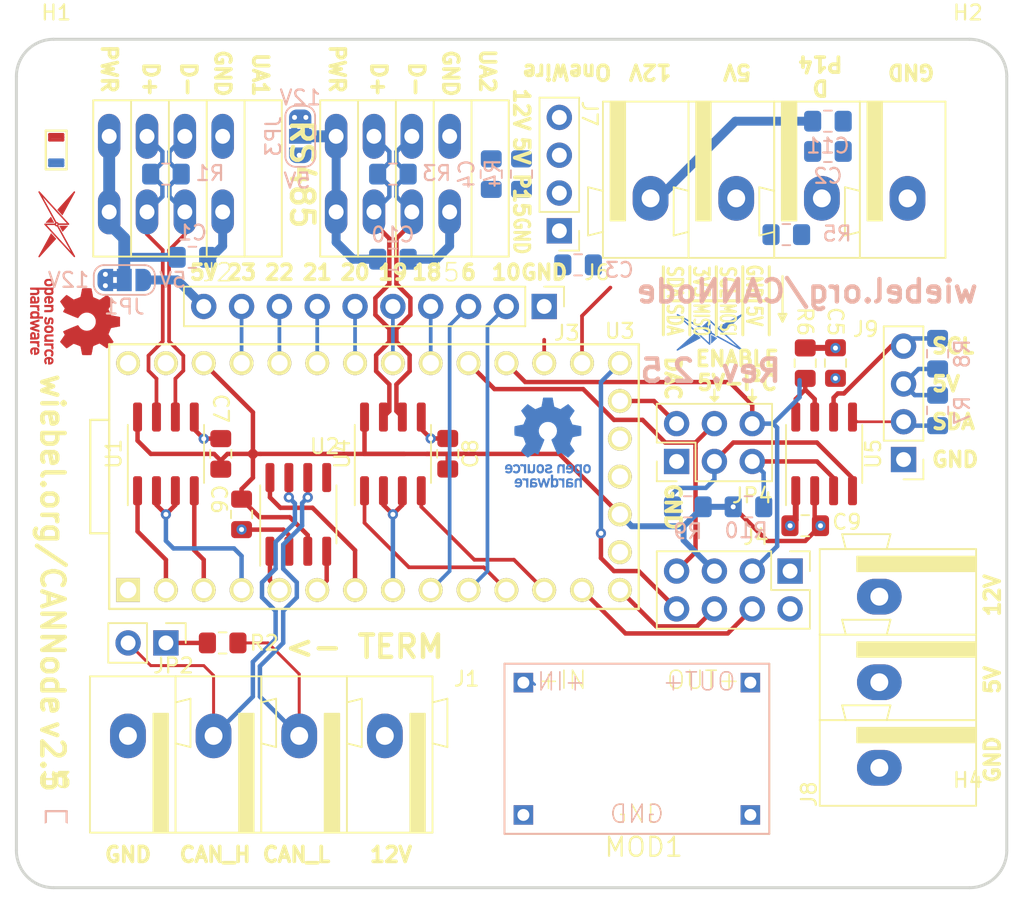
<source format=kicad_pcb>
(kicad_pcb (version 20171130) (host pcbnew 5.1.6)
  (layers (0 F.Cu signal) (1 In1.Cu signal hide) (2 In2.Cu signal hide) (31 B.Cu signal) (34 B.Paste user hide) (35 F.Paste user hide) (36 B.SilkS user hide) (37 F.SilkS user) (38 B.Mask user hide) (39 F.Mask user) (44 Edge.Cuts user))
  (net 0 "")
  (net 1 GND)
  (net 2 +12V)
  (net 3 +5V)
  (net 4 +3V3)
  (net 5 /6)
  (net 6 /10)
  (net 7 /20)
  (net 8 /21)
  (net 9 /22)
  (net 10 /23)
  (net 11 /CAN-)
  (net 12 /CAN+)
  (net 13 /OW14)
  (net 14 /SDA)
  (net 15 /SCL)
  (net 16 /SCL0_16)
  (net 17 /RX1)
  (net 18 /TX2)
  (net 19 /UA1+)
  (net 20 /UA1-)
  (net 21 /UA3EN_2)
  (net 22 /SDA0_17)
  (net 23 /OW15)
  (net 24 /UA2+)
  (net 25 /UA2-)
  (net 26 /18)
  (net 27 /19)
  (net 28 "Net-(C1-Pad2)")
  (net 29 "Net-(C10-Pad2)")
  (net 30 "Net-(J4-Pad4)")
  (net 31 "Net-(J4-Pad6)")
  (net 32 "Net-(J4-Pad8)")
  (net 33 "Net-(JP2-Pad1)")
  (net 34 "Net-(JP4-Pad2)")
  (net 35 "Net-(JP4-Pad5)")
  (net 36 "Net-(R6-Pad1)")
  (net 37 "Net-(U2-Pad8)")
  (net 38 "Net-(U2-Pad4)")
  (net 39 "Net-(U2-Pad1)")
  (net 40 "Net-(U3-Pad8)")
  (net 41 /RX2)
  (net 42 /TX1)
  (net 43 "Net-(JP4-Pad3)")
  (module MountingHole:MountingHole_3.5mm (layer F.Cu) (at 133.223 90.932)
    (fp_text reference H4 (at 0 -4.5) (layer F.SilkS))
    (fp_text value MountingHole)
    (pad 1 np_thru_hole circle (at 0 0) (size 3.5 3.5) (drill 3.5) (layers *.Cu *.Mask))
  )
  (module MountingHole:MountingHole_3.5mm (layer F.Cu) (at 72.009 90.932)
    (fp_text reference H3 (at 0 -4.5) (layer F.SilkS))
    (fp_text value MountingHole)
    (pad 1 np_thru_hole circle (at 0 0) (size 3.5 3.5) (drill 3.5) (layers *.Cu *.Mask))
  )
  (module MountingHole:MountingHole_3.5mm (layer F.Cu) (at 133.223 39.37)
    (fp_text reference H2 (at 0 -4.5) (layer F.SilkS))
    (fp_text value MountingHole)
    (pad 1 np_thru_hole circle (at 0 0) (size 3.5 3.5) (drill 3.5) (layers *.Cu *.Mask))
  )
  (module MountingHole:MountingHole_3.5mm (layer F.Cu) (at 72.009 39.37)
    (fp_text reference H1 (at 0 -4.5) (layer F.SilkS))
    (fp_text value MountingHole)
    (pad 1 np_thru_hole circle (at 0 0) (size 3.5 3.5) (drill 3.5) (layers *.Cu *.Mask))
  )
  (module teensy:Teensy3_min (layer F.Cu) (at 93.345 66.04)
    (fp_text reference U3 (at 16.51 -9.779) (layer F.SilkS))
    (fp_text value Teensy3.2)
    (pad 17 thru_hole circle (at 16.51 0) (size 1.6 1.6) (drill 1.1) (layers *.Cu *.Mask F.SilkS) (net 1 GND))
    (pad 18 thru_hole circle (at 16.51 -2.54) (size 1.6 1.6) (drill 1.1) (layers *.Cu *.Mask F.SilkS))
    (pad 19 thru_hole circle (at 16.51 -5.08) (size 1.6 1.6) (drill 1.1) (layers *.Cu *.Mask F.SilkS) (net 34 "Net-(JP4-Pad2)"))
    (pad 20 thru_hole circle (at 16.51 -7.62) (size 1.6 1.6) (drill 1.1) (layers *.Cu *.Mask F.SilkS) (net 32 "Net-(J4-Pad8)"))
    (pad 16 thru_hole circle (at 16.51 2.54) (size 1.6 1.6) (drill 1.1) (layers *.Cu *.Mask F.SilkS) (net 4 +3V3))
    (pad 15 thru_hole circle (at 16.51 5.08) (size 1.6 1.6) (drill 1.1) (layers *.Cu *.Mask F.SilkS))
    (pad 14 thru_hole circle (at 16.51 7.62) (size 1.6 1.6) (drill 1.1) (layers *.Cu *.Mask F.SilkS) (net 31 "Net-(J4-Pad6)"))
    (pad 21 thru_hole circle (at 13.97 -7.62) (size 1.6 1.6) (drill 1.1) (layers *.Cu *.Mask F.SilkS) (net 13 /OW14))
    (pad 22 thru_hole circle (at 11.43 -7.62) (size 1.6 1.6) (drill 1.1) (layers *.Cu *.Mask F.SilkS) (net 23 /OW15))
    (pad 23 thru_hole circle (at 8.89 -7.62) (size 1.6 1.6) (drill 1.1) (layers *.Cu *.Mask F.SilkS) (net 16 /SCL0_16))
    (pad 24 thru_hole circle (at 6.35 -7.62) (size 1.6 1.6) (drill 1.1) (layers *.Cu *.Mask F.SilkS) (net 22 /SDA0_17))
    (pad 25 thru_hole circle (at 3.81 -7.62) (size 1.6 1.6) (drill 1.1) (layers *.Cu *.Mask F.SilkS) (net 26 /18))
    (pad 26 thru_hole circle (at 1.27 -7.62) (size 1.6 1.6) (drill 1.1) (layers *.Cu *.Mask F.SilkS) (net 27 /19))
    (pad 27 thru_hole circle (at -1.27 -7.62) (size 1.6 1.6) (drill 1.1) (layers *.Cu *.Mask F.SilkS) (net 7 /20))
    (pad 28 thru_hole circle (at -3.81 -7.62) (size 1.6 1.6) (drill 1.1) (layers *.Cu *.Mask F.SilkS) (net 8 /21))
    (pad 29 thru_hole circle (at -6.35 -7.62) (size 1.6 1.6) (drill 1.1) (layers *.Cu *.Mask F.SilkS) (net 9 /22))
    (pad 30 thru_hole circle (at -8.89 -7.62) (size 1.6 1.6) (drill 1.1) (layers *.Cu *.Mask F.SilkS) (net 10 /23))
    (pad 31 thru_hole circle (at -11.43 -7.62) (size 1.6 1.6) (drill 1.1) (layers *.Cu *.Mask F.SilkS) (net 4 +3V3))
    (pad 32 thru_hole circle (at -13.97 -7.62) (size 1.6 1.6) (drill 1.1) (layers *.Cu *.Mask F.SilkS))
    (pad 33 thru_hole circle (at -16.51 -7.62) (size 1.6 1.6) (drill 1.1) (layers *.Cu *.Mask F.SilkS) (net 3 +5V))
    (pad 13 thru_hole circle (at 13.97 7.62) (size 1.6 1.6) (drill 1.1) (layers *.Cu *.Mask F.SilkS) (net 30 "Net-(J4-Pad4)"))
    (pad 12 thru_hole circle (at 11.43 7.62) (size 1.6 1.6) (drill 1.1) (layers *.Cu *.Mask F.SilkS) (net 18 /TX2))
    (pad 11 thru_hole circle (at 8.89 7.62) (size 1.6 1.6) (drill 1.1) (layers *.Cu *.Mask F.SilkS) (net 41 /RX2))
    (pad 10 thru_hole circle (at 6.35 7.62) (size 1.6 1.6) (drill 1.1) (layers *.Cu *.Mask F.SilkS) (net 6 /10))
    (pad 9 thru_hole circle (at 3.81 7.62) (size 1.6 1.6) (drill 1.1) (layers *.Cu *.Mask F.SilkS) (net 5 /6))
    (pad 8 thru_hole circle (at 1.27 7.62) (size 1.6 1.6) (drill 1.1) (layers *.Cu *.Mask F.SilkS) (net 40 "Net-(U3-Pad8)"))
    (pad 7 thru_hole circle (at -1.27 7.62) (size 1.6 1.6) (drill 1.1) (layers *.Cu *.Mask F.SilkS) (net 37 "Net-(U2-Pad8)"))
    (pad 6 thru_hole circle (at -3.81 7.62) (size 1.6 1.6) (drill 1.1) (layers *.Cu *.Mask F.SilkS) (net 38 "Net-(U2-Pad4)"))
    (pad 5 thru_hole circle (at -6.35 7.62) (size 1.6 1.6) (drill 1.1) (layers *.Cu *.Mask F.SilkS) (net 39 "Net-(U2-Pad1)"))
    (pad 4 thru_hole circle (at -8.89 7.62) (size 1.6 1.6) (drill 1.1) (layers *.Cu *.Mask F.SilkS) (net 21 /UA3EN_2))
    (pad 3 thru_hole circle (at -11.43 7.62) (size 1.6 1.6) (drill 1.1) (layers *.Cu *.Mask F.SilkS) (net 42 /TX1))
    (pad 2 thru_hole circle (at -13.97 7.62) (size 1.6 1.6) (drill 1.1) (layers *.Cu *.Mask F.SilkS) (net 17 /RX1))
    (pad 1 thru_hole rect (at -16.51 7.62) (size 1.6 1.6) (drill 1.1) (layers *.Cu *.Mask F.SilkS) (net 1 GND))
  )
  (module 00_mylib:LOGO_MID (layer F.Cu) (at 73.279 51.308 90)
    (fp_text reference Log1 hide)
    (fp_text value Logo hide)
    (fp_poly (pts (xy 0.049153 -2.466359) (xy 0.029946 -2.462459) (xy 0.013781 -2.451281) (xy 0.003256 -2.434781) (xy 0 -2.415481) (xy 0.004556 -2.396381) (xy 0.016168 -2.38064) (xy 0.032443 -2.365659) (xy 0.065212 -2.33604) (xy 0.081487 -2.321181) (xy 0.097871 -2.306318) (xy 0.11415 -2.291459) (xy 0.130534 -2.2767) (xy 0.146809 -2.261818) (xy 0.163193 -2.246959) (xy 0.195746 -2.21724) (xy 0.212131 -2.202481) (xy 0.228515 -2.1876) (xy 0.24479 -2.17274) (xy 0.261175 -2.157881) (xy 0.277453 -2.143018) (xy 0.293837 -2.12814) (xy 0.310112 -2.113281) (xy 0.326496 -2.0983) (xy 0.342771 -2.083659) (xy 0.359159 -2.0688) (xy 0.375434 -2.053918) (xy 0.391818 -2.039059) (xy 0.408093 -2.0242) (xy 0.424481 -2.00944) (xy 0.440756 -1.994575) (xy 0.473525 -1.964843) (xy 0.4898 -1.949978) (xy 0.506187 -1.935112) (xy 0.522462 -1.920246) (xy 0.538843 -1.905384) (xy 0.555121 -1.890625) (xy 0.571506 -1.875759) (xy 0.587784 -1.860893) (xy 0.604165 -1.846028) (xy 0.62044 -1.831162) (xy 0.636828 -1.816296) (xy 0.653103 -1.80154) (xy 0.669487 -1.786675) (xy 0.685762 -1.771812) (xy 0.702146 -1.756837) (xy 0.718425 -1.742078) (xy 0.751193 -1.712346) (xy 0.767468 -1.697484) (xy 0.783856 -1.682615) (xy 0.800131 -1.667753) (xy 0.816512 -1.652993) (xy 0.83279 -1.638131) (xy 0.849175 -1.623262) (xy 0.865453 -1.608396) (xy 0.881837 -1.593534) (xy 0.898112 -1.578665) (xy 0.914496 -1.563912) (xy 0.930771 -1.549043) (xy 0.947159 -1.534181) (xy 0.963434 -1.519312) (xy 0.979815 -1.504559) (xy 0.996093 -1.48969) (xy 1.028862 -1.459962) (xy 1.045137 -1.445093) (xy 1.061521 -1.430231) (xy 1.0778 -1.415362) (xy 1.094184 -1.40039) (xy 1.110462 -1.385634) (xy 1.143231 -1.355903) (xy 1.159506 -1.341146) (xy 1.175887 -1.326281) (xy 1.192165 -1.311412) (xy 1.20855 -1.29655) (xy 1.219509 -1.286459) (xy 1.230468 -1.276475) (xy 1.241537 -1.266384) (xy 1.252493 -1.276475) (xy 1.263456 -1.286459) (xy 1.274521 -1.29655) (xy 1.290146 -1.310762) (xy 1.305662 -1.324978) (xy 1.415037 -1.424481) (xy 1.430771 -1.438587) (xy 1.446396 -1.452909) (xy 1.461912 -1.467121) (xy 1.493162 -1.49555) (xy 1.508896 -1.509875) (xy 1.524521 -1.524087) (xy 1.540037 -1.538303) (xy 1.555771 -1.552515) (xy 1.571396 -1.566731) (xy 1.58409 -1.57834) (xy 1.596896 -1.589953) (xy 1.60959 -1.601562) (xy 1.622396 -1.613281) (xy 1.592231 -1.629775) (xy 1.577037 -1.638021) (xy 1.561959 -1.646265) (xy 1.523328 -1.667315) (xy 1.504012 -1.677953) (xy 1.48459 -1.688478) (xy 1.465278 -1.699003) (xy 1.42665 -1.720162) (xy 1.407228 -1.730793) (xy 1.387912 -1.741318) (xy 1.368596 -1.751953) (xy 1.349284 -1.762478) (xy 1.329862 -1.773003) (xy 1.310546 -1.783637) (xy 1.291234 -1.794162) (xy 1.271918 -1.804796) (xy 1.252606 -1.815321) (xy 1.233181 -1.825846) (xy 1.213865 -1.836481) (xy 1.194553 -1.847006) (xy 1.175237 -1.857531) (xy 1.136612 -1.878687) (xy 1.117187 -1.889321) (xy 1.097871 -1.899846) (xy 1.078559 -1.910481) (xy 1.059137 -1.921009) (xy 1.039821 -1.931534) (xy 1.020509 -1.942059) (xy 1.001193 -1.95269) (xy 0.981881 -1.963325) (xy 0.962456 -1.97385) (xy 0.94314 -1.984375) (xy 0.923828 -1.995009) (xy 0.904512 -2.00554) (xy 0.8852 -2.016159) (xy 0.865778 -2.0267) (xy 0.846462 -2.037218) (xy 0.827146 -2.047859) (xy 0.807834 -2.058381) (xy 0.788412 -2.069018) (xy 0.749784 -2.090059) (xy 0.730468 -2.100581) (xy 0.711046 -2.111218) (xy 0.691731 -2.121859) (xy 0.672415 -2.132381) (xy 0.652993 -2.143018) (xy 0.633681 -2.15354) (xy 0.614365 -2.164181) (xy 0.595053 -2.1747) (xy 0.575631 -2.185118) (xy 0.556312 -2.195859) (xy 0.537 -2.206381) (xy 0.517578 -2.217018) (xy 0.498262 -2.22754) (xy 0.47895 -2.238181) (xy 0.459637 -2.2487) (xy 0.440212 -2.259218) (xy 0.420896 -2.269859) (xy 0.401584 -2.280381) (xy 0.382268 -2.291018) (xy 0.362846 -2.30154) (xy 0.343534 -2.312059) (xy 0.324218 -2.3227) (xy 0.304906 -2.333218) (xy 0.28559 -2.343859) (xy 0.266168 -2.354381) (xy 0.246853 -2.365018) (xy 0.227431 -2.37554) (xy 0.208115 -2.386181) (xy 0.169487 -2.407218) (xy 0.150065 -2.417759) (xy 0.13075 -2.428381) (xy 0.111437 -2.439018) (xy 0.092121 -2.44954) (xy 0.0727 -2.460059) (xy 0.061306 -2.46474)) (layer F.Cu) (width 0))
    (fp_poly (pts (xy 1.772787 -1.683918) (xy 1.756512 -1.669162) (xy 1.740125 -1.654187) (xy 1.72385 -1.639321) (xy 1.707465 -1.62435) (xy 1.691187 -1.609375) (xy 1.674806 -1.594509) (xy 1.658418 -1.579537) (xy 1.642143 -1.564562) (xy 1.625759 -1.549696) (xy 1.609375 -1.534612) (xy 1.5931 -1.519746) (xy 1.576712 -1.504884) (xy 1.560331 -1.489909) (xy 1.544053 -1.474937) (xy 1.527668 -1.459962) (xy 1.511393 -1.445093) (xy 1.495009 -1.430121) (xy 1.478625 -1.415256) (xy 1.462346 -1.400284) (xy 1.429578 -1.370334) (xy 1.413303 -1.355468) (xy 1.380534 -1.325521) (xy 1.364259 -1.310656) (xy 1.347871 -1.295681) (xy 1.331596 -1.280709) (xy 1.315212 -1.26584) (xy 1.298828 -1.250868) (xy 1.282553 -1.235893) (xy 1.266165 -1.221028) (xy 1.249784 -1.205946) (xy 1.233509 -1.191187) (xy 1.217121 -1.176215) (xy 1.200846 -1.16124) (xy 1.184462 -1.146375) (xy 1.168078 -1.131403) (xy 1.1518 -1.116428) (xy 1.135415 -1.101562) (xy 1.11914 -1.086587) (xy 1.102756 -1.071721) (xy 1.086481 -1.05664) (xy 1.070093 -1.041775) (xy 1.053712 -1.026912) (xy 1.037437 -1.011937) (xy 1.02105 -0.996962) (xy 1.004775 -0.982096) (xy 0.972006 -0.952146) (xy 0.955731 -0.937284) (xy 0.939343 -0.922309) (xy 0.923068 -0.907337) (xy 0.906684 -0.892468) (xy 0.8903 -0.877493) (xy 0.874021 -0.862521) (xy 0.857637 -0.847656) (xy 0.841256 -0.832684) (xy 0.824978 -0.817709) (xy 0.808593 -0.80284) (xy 0.792315 -0.787868) (xy 0.775934 -0.772893) (xy 0.75955 -0.758031) (xy 0.743271 -0.742946) (xy 0.726887 -0.728081) (xy 0.710612 -0.713215) (xy 0.67784 -0.683268) (xy 0.661565 -0.668403) (xy 0.628796 -0.638456) (xy 0.612521 -0.623587) (xy 0.579753 -0.59364) (xy 0.563478 -0.578775) (xy 0.530709 -0.548828) (xy 0.514431 -0.533962) (xy 0.498046 -0.518987) (xy 0.481771 -0.504012) (xy 0.465387 -0.48915) (xy 0.449003 -0.474175) (xy 0.432725 -0.459203) (xy 0.41634 -0.444228) (xy 0.400062 -0.429362) (xy 0.383681 -0.414281) (xy 0.367296 -0.399521) (xy 0.351018 -0.38455) (xy 0.334637 -0.369575) (xy 0.31825 -0.354709) (xy 0.301975 -0.339737) (xy 0.28559 -0.324762) (xy 0.269206 -0.309896) (xy 0.252931 -0.294921) (xy 0.220159 -0.264975) (xy 0.203884 -0.250109) (xy 0.1875 -0.235134) (xy 0.171225 -0.220159) (xy 0.154837 -0.205296) (xy 0.138456 -0.190321) (xy 0.122178 -0.175456) (xy 0.105793 -0.160481) (xy 0.089518 -0.145509) (xy 0.073134 -0.13064) (xy 0.056859 -0.115668) (xy 0.040471 -0.100587) (xy 0.024087 -0.085828) (xy 0.013237 -0.071615) (xy 0.008246 -0.054471) (xy 0.00955 -0.036675) (xy 0.017143 -0.020509) (xy 0.030056 -0.008031) (xy 0.04644 -0.001084) (xy 0.064237 -0.000543) (xy 0.081056 -0.006293) (xy 0.100478 -0.016928) (xy 0.1199 -0.027668) (xy 0.139321 -0.038303) (xy 0.158853 -0.049043) (xy 0.1977 -0.070312) (xy 0.217121 -0.080946) (xy 0.255968 -0.102321) (xy 0.27539 -0.113062) (xy 0.294812 -0.123696) (xy 0.314237 -0.13444) (xy 0.353081 -0.155709) (xy 0.372506 -0.16645) (xy 0.391928 -0.176975) (xy 0.411459 -0.187715) (xy 0.430881 -0.198459) (xy 0.450303 -0.20909) (xy 0.469728 -0.219837) (xy 0.48915 -0.230468) (xy 0.508571 -0.241209) (xy 0.547415 -0.262478) (xy 0.56684 -0.273218) (xy 0.586371 -0.283856) (xy 0.605687 -0.294487) (xy 0.625109 -0.305231) (xy 0.644637 -0.315862) (xy 0.664062 -0.326496) (xy 0.683487 -0.337237) (xy 0.722331 -0.358509) (xy 0.741753 -0.36914) (xy 0.761175 -0.379884) (xy 0.7806 -0.390625) (xy 0.838865 -0.422525) (xy 0.858287 -0.433268) (xy 0.877712 -0.443903) (xy 0.897137 -0.454643) (xy 0.935981 -0.475912) (xy 0.955403 -0.486653) (xy 0.99425 -0.507921) (xy 1.013671 -0.518662) (xy 1.033203 -0.529296) (xy 1.052625 -0.540037) (xy 1.091471 -0.561306) (xy 1.110893 -0.57205) (xy 1.149737 -0.593315) (xy 1.169162 -0.604059) (xy 1.188587 -0.61469) (xy 1.208009 -0.625434) (xy 1.246853 -0.646703) (xy 1.266275 -0.657337) (xy 1.285809 -0.668078) (xy 1.305121 -0.678712) (xy 1.324543 -0.689453) (xy 1.344075 -0.700087) (xy 1.363496 -0.710828) (xy 1.402343 -0.732096) (xy 1.421765 -0.742837) (xy 1.460612 -0.764106) (xy 1.480037 -0.774846) (xy 1.518881 -0.796115) (xy 1.538303 -0.806859) (xy 1.557725 -0.81749) (xy 1.577146 -0.828234) (xy 1.596571 -0.838865) (xy 1.616103 -0.8495) (xy 1.635525 -0.860243) (xy 1.654946 -0.870878) (xy 1.674368 -0.881618) (xy 1.713215 -0.902887) (xy 1.732637 -0.913628) (xy 1.752168 -0.924262) (xy 1.77159 -0.935006) (xy 1.810437 -0.956271) (xy 1.829862 -0.967012) (xy 1.849284 -0.977646) (xy 1.868706 -0.988387) (xy 1.907553 -1.009659) (xy 1.926975 -1.0204) (xy 1.946396 -1.031034) (xy 1.965928 -1.041559) (xy 1.985353 -1.052409) (xy 2.004781 -1.06304) (xy 2.0242 -1.073787) (xy 2.06304 -1.095053) (xy 2.082459 -1.105793) (xy 2.101881 -1.116428) (xy 2.121318 -1.127168) (xy 2.13434 -1.116537) (xy 2.148318 -1.107531) (xy 2.1633 -1.100153) (xy 2.17904 -1.094509) (xy 2.17904 -0.442709) (xy 2.182618 -0.424043) (xy 2.192918 -0.408093) (xy 2.20854 -0.397243) (xy 2.226881 -0.393118) (xy 2.24554 -0.396265) (xy 2.261618 -0.40614) (xy 2.277881 -0.421115) (xy 2.294159 -0.436087) (xy 2.31044 -0.450956) (xy 2.326818 -0.465818) (xy 2.359381 -0.49555) (xy 2.37564 -0.510525) (xy 2.440759 -0.569987) (xy 2.45704 -0.584962) (xy 2.489581 -0.61469) (xy 2.505959 -0.629559) (xy 2.538518 -0.659287) (xy 2.5548 -0.674262) (xy 2.6199 -0.733725) (xy 2.636181 -0.748696) (xy 2.652459 -0.763562) (xy 2.66884 -0.778428) (xy 2.685118 -0.793293) (xy 2.6709 -0.807184) (xy 2.656681 -0.820962) (xy 2.642581 -0.834853) (xy 2.628359 -0.84874) (xy 2.614259 -0.862521) (xy 2.566081 -0.818578) (xy 2.55014 -0.803928) (xy 2.501959 -0.759984) (xy 2.486 -0.745334) (xy 2.453881 -0.716037) (xy 2.43794 -0.701281) (xy 2.3737 -0.642793) (xy 2.35774 -0.628146) (xy 2.32564 -0.59885) (xy 2.309681 -0.584203) (xy 2.277559 -0.554906) (xy 2.277559 -1.100043) (xy 2.2971 -1.110568) (xy 2.314559 -1.124134) (xy 2.330081 -1.139975) (xy 2.28744 -1.18164) (xy 2.273118 -1.195531) (xy 2.2589 -1.209418) (xy 2.2487 -1.19759) (xy 2.235559 -1.189343) (xy 2.220259 -1.186521) (xy 2.201381 -1.190106) (xy 2.185218 -1.200737) (xy 2.174581 -1.216906) (xy 2.171 -1.235787) (xy 2.173718 -1.250759) (xy 2.18154 -1.263781) (xy 2.192918 -1.273871) (xy 2.1786 -1.287868) (xy 2.150181 -1.315646) (xy 2.135859 -1.329537) (xy 2.12164 -1.343534) (xy 2.10764 -1.328884) (xy 2.0956 -1.31239) (xy 2.085818 -1.294812) (xy 2.078559 -1.275825) (xy 2.074218 -1.256078) (xy 2.0727 -1.235787) (xy 2.07314 -1.2245) (xy 2.07444 -1.213215) (xy 2.05524 -1.20269) (xy 1.997287 -1.170787) (xy 1.977971 -1.160262) (xy 1.939343 -1.138996) (xy 1.919921 -1.128362) (xy 1.900715 -1.117731) (xy 1.881293 -1.107206) (xy 1.82335 -1.075303) (xy 1.804037 -1.064778) (xy 1.784831 -1.054143) (xy 1.746203 -1.032878) (xy 1.726887 -1.022353) (xy 1.688259 -1.001087) (xy 1.668943 -0.990562) (xy 1.611003 -0.958659) (xy 1.591687 -0.948134) (xy 1.533743 -0.916234) (xy 1.514431 -0.905709) (xy 1.456487 -0.873806) (xy 1.437175 -0.863281) (xy 1.359915 -0.820746) (xy 1.340603 -0.810112) (xy 1.301975 -0.788953) (xy 1.282662 -0.778428) (xy 1.244034 -0.757162) (xy 1.224828 -0.746637) (xy 1.186196 -0.725368) (xy 1.166884 -0.714843) (xy 1.10894 -0.68294) (xy 1.089628 -0.672415) (xy 1.070421 -0.661784) (xy 1.051106 -0.65115) (xy 1.03179 -0.640625) (xy 0.97385 -0.608725) (xy 0.954537 -0.5982) (xy 0.89659 -0.566296) (xy 0.877278 -0.555771) (xy 0.819337 -0.523871) (xy 0.800021 -0.513346) (xy 0.742078 -0.481443) (xy 0.722762 -0.470918) (xy 0.684137 -0.449653) (xy 0.664821 -0.439128) (xy 0.645615 -0.428493) (xy 0.626303 -0.417753) (xy 0.606987 -0.407337) (xy 0.549043 -0.375434) (xy 0.529731 -0.364909) (xy 0.491103 -0.34364) (xy 0.471896 -0.333115) (xy 0.433268 -0.31185) (xy 0.413953 -0.301325) (xy 0.394637 -0.290687) (xy 0.492296 -0.379884) (xy 0.508571 -0.394856) (xy 0.541125 -0.424587) (xy 0.557509 -0.439453) (xy 0.573787 -0.454318) (xy 0.590062 -0.46929) (xy 0.67144 -0.543618) (xy 0.687715 -0.558593) (xy 0.752821 -0.617946) (xy 0.769206 -0.632921) (xy 0.785481 -0.647787) (xy 0.801759 -0.662762) (xy 0.899412 -0.751953) (xy 0.915687 -0.766928) (xy 0.931965 -0.78179) (xy 0.94835 -0.796659) (xy 0.964628 -0.811521) (xy 0.980793 -0.826281) (xy 0.997178 -0.841256) (xy 1.046009 -0.88585) (xy 1.062284 -0.900825) (xy 1.176215 -1.004884) (xy 1.19249 -1.019856) (xy 1.208765 -1.034612) (xy 1.225043 -1.049587) (xy 1.257593 -1.079318) (xy 1.273981 -1.094184) (xy 1.306534 -1.123912) (xy 1.322809 -1.138781) (xy 1.453015 -1.257812) (xy 1.46929 -1.272787) (xy 1.583225 -1.376843) (xy 1.5995 -1.391818) (xy 1.615778 -1.406684) (xy 1.632162 -1.42155) (xy 1.762368 -1.540471) (xy 1.778646 -1.555446) (xy 1.84375 -1.614909) (xy 1.829537 -1.628687) (xy 1.815321 -1.642578) (xy 1.801215 -1.656359) (xy 1.787 -1.670246)) (layer F.Cu) (width 0))
    (fp_poly (pts (xy 2.122059 -1.070531) (xy 2.049159 -1.0306) (xy 2.030381 -1.02029) (xy 2.0115 -1.01009) (xy 1.992731 -0.999784) (xy 1.973959 -0.989475) (xy 1.955187 -0.979275) (xy 1.936306 -0.969075) (xy 1.917537 -0.958765) (xy 1.898762 -0.948565) (xy 1.87999 -0.938259) (xy 1.861112 -0.928062) (xy 1.842337 -0.917753) (xy 1.823565 -0.907553) (xy 1.804796 -0.897243) (xy 1.786025 -0.887043) (xy 1.767143 -0.876737) (xy 1.752062 -0.868487) (xy 1.736762 -0.860243) (xy 1.706381 -0.84364) (xy 1.71929 -0.832137) (xy 1.732096 -0.820531) (xy 1.745009 -0.808918) (xy 1.757812 -0.797309) (xy 1.773437 -0.782987) (xy 1.789171 -0.768771) (xy 1.804796 -0.75445) (xy 1.820421 -0.740234) (xy 1.836156 -0.726018) (xy 1.851781 -0.711696) (xy 1.867406 -0.697484) (xy 1.883137 -0.683268) (xy 1.898762 -0.668943) (xy 1.914387 -0.654731) (xy 1.930121 -0.640515) (xy 1.945746 -0.626087) (xy 1.961481 -0.611981) (xy 1.977106 -0.597656) (xy 1.992731 -0.58344) (xy 2.008459 -0.569118) (xy 2.039718 -0.540687) (xy 2.0535 -0.528103) (xy 2.067159 -0.515625) (xy 2.08094 -0.503146) (xy 2.108281 -0.478187) (xy 2.122059 -0.465712)) (layer F.Cu) (width 0))
    (fp_poly (pts (xy 1.772787 -1.683918) (xy 1.787 -1.670246) (xy 1.801215 -1.656359) (xy 1.815321 -1.642578) (xy 1.829537 -1.628687) (xy 1.84375 -1.614909) (xy 1.859915 -1.629559) (xy 1.876193 -1.644531) (xy 1.892362 -1.659287) (xy 1.908528 -1.674153) (xy 1.924806 -1.689018) (xy 1.940971 -1.703775) (xy 1.957246 -1.71864) (xy 1.973415 -1.733396) (xy 1.989584 -1.748262) (xy 2.005859 -1.763021) (xy 2.022018 -1.777887) (xy 2.0382 -1.792643) (xy 2.054459 -1.807509) (xy 2.07064 -1.822265) (xy 2.0868 -1.837131) (xy 2.103081 -1.851781) (xy 2.11924 -1.866753) (xy 2.135418 -1.881512) (xy 2.1517 -1.896375) (xy 2.167859 -1.911134) (xy 2.167859 -1.373696) (xy 2.15114 -1.365668) (xy 2.135859 -1.355253) (xy 2.12164 -1.343534) (xy 2.135859 -1.329537) (xy 2.150181 -1.315646) (xy 2.1786 -1.287868) (xy 2.192918 -1.273871) (xy 2.20574 -1.28179) (xy 2.220259 -1.285156) (xy 2.239259 -1.281465) (xy 2.255318 -1.270725) (xy 2.265959 -1.254775) (xy 2.26964 -1.235787) (xy 2.266281 -1.221896) (xy 2.2589 -1.209418) (xy 2.273118 -1.195531) (xy 2.28744 -1.18164) (xy 2.330081 -1.139975) (xy 2.343 -1.156575) (xy 2.353518 -1.174696) (xy 2.36144 -1.194337) (xy 2.366218 -1.214843) (xy 2.36784 -1.235787) (xy 2.367181 -1.250759) (xy 2.3865 -1.261393) (xy 2.405918 -1.271918) (xy 2.42524 -1.282662) (xy 2.444659 -1.293293) (xy 2.483281 -1.314562) (xy 2.52214 -1.335828) (xy 2.560759 -1.357096) (xy 2.580181 -1.367731) (xy 2.5995 -1.378362) (xy 2.618918 -1.388996) (xy 2.657559 -1.410262) (xy 2.676981 -1.420896) (xy 2.696281 -1.431534) (xy 2.715718 -1.442059) (xy 2.75434 -1.463434) (xy 2.773759 -1.474065) (xy 2.812381 -1.495334) (xy 2.8318 -1.505965) (xy 2.85114 -1.516603) (xy 2.870559 -1.527237) (xy 2.889859 -1.537868) (xy 2.909281 -1.548503) (xy 2.928618 -1.559137) (xy 2.948018 -1.569768) (xy 2.96734 -1.580403) (xy 2.986759 -1.591037) (xy 3.025381 -1.612196) (xy 3.0448 -1.622937) (xy 3.06414 -1.633571) (xy 3.083559 -1.644206) (xy 3.122159 -1.665471) (xy 3.141618 -1.676106) (xy 3.160918 -1.68674) (xy 3.18034 -1.697375) (xy 3.218981 -1.71864) (xy 3.238381 -1.729275) (xy 3.277018 -1.75054) (xy 3.29644 -1.761175) (xy 3.335081 -1.782337) (xy 3.3545 -1.792968) (xy 3.41244 -1.824868) (xy 3.431859 -1.835503) (xy 3.451159 -1.846137) (xy 3.470581 -1.856771) (xy 3.489918 -1.867406) (xy 3.50934 -1.878037) (xy 3.547981 -1.899196) (xy 3.5868 -1.920571) (xy 3.62544 -1.94184) (xy 3.644859 -1.952475) (xy 3.683481 -1.97374) (xy 3.702918 -1.984375) (xy 3.722218 -1.995009) (xy 3.74164 -2.00564) (xy 3.799581 -2.03754) (xy 3.819 -2.048181) (xy 3.85764 -2.06934) (xy 3.877059 -2.080081) (xy 3.9157 -2.10134) (xy 3.935118 -2.111981) (xy 3.97374 -2.13324) (xy 3.993159 -2.143881) (xy 4.012481 -2.154518) (xy 4.031881 -2.16514) (xy 4.051218 -2.175781) (xy 4.03494 -2.1608) (xy 4.018559 -2.14594) (xy 4.002281 -2.130959) (xy 3.985881 -2.1161) (xy 3.969618 -2.101118) (xy 3.953218 -2.086159) (xy 3.936859 -2.071281) (xy 3.920581 -2.056318) (xy 3.9042 -2.041459) (xy 3.887918 -2.026481) (xy 3.871518 -2.0115) (xy 3.855259 -1.996637) (xy 3.838859 -1.981662) (xy 3.822581 -1.966796) (xy 3.8062 -1.951821) (xy 3.78994 -1.936959) (xy 3.757159 -1.907009) (xy 3.740881 -1.892143) (xy 3.7245 -1.877168) (xy 3.708218 -1.862196) (xy 3.69184 -1.847331) (xy 3.675559 -1.832465) (xy 3.659281 -1.81749) (xy 3.642918 -1.802625) (xy 3.626518 -1.787653) (xy 3.61024 -1.772787) (xy 3.593981 -1.757812) (xy 3.577581 -1.742946) (xy 3.5613 -1.727971) (xy 3.544918 -1.713109) (xy 3.52864 -1.698134) (xy 3.512259 -1.683268) (xy 3.495981 -1.668293) (xy 3.479618 -1.653428) (xy 3.46334 -1.638456) (xy 3.44694 -1.623587) (xy 3.430659 -1.608615) (xy 3.414281 -1.59364) (xy 3.398 -1.578775) (xy 3.381718 -1.563912) (xy 3.36534 -1.548937) (xy 3.348981 -1.534071) (xy 3.3327 -1.519096) (xy 3.3163 -1.504121) (xy 3.300018 -1.489259) (xy 3.28364 -1.474284) (xy 3.267359 -1.459418) (xy 3.250981 -1.444337) (xy 3.2347 -1.429578) (xy 3.2183 -1.414606) (xy 3.202018 -1.399737) (xy 3.185659 -1.384765) (xy 3.169381 -1.3699) (xy 3.153 -1.354925) (xy 3.136718 -1.339953) (xy 3.12034 -1.325087) (xy 3.104059 -1.310112) (xy 3.087659 -1.295246) (xy 3.071381 -1.280271) (xy 3.055 -1.265409) (xy 3.03874 -1.250434) (xy 3.022481 -1.235568) (xy 3.006081 -1.220593) (xy 2.9898 -1.205731) (xy 2.973418 -1.190756) (xy 2.95714 -1.175887) (xy 2.94074 -1.160809) (xy 2.924481 -1.14605) (xy 2.908081 -1.131187) (xy 2.8918 -1.116212) (xy 2.875559 -1.101343) (xy 2.859159 -1.086371) (xy 2.842881 -1.071506) (xy 2.8265 -1.056534) (xy 2.810218 -1.041559) (xy 2.79384 -1.02669) (xy 2.777559 -1.011828) (xy 2.761281 -0.996853) (xy 2.7449 -0.981987) (xy 2.728618 -0.967012) (xy 2.71224 -0.952146) (xy 2.695959 -0.937175) (xy 2.679581 -0.922309) (xy 2.6632 -0.907337) (xy 2.646918 -0.892253) (xy 2.63054 -0.877493) (xy 2.614259 -0.862521) (xy 2.628359 -0.84874) (xy 2.642581 -0.834853) (xy 2.656681 -0.820962) (xy 2.6709 -0.807184) (xy 2.685118 -0.793293) (xy 2.783418 -0.883031) (xy 2.7998 -0.898218) (xy 2.8162 -0.913087) (xy 2.832581 -0.928062) (xy 2.86534 -0.958009) (xy 2.881718 -0.97309) (xy 2.898118 -0.987956) (xy 2.9145 -1.002931) (xy 2.930781 -1.017903) (xy 3.192918 -1.257487) (xy 3.2093 -1.272568) (xy 3.2258 -1.287543) (xy 3.27494 -1.332465) (xy 3.291218 -1.347437) (xy 3.307618 -1.362196) (xy 3.602518 -1.631837) (xy 3.6188 -1.646812) (xy 3.6353 -1.661784) (xy 3.668081 -1.691731) (xy 3.684359 -1.706706) (xy 3.70084 -1.721681) (xy 3.717218 -1.736653) (xy 3.7335 -1.751628) (xy 3.766281 -1.781575) (xy 3.782781 -1.79655) (xy 3.799159 -1.811521) (xy 3.815418 -1.826496) (xy 3.831918 -1.841362) (xy 3.8482 -1.856443) (xy 3.8647 -1.871418) (xy 3.881081 -1.886393) (xy 3.897359 -1.901365) (xy 3.913759 -1.91634) (xy 3.930218 -1.931312) (xy 3.995781 -1.991212) (xy 4.012059 -2.006181) (xy 4.028418 -2.021159) (xy 4.044918 -2.03614) (xy 4.0612 -2.0511) (xy 4.356118 -2.32054) (xy 4.3725 -2.335718) (xy 4.421659 -2.38064) (xy 4.433481 -2.396381) (xy 4.43814 -2.415359) (xy 4.434881 -2.434781) (xy 4.424159 -2.451281) (xy 4.407781 -2.462559) (xy 4.38834 -2.466359) (xy 4.3762 -2.46474) (xy 4.3648 -2.460059) (xy 4.32594 -2.4388) (xy 4.306518 -2.428059) (xy 4.287 -2.417418) (xy 4.267581 -2.4068) (xy 4.248159 -2.39604) (xy 4.228718 -2.3853) (xy 4.2093 -2.374681) (xy 4.170481 -2.3534) (xy 4.151059 -2.342659) (xy 4.1122 -2.3214) (xy 4.092781 -2.310659) (xy 4.073359 -2.300018) (xy 4.053918 -2.289281) (xy 4.0345 -2.27864) (xy 4.015081 -2.2679) (xy 3.995559 -2.257259) (xy 3.97614 -2.24664) (xy 3.9567 -2.2359) (xy 3.937281 -2.225259) (xy 3.917859 -2.214518) (xy 3.879018 -2.193259) (xy 3.859581 -2.1825) (xy 3.82074 -2.16124) (xy 3.80134 -2.1504) (xy 3.762481 -2.12924) (xy 3.743059 -2.118481) (xy 3.704218 -2.097118) (xy 3.684781 -2.086481) (xy 3.64594 -2.065218) (xy 3.626518 -2.054459) (xy 3.607081 -2.04384) (xy 3.587659 -2.0331) (xy 3.54884 -2.011818) (xy 3.529418 -2.001081) (xy 3.490559 -1.979815) (xy 3.47114 -1.969075) (xy 3.4323 -1.947809) (xy 3.412859 -1.937065) (xy 3.39344 -1.926434) (xy 3.374018 -1.915687) (xy 3.335159 -1.894421) (xy 3.31574 -1.883681) (xy 3.296218 -1.873046) (xy 3.276918 -1.862412) (xy 3.257381 -1.851671) (xy 3.23794 -1.841037) (xy 3.218518 -1.830293) (xy 3.1797 -1.808918) (xy 3.160281 -1.798287) (xy 3.121418 -1.777018) (xy 3.102 -1.766275) (xy 3.082581 -1.75564) (xy 3.06314 -1.7449) (xy 3.0243 -1.723634) (xy 3.004881 -1.71289) (xy 2.966018 -1.691621) (xy 2.946618 -1.680881) (xy 2.907781 -1.659612) (xy 2.88834 -1.648871) (xy 2.868918 -1.638237) (xy 2.8495 -1.627493) (xy 2.830081 -1.616862) (xy 2.810559 -1.606228) (xy 2.791118 -1.595487) (xy 2.7717 -1.584853) (xy 2.752281 -1.574003) (xy 2.71344 -1.55284) (xy 2.694018 -1.5421) (xy 2.674581 -1.531465) (xy 2.655159 -1.520725) (xy 2.63574 -1.51009) (xy 2.616218 -1.49935) (xy 2.577359 -1.478081) (xy 2.55794 -1.467337) (xy 2.5191 -1.446071) (xy 2.499781 -1.435331) (xy 2.480259 -1.424696) (xy 2.460818 -1.414062) (xy 2.4414 -1.403318) (xy 2.421981 -1.392687) (xy 2.402559 -1.381837) (xy 2.363718 -1.360678) (xy 2.3443 -1.349937) (xy 2.324859 -1.3393) (xy 2.311959 -1.350912) (xy 2.297859 -1.360893) (xy 2.282559 -1.36914) (xy 2.2665 -1.375759) (xy 2.2665 -2.023318) (xy 2.263018 -2.041881) (xy 2.252818 -2.057718) (xy 2.2373 -2.068459) (xy 2.218859 -2.0727) (xy 2.200081 -2.069659) (xy 2.183818 -2.059781) (xy 2.168081 -2.045359) (xy 2.15224 -2.030918) (xy 2.1364 -2.016381) (xy 2.120659 -2.001959) (xy 2.088981 -1.97309) (xy 2.07324 -1.958659) (xy 2.0574 -1.944228) (xy 2.041559 -1.929687) (xy 2.025718 -1.915256) (xy 2.009981 -1.900825) (xy 1.9783 -1.871962) (xy 1.962562 -1.857421) (xy 1.930881 -1.828559) (xy 1.915146 -1.814128) (xy 1.883462 -1.785262) (xy 1.867621 -1.770725) (xy 1.851887 -1.756293) (xy 1.836046 -1.741862) (xy 1.820312 -1.727431) (xy 1.804468 -1.71289) (xy 1.788628 -1.698459)) (layer F.Cu) (width 0))
    (fp_poly (pts (xy 2.318581 -1.995225) (xy 2.318581 -1.4018) (xy 2.3915 -1.441731) (xy 2.428159 -1.461696) (xy 2.4464 -1.471681) (xy 2.501418 -1.501628) (xy 2.51964 -1.511503) (xy 2.537981 -1.521484) (xy 2.574659 -1.54145) (xy 2.592881 -1.551434) (xy 2.629559 -1.571396) (xy 2.647781 -1.581381) (xy 2.666118 -1.591362) (xy 2.726881 -1.62435) (xy 2.714081 -1.635959) (xy 2.701181 -1.647568) (xy 2.688359 -1.659287) (xy 2.675559 -1.670896) (xy 2.64324 -1.700193) (xy 2.627059 -1.714953) (xy 2.6109 -1.7296) (xy 2.594718 -1.744359) (xy 2.5624 -1.773656) (xy 2.54634 -1.788303) (xy 2.530159 -1.803062) (xy 2.49784 -1.832356) (xy 2.481659 -1.847112) (xy 2.4655 -1.861762) (xy 2.449318 -1.876518) (xy 2.417 -1.905815) (xy 2.400818 -1.920571) (xy 2.38444 -1.935437) (xy 2.36794 -1.950412) (xy 2.351459 -1.965168) (xy 2.335059 -1.980253)) (layer F.Cu) (width 0))
    (fp_poly (pts (xy 3.193259 -1.200087) (xy 3.1823 -1.189993) (xy 3.171218 -1.179906) (xy 3.160281 -1.169812) (xy 3.113381 -1.127168) (xy 3.097659 -1.112956) (xy 3.035159 -1.056096) (xy 3.019418 -1.041884) (xy 2.9413 -0.970812) (xy 2.925559 -0.956596) (xy 2.863059 -0.899737) (xy 2.85014 -0.888131) (xy 2.837359 -0.876412) (xy 2.82444 -0.8648) (xy 2.81164 -0.853187) (xy 2.872381 -0.820203) (xy 2.891718 -0.809568) (xy 2.91114 -0.799043) (xy 2.93044 -0.788518) (xy 2.949759 -0.777887) (xy 2.969081 -0.767253) (xy 2.9885 -0.756728) (xy 3.0078 -0.746203) (xy 3.02714 -0.735568) (xy 3.046559 -0.725043) (xy 3.065859 -0.714518) (xy 3.085159 -0.703884) (xy 3.1045 -0.693359) (xy 3.123918 -0.682834) (xy 3.143218 -0.6722) (xy 3.162559 -0.661675) (xy 3.181859 -0.65104) (xy 3.201159 -0.640515) (xy 3.220581 -0.62999) (xy 3.239918 -0.619359) (xy 3.278518 -0.598309) (xy 3.297981 -0.587675) (xy 3.317281 -0.577146) (xy 3.336581 -0.566512) (xy 3.355918 -0.555987) (xy 3.37534 -0.545356) (xy 3.41394 -0.524196) (xy 3.433381 -0.513671) (xy 3.4527 -0.503146) (xy 3.472 -0.492512) (xy 3.51064 -0.471462) (xy 3.530059 -0.460828) (xy 3.549359 -0.450303) (xy 3.5687 -0.439668) (xy 3.588 -0.429143) (xy 3.607418 -0.418618) (xy 3.626759 -0.407987) (xy 3.646159 -0.397462) (xy 3.665481 -0.386828) (xy 3.704118 -0.365668) (xy 3.723518 -0.355143) (xy 3.74284 -0.344618) (xy 3.762159 -0.333984) (xy 3.781581 -0.323459) (xy 3.800881 -0.312825) (xy 3.8202 -0.3023) (xy 3.83964 -0.291559) (xy 3.878259 -0.270615) (xy 3.897659 -0.259981) (xy 3.917 -0.249459) (xy 3.9363 -0.238825) (xy 3.955718 -0.228296) (xy 3.975059 -0.217662) (xy 3.994359 -0.20714) (xy 4.013781 -0.196615) (xy 4.033081 -0.185981) (xy 4.052418 -0.175456) (xy 4.071718 -0.164821) (xy 4.09114 -0.154296) (xy 4.110481 -0.143771) (xy 4.129781 -0.133028) (xy 4.149081 -0.122612) (xy 4.1685 -0.111978) (xy 4.18784 -0.101453) (xy 4.20724 -0.090818) (xy 4.226559 -0.080293) (xy 4.245881 -0.069662) (xy 4.2653 -0.059137) (xy 4.284618 -0.048503) (xy 4.303918 -0.037978) (xy 4.32324 -0.027453) (xy 4.342659 -0.016818) (xy 4.361981 -0.006293) (xy 4.3788 -0.000978) (xy 4.396381 -0.001843) (xy 4.412559 -0.008896) (xy 4.42514 -0.021265) (xy 4.432618 -0.037218) (xy 4.434018 -0.054796) (xy 4.42914 -0.071721) (xy 4.418618 -0.085828) (xy 4.385859 -0.115559) (xy 4.369581 -0.130315) (xy 4.3532 -0.145181) (xy 4.336918 -0.160046) (xy 4.320518 -0.174912) (xy 4.304259 -0.189778) (xy 4.287859 -0.204643) (xy 4.271581 -0.219403) (xy 4.255218 -0.234265) (xy 4.23894 -0.249131) (xy 4.222559 -0.263996) (xy 4.206281 -0.278862) (xy 4.189881 -0.293728) (xy 4.173618 -0.308593) (xy 4.157218 -0.323459) (xy 4.14094 -0.338215) (xy 4.124559 -0.353081) (xy 4.108281 -0.367946) (xy 4.091918 -0.382812) (xy 4.07564 -0.397678) (xy 4.05924 -0.412437) (xy 4.042981 -0.4273) (xy 4.026581 -0.442059) (xy 4.0103 -0.457031) (xy 3.977518 -0.486762) (xy 3.96124 -0.501628) (xy 3.944881 -0.516493) (xy 3.928618 -0.53114) (xy 3.912218 -0.546115) (xy 3.89594 -0.560981) (xy 3.879559 -0.575846) (xy 3.863281 -0.590712) (xy 3.846881 -0.605468) (xy 3.830618 -0.620334) (xy 3.814259 -0.6352) (xy 3.797981 -0.650062) (xy 3.781581 -0.664931) (xy 3.7653 -0.679796) (xy 3.748918 -0.694662) (xy 3.73264 -0.709418) (xy 3.699859 -0.73915) (xy 3.683581 -0.754012) (xy 3.667218 -0.768881) (xy 3.65094 -0.783743) (xy 3.634559 -0.798503) (xy 3.618281 -0.813478) (xy 3.601881 -0.828234) (xy 3.585618 -0.8431) (xy 3.569218 -0.857962) (xy 3.55294 -0.872831) (xy 3.5202 -0.902562) (xy 3.503918 -0.917315) (xy 3.48764 -0.932184) (xy 3.47124 -0.94705) (xy 3.454981 -0.961912) (xy 3.4222 -0.991643) (xy 3.405918 -1.006512) (xy 3.389518 -1.021375) (xy 3.373281 -1.036134) (xy 3.356881 -1.050996) (xy 3.340618 -1.065862) (xy 3.30784 -1.095593) (xy 3.291559 -1.110462) (xy 3.275159 -1.125325) (xy 3.258881 -1.14019) (xy 3.2425 -1.154946) (xy 3.22624 -1.169812) (xy 3.215281 -1.179906) (xy 3.204218 -1.189993)) (layer F.Cu) (width 0))
  )
  (module 00_mylib:LOGO_MID (layer B.Cu) (at 113.665 55.118)
    (fp_text reference Log3 hide)
    (fp_text value Logo hide)
    (fp_poly (pts (xy 0.049153 2.466359) (xy 0.029946 2.462459) (xy 0.013781 2.451281) (xy 0.003256 2.434781) (xy 0 2.415481) (xy 0.004556 2.396381) (xy 0.016168 2.38064) (xy 0.032443 2.365659) (xy 0.065212 2.33604) (xy 0.081487 2.321181) (xy 0.097871 2.306318) (xy 0.11415 2.291459) (xy 0.130534 2.2767) (xy 0.146809 2.261818) (xy 0.163193 2.246959) (xy 0.195746 2.21724) (xy 0.212131 2.202481) (xy 0.228515 2.1876) (xy 0.24479 2.17274) (xy 0.261175 2.157881) (xy 0.277453 2.143018) (xy 0.293837 2.12814) (xy 0.310112 2.113281) (xy 0.326496 2.0983) (xy 0.342771 2.083659) (xy 0.359159 2.0688) (xy 0.375434 2.053918) (xy 0.391818 2.039059) (xy 0.408093 2.0242) (xy 0.424481 2.00944) (xy 0.440756 1.994575) (xy 0.473525 1.964843) (xy 0.4898 1.949978) (xy 0.506187 1.935112) (xy 0.522462 1.920246) (xy 0.538843 1.905384) (xy 0.555121 1.890625) (xy 0.571506 1.875759) (xy 0.587784 1.860893) (xy 0.604165 1.846028) (xy 0.62044 1.831162) (xy 0.636828 1.816296) (xy 0.653103 1.80154) (xy 0.669487 1.786675) (xy 0.685762 1.771812) (xy 0.702146 1.756837) (xy 0.718425 1.742078) (xy 0.751193 1.712346) (xy 0.767468 1.697484) (xy 0.783856 1.682615) (xy 0.800131 1.667753) (xy 0.816512 1.652993) (xy 0.83279 1.638131) (xy 0.849175 1.623262) (xy 0.865453 1.608396) (xy 0.881837 1.593534) (xy 0.898112 1.578665) (xy 0.914496 1.563912) (xy 0.930771 1.549043) (xy 0.947159 1.534181) (xy 0.963434 1.519312) (xy 0.979815 1.504559) (xy 0.996093 1.48969) (xy 1.028862 1.459962) (xy 1.045137 1.445093) (xy 1.061521 1.430231) (xy 1.0778 1.415362) (xy 1.094184 1.40039) (xy 1.110462 1.385634) (xy 1.143231 1.355903) (xy 1.159506 1.341146) (xy 1.175887 1.326281) (xy 1.192165 1.311412) (xy 1.20855 1.29655) (xy 1.219509 1.286459) (xy 1.230468 1.276475) (xy 1.241537 1.266384) (xy 1.252493 1.276475) (xy 1.263456 1.286459) (xy 1.274521 1.29655) (xy 1.290146 1.310762) (xy 1.305662 1.324978) (xy 1.415037 1.424481) (xy 1.430771 1.438587) (xy 1.446396 1.452909) (xy 1.461912 1.467121) (xy 1.493162 1.49555) (xy 1.508896 1.509875) (xy 1.524521 1.524087) (xy 1.540037 1.538303) (xy 1.555771 1.552515) (xy 1.571396 1.566731) (xy 1.58409 1.57834) (xy 1.596896 1.589953) (xy 1.60959 1.601562) (xy 1.622396 1.613281) (xy 1.592231 1.629775) (xy 1.577037 1.638021) (xy 1.561959 1.646265) (xy 1.523328 1.667315) (xy 1.504012 1.677953) (xy 1.48459 1.688478) (xy 1.465278 1.699003) (xy 1.42665 1.720162) (xy 1.407228 1.730793) (xy 1.387912 1.741318) (xy 1.368596 1.751953) (xy 1.349284 1.762478) (xy 1.329862 1.773003) (xy 1.310546 1.783637) (xy 1.291234 1.794162) (xy 1.271918 1.804796) (xy 1.252606 1.815321) (xy 1.233181 1.825846) (xy 1.213865 1.836481) (xy 1.194553 1.847006) (xy 1.175237 1.857531) (xy 1.136612 1.878687) (xy 1.117187 1.889321) (xy 1.097871 1.899846) (xy 1.078559 1.910481) (xy 1.059137 1.921009) (xy 1.039821 1.931534) (xy 1.020509 1.942059) (xy 1.001193 1.95269) (xy 0.981881 1.963325) (xy 0.962456 1.97385) (xy 0.94314 1.984375) (xy 0.923828 1.995009) (xy 0.904512 2.00554) (xy 0.8852 2.016159) (xy 0.865778 2.0267) (xy 0.846462 2.037218) (xy 0.827146 2.047859) (xy 0.807834 2.058381) (xy 0.788412 2.069018) (xy 0.749784 2.090059) (xy 0.730468 2.100581) (xy 0.711046 2.111218) (xy 0.691731 2.121859) (xy 0.672415 2.132381) (xy 0.652993 2.143018) (xy 0.633681 2.15354) (xy 0.614365 2.164181) (xy 0.595053 2.1747) (xy 0.575631 2.185118) (xy 0.556312 2.195859) (xy 0.537 2.206381) (xy 0.517578 2.217018) (xy 0.498262 2.22754) (xy 0.47895 2.238181) (xy 0.459637 2.2487) (xy 0.440212 2.259218) (xy 0.420896 2.269859) (xy 0.401584 2.280381) (xy 0.382268 2.291018) (xy 0.362846 2.30154) (xy 0.343534 2.312059) (xy 0.324218 2.3227) (xy 0.304906 2.333218) (xy 0.28559 2.343859) (xy 0.266168 2.354381) (xy 0.246853 2.365018) (xy 0.227431 2.37554) (xy 0.208115 2.386181) (xy 0.169487 2.407218) (xy 0.150065 2.417759) (xy 0.13075 2.428381) (xy 0.111437 2.439018) (xy 0.092121 2.44954) (xy 0.0727 2.460059) (xy 0.061306 2.46474)) (layer B.Cu) (width 0))
    (fp_poly (pts (xy 1.772787 1.683918) (xy 1.756512 1.669162) (xy 1.740125 1.654187) (xy 1.72385 1.639321) (xy 1.707465 1.62435) (xy 1.691187 1.609375) (xy 1.674806 1.594509) (xy 1.658418 1.579537) (xy 1.642143 1.564562) (xy 1.625759 1.549696) (xy 1.609375 1.534612) (xy 1.5931 1.519746) (xy 1.576712 1.504884) (xy 1.560331 1.489909) (xy 1.544053 1.474937) (xy 1.527668 1.459962) (xy 1.511393 1.445093) (xy 1.495009 1.430121) (xy 1.478625 1.415256) (xy 1.462346 1.400284) (xy 1.429578 1.370334) (xy 1.413303 1.355468) (xy 1.380534 1.325521) (xy 1.364259 1.310656) (xy 1.347871 1.295681) (xy 1.331596 1.280709) (xy 1.315212 1.26584) (xy 1.298828 1.250868) (xy 1.282553 1.235893) (xy 1.266165 1.221028) (xy 1.249784 1.205946) (xy 1.233509 1.191187) (xy 1.217121 1.176215) (xy 1.200846 1.16124) (xy 1.184462 1.146375) (xy 1.168078 1.131403) (xy 1.1518 1.116428) (xy 1.135415 1.101562) (xy 1.11914 1.086587) (xy 1.102756 1.071721) (xy 1.086481 1.05664) (xy 1.070093 1.041775) (xy 1.053712 1.026912) (xy 1.037437 1.011937) (xy 1.02105 0.996962) (xy 1.004775 0.982096) (xy 0.972006 0.952146) (xy 0.955731 0.937284) (xy 0.939343 0.922309) (xy 0.923068 0.907337) (xy 0.906684 0.892468) (xy 0.8903 0.877493) (xy 0.874021 0.862521) (xy 0.857637 0.847656) (xy 0.841256 0.832684) (xy 0.824978 0.817709) (xy 0.808593 0.80284) (xy 0.792315 0.787868) (xy 0.775934 0.772893) (xy 0.75955 0.758031) (xy 0.743271 0.742946) (xy 0.726887 0.728081) (xy 0.710612 0.713215) (xy 0.67784 0.683268) (xy 0.661565 0.668403) (xy 0.628796 0.638456) (xy 0.612521 0.623587) (xy 0.579753 0.59364) (xy 0.563478 0.578775) (xy 0.530709 0.548828) (xy 0.514431 0.533962) (xy 0.498046 0.518987) (xy 0.481771 0.504012) (xy 0.465387 0.48915) (xy 0.449003 0.474175) (xy 0.432725 0.459203) (xy 0.41634 0.444228) (xy 0.400062 0.429362) (xy 0.383681 0.414281) (xy 0.367296 0.399521) (xy 0.351018 0.38455) (xy 0.334637 0.369575) (xy 0.31825 0.354709) (xy 0.301975 0.339737) (xy 0.28559 0.324762) (xy 0.269206 0.309896) (xy 0.252931 0.294921) (xy 0.220159 0.264975) (xy 0.203884 0.250109) (xy 0.1875 0.235134) (xy 0.171225 0.220159) (xy 0.154837 0.205296) (xy 0.138456 0.190321) (xy 0.122178 0.175456) (xy 0.105793 0.160481) (xy 0.089518 0.145509) (xy 0.073134 0.13064) (xy 0.056859 0.115668) (xy 0.040471 0.100587) (xy 0.024087 0.085828) (xy 0.013237 0.071615) (xy 0.008246 0.054471) (xy 0.00955 0.036675) (xy 0.017143 0.020509) (xy 0.030056 0.008031) (xy 0.04644 0.001084) (xy 0.064237 0.000543) (xy 0.081056 0.006293) (xy 0.100478 0.016928) (xy 0.1199 0.027668) (xy 0.139321 0.038303) (xy 0.158853 0.049043) (xy 0.1977 0.070312) (xy 0.217121 0.080946) (xy 0.255968 0.102321) (xy 0.27539 0.113062) (xy 0.294812 0.123696) (xy 0.314237 0.13444) (xy 0.353081 0.155709) (xy 0.372506 0.16645) (xy 0.391928 0.176975) (xy 0.411459 0.187715) (xy 0.430881 0.198459) (xy 0.450303 0.20909) (xy 0.469728 0.219837) (xy 0.48915 0.230468) (xy 0.508571 0.241209) (xy 0.547415 0.262478) (xy 0.56684 0.273218) (xy 0.586371 0.283856) (xy 0.605687 0.294487) (xy 0.625109 0.305231) (xy 0.644637 0.315862) (xy 0.664062 0.326496) (xy 0.683487 0.337237) (xy 0.722331 0.358509) (xy 0.741753 0.36914) (xy 0.761175 0.379884) (xy 0.7806 0.390625) (xy 0.838865 0.422525) (xy 0.858287 0.433268) (xy 0.877712 0.443903) (xy 0.897137 0.454643) (xy 0.935981 0.475912) (xy 0.955403 0.486653) (xy 0.99425 0.507921) (xy 1.013671 0.518662) (xy 1.033203 0.529296) (xy 1.052625 0.540037) (xy 1.091471 0.561306) (xy 1.110893 0.57205) (xy 1.149737 0.593315) (xy 1.169162 0.604059) (xy 1.188587 0.61469) (xy 1.208009 0.625434) (xy 1.246853 0.646703) (xy 1.266275 0.657337) (xy 1.285809 0.668078) (xy 1.305121 0.678712) (xy 1.324543 0.689453) (xy 1.344075 0.700087) (xy 1.363496 0.710828) (xy 1.402343 0.732096) (xy 1.421765 0.742837) (xy 1.460612 0.764106) (xy 1.480037 0.774846) (xy 1.518881 0.796115) (xy 1.538303 0.806859) (xy 1.557725 0.81749) (xy 1.577146 0.828234) (xy 1.596571 0.838865) (xy 1.616103 0.8495) (xy 1.635525 0.860243) (xy 1.654946 0.870878) (xy 1.674368 0.881618) (xy 1.713215 0.902887) (xy 1.732637 0.913628) (xy 1.752168 0.924262) (xy 1.77159 0.935006) (xy 1.810437 0.956271) (xy 1.829862 0.967012) (xy 1.849284 0.977646) (xy 1.868706 0.988387) (xy 1.907553 1.009659) (xy 1.926975 1.0204) (xy 1.946396 1.031034) (xy 1.965928 1.041559) (xy 1.985353 1.052409) (xy 2.004781 1.06304) (xy 2.0242 1.073787) (xy 2.06304 1.095053) (xy 2.082459 1.105793) (xy 2.101881 1.116428) (xy 2.121318 1.127168) (xy 2.13434 1.116537) (xy 2.148318 1.107531) (xy 2.1633 1.100153) (xy 2.17904 1.094509) (xy 2.17904 0.442709) (xy 2.182618 0.424043) (xy 2.192918 0.408093) (xy 2.20854 0.397243) (xy 2.226881 0.393118) (xy 2.24554 0.396265) (xy 2.261618 0.40614) (xy 2.277881 0.421115) (xy 2.294159 0.436087) (xy 2.31044 0.450956) (xy 2.326818 0.465818) (xy 2.359381 0.49555) (xy 2.37564 0.510525) (xy 2.440759 0.569987) (xy 2.45704 0.584962) (xy 2.489581 0.61469) (xy 2.505959 0.629559) (xy 2.538518 0.659287) (xy 2.5548 0.674262) (xy 2.6199 0.733725) (xy 2.636181 0.748696) (xy 2.652459 0.763562) (xy 2.66884 0.778428) (xy 2.685118 0.793293) (xy 2.6709 0.807184) (xy 2.656681 0.820962) (xy 2.642581 0.834853) (xy 2.628359 0.84874) (xy 2.614259 0.862521) (xy 2.566081 0.818578) (xy 2.55014 0.803928) (xy 2.501959 0.759984) (xy 2.486 0.745334) (xy 2.453881 0.716037) (xy 2.43794 0.701281) (xy 2.3737 0.642793) (xy 2.35774 0.628146) (xy 2.32564 0.59885) (xy 2.309681 0.584203) (xy 2.277559 0.554906) (xy 2.277559 1.100043) (xy 2.2971 1.110568) (xy 2.314559 1.124134) (xy 2.330081 1.139975) (xy 2.28744 1.18164) (xy 2.273118 1.195531) (xy 2.2589 1.209418) (xy 2.2487 1.19759) (xy 2.235559 1.189343) (xy 2.220259 1.186521) (xy 2.201381 1.190106) (xy 2.185218 1.200737) (xy 2.174581 1.216906) (xy 2.171 1.235787) (xy 2.173718 1.250759) (xy 2.18154 1.263781) (xy 2.192918 1.273871) (xy 2.1786 1.287868) (xy 2.150181 1.315646) (xy 2.135859 1.329537) (xy 2.12164 1.343534) (xy 2.10764 1.328884) (xy 2.0956 1.31239) (xy 2.085818 1.294812) (xy 2.078559 1.275825) (xy 2.074218 1.256078) (xy 2.0727 1.235787) (xy 2.07314 1.2245) (xy 2.07444 1.213215) (xy 2.05524 1.20269) (xy 1.997287 1.170787) (xy 1.977971 1.160262) (xy 1.939343 1.138996) (xy 1.919921 1.128362) (xy 1.900715 1.117731) (xy 1.881293 1.107206) (xy 1.82335 1.075303) (xy 1.804037 1.064778) (xy 1.784831 1.054143) (xy 1.746203 1.032878) (xy 1.726887 1.022353) (xy 1.688259 1.001087) (xy 1.668943 0.990562) (xy 1.611003 0.958659) (xy 1.591687 0.948134) (xy 1.533743 0.916234) (xy 1.514431 0.905709) (xy 1.456487 0.873806) (xy 1.437175 0.863281) (xy 1.359915 0.820746) (xy 1.340603 0.810112) (xy 1.301975 0.788953) (xy 1.282662 0.778428) (xy 1.244034 0.757162) (xy 1.224828 0.746637) (xy 1.186196 0.725368) (xy 1.166884 0.714843) (xy 1.10894 0.68294) (xy 1.089628 0.672415) (xy 1.070421 0.661784) (xy 1.051106 0.65115) (xy 1.03179 0.640625) (xy 0.97385 0.608725) (xy 0.954537 0.5982) (xy 0.89659 0.566296) (xy 0.877278 0.555771) (xy 0.819337 0.523871) (xy 0.800021 0.513346) (xy 0.742078 0.481443) (xy 0.722762 0.470918) (xy 0.684137 0.449653) (xy 0.664821 0.439128) (xy 0.645615 0.428493) (xy 0.626303 0.417753) (xy 0.606987 0.407337) (xy 0.549043 0.375434) (xy 0.529731 0.364909) (xy 0.491103 0.34364) (xy 0.471896 0.333115) (xy 0.433268 0.31185) (xy 0.413953 0.301325) (xy 0.394637 0.290687) (xy 0.492296 0.379884) (xy 0.508571 0.394856) (xy 0.541125 0.424587) (xy 0.557509 0.439453) (xy 0.573787 0.454318) (xy 0.590062 0.46929) (xy 0.67144 0.543618) (xy 0.687715 0.558593) (xy 0.752821 0.617946) (xy 0.769206 0.632921) (xy 0.785481 0.647787) (xy 0.801759 0.662762) (xy 0.899412 0.751953) (xy 0.915687 0.766928) (xy 0.931965 0.78179) (xy 0.94835 0.796659) (xy 0.964628 0.811521) (xy 0.980793 0.826281) (xy 0.997178 0.841256) (xy 1.046009 0.88585) (xy 1.062284 0.900825) (xy 1.176215 1.004884) (xy 1.19249 1.019856) (xy 1.208765 1.034612) (xy 1.225043 1.049587) (xy 1.257593 1.079318) (xy 1.273981 1.094184) (xy 1.306534 1.123912) (xy 1.322809 1.138781) (xy 1.453015 1.257812) (xy 1.46929 1.272787) (xy 1.583225 1.376843) (xy 1.5995 1.391818) (xy 1.615778 1.406684) (xy 1.632162 1.42155) (xy 1.762368 1.540471) (xy 1.778646 1.555446) (xy 1.84375 1.614909) (xy 1.829537 1.628687) (xy 1.815321 1.642578) (xy 1.801215 1.656359) (xy 1.787 1.670246)) (layer B.Cu) (width 0))
    (fp_poly (pts (xy 2.122059 1.070531) (xy 2.049159 1.0306) (xy 2.030381 1.02029) (xy 2.0115 1.01009) (xy 1.992731 0.999784) (xy 1.973959 0.989475) (xy 1.955187 0.979275) (xy 1.936306 0.969075) (xy 1.917537 0.958765) (xy 1.898762 0.948565) (xy 1.87999 0.938259) (xy 1.861112 0.928062) (xy 1.842337 0.917753) (xy 1.823565 0.907553) (xy 1.804796 0.897243) (xy 1.786025 0.887043) (xy 1.767143 0.876737) (xy 1.752062 0.868487) (xy 1.736762 0.860243) (xy 1.706381 0.84364) (xy 1.71929 0.832137) (xy 1.732096 0.820531) (xy 1.745009 0.808918) (xy 1.757812 0.797309) (xy 1.773437 0.782987) (xy 1.789171 0.768771) (xy 1.804796 0.75445) (xy 1.820421 0.740234) (xy 1.836156 0.726018) (xy 1.851781 0.711696) (xy 1.867406 0.697484) (xy 1.883137 0.683268) (xy 1.898762 0.668943) (xy 1.914387 0.654731) (xy 1.930121 0.640515) (xy 1.945746 0.626087) (xy 1.961481 0.611981) (xy 1.977106 0.597656) (xy 1.992731 0.58344) (xy 2.008459 0.569118) (xy 2.039718 0.540687) (xy 2.0535 0.528103) (xy 2.067159 0.515625) (xy 2.08094 0.503146) (xy 2.108281 0.478187) (xy 2.122059 0.465712)) (layer B.Cu) (width 0))
    (fp_poly (pts (xy 1.772787 1.683918) (xy 1.787 1.670246) (xy 1.801215 1.656359) (xy 1.815321 1.642578) (xy 1.829537 1.628687) (xy 1.84375 1.614909) (xy 1.859915 1.629559) (xy 1.876193 1.644531) (xy 1.892362 1.659287) (xy 1.908528 1.674153) (xy 1.924806 1.689018) (xy 1.940971 1.703775) (xy 1.957246 1.71864) (xy 1.973415 1.733396) (xy 1.989584 1.748262) (xy 2.005859 1.763021) (xy 2.022018 1.777887) (xy 2.0382 1.792643) (xy 2.054459 1.807509) (xy 2.07064 1.822265) (xy 2.0868 1.837131) (xy 2.103081 1.851781) (xy 2.11924 1.866753) (xy 2.135418 1.881512) (xy 2.1517 1.896375) (xy 2.167859 1.911134) (xy 2.167859 1.373696) (xy 2.15114 1.365668) (xy 2.135859 1.355253) (xy 2.12164 1.343534) (xy 2.135859 1.329537) (xy 2.150181 1.315646) (xy 2.1786 1.287868) (xy 2.192918 1.273871) (xy 2.20574 1.28179) (xy 2.220259 1.285156) (xy 2.239259 1.281465) (xy 2.255318 1.270725) (xy 2.265959 1.254775) (xy 2.26964 1.235787) (xy 2.266281 1.221896) (xy 2.2589 1.209418) (xy 2.273118 1.195531) (xy 2.28744 1.18164) (xy 2.330081 1.139975) (xy 2.343 1.156575) (xy 2.353518 1.174696) (xy 2.36144 1.194337) (xy 2.366218 1.214843) (xy 2.36784 1.235787) (xy 2.367181 1.250759) (xy 2.3865 1.261393) (xy 2.405918 1.271918) (xy 2.42524 1.282662) (xy 2.444659 1.293293) (xy 2.483281 1.314562) (xy 2.52214 1.335828) (xy 2.560759 1.357096) (xy 2.580181 1.367731) (xy 2.5995 1.378362) (xy 2.618918 1.388996) (xy 2.657559 1.410262) (xy 2.676981 1.420896) (xy 2.696281 1.431534) (xy 2.715718 1.442059) (xy 2.75434 1.463434) (xy 2.773759 1.474065) (xy 2.812381 1.495334) (xy 2.8318 1.505965) (xy 2.85114 1.516603) (xy 2.870559 1.527237) (xy 2.889859 1.537868) (xy 2.909281 1.548503) (xy 2.928618 1.559137) (xy 2.948018 1.569768) (xy 2.96734 1.580403) (xy 2.986759 1.591037) (xy 3.025381 1.612196) (xy 3.0448 1.622937) (xy 3.06414 1.633571) (xy 3.083559 1.644206) (xy 3.122159 1.665471) (xy 3.141618 1.676106) (xy 3.160918 1.68674) (xy 3.18034 1.697375) (xy 3.218981 1.71864) (xy 3.238381 1.729275) (xy 3.277018 1.75054) (xy 3.29644 1.761175) (xy 3.335081 1.782337) (xy 3.3545 1.792968) (xy 3.41244 1.824868) (xy 3.431859 1.835503) (xy 3.451159 1.846137) (xy 3.470581 1.856771) (xy 3.489918 1.867406) (xy 3.50934 1.878037) (xy 3.547981 1.899196) (xy 3.5868 1.920571) (xy 3.62544 1.94184) (xy 3.644859 1.952475) (xy 3.683481 1.97374) (xy 3.702918 1.984375) (xy 3.722218 1.995009) (xy 3.74164 2.00564) (xy 3.799581 2.03754) (xy 3.819 2.048181) (xy 3.85764 2.06934) (xy 3.877059 2.080081) (xy 3.9157 2.10134) (xy 3.935118 2.111981) (xy 3.97374 2.13324) (xy 3.993159 2.143881) (xy 4.012481 2.154518) (xy 4.031881 2.16514) (xy 4.051218 2.175781) (xy 4.03494 2.1608) (xy 4.018559 2.14594) (xy 4.002281 2.130959) (xy 3.985881 2.1161) (xy 3.969618 2.101118) (xy 3.953218 2.086159) (xy 3.936859 2.071281) (xy 3.920581 2.056318) (xy 3.9042 2.041459) (xy 3.887918 2.026481) (xy 3.871518 2.0115) (xy 3.855259 1.996637) (xy 3.838859 1.981662) (xy 3.822581 1.966796) (xy 3.8062 1.951821) (xy 3.78994 1.936959) (xy 3.757159 1.907009) (xy 3.740881 1.892143) (xy 3.7245 1.877168) (xy 3.708218 1.862196) (xy 3.69184 1.847331) (xy 3.675559 1.832465) (xy 3.659281 1.81749) (xy 3.642918 1.802625) (xy 3.626518 1.787653) (xy 3.61024 1.772787) (xy 3.593981 1.757812) (xy 3.577581 1.742946) (xy 3.5613 1.727971) (xy 3.544918 1.713109) (xy 3.52864 1.698134) (xy 3.512259 1.683268) (xy 3.495981 1.668293) (xy 3.479618 1.653428) (xy 3.46334 1.638456) (xy 3.44694 1.623587) (xy 3.430659 1.608615) (xy 3.414281 1.59364) (xy 3.398 1.578775) (xy 3.381718 1.563912) (xy 3.36534 1.548937) (xy 3.348981 1.534071) (xy 3.3327 1.519096) (xy 3.3163 1.504121) (xy 3.300018 1.489259) (xy 3.28364 1.474284) (xy 3.267359 1.459418) (xy 3.250981 1.444337) (xy 3.2347 1.429578) (xy 3.2183 1.414606) (xy 3.202018 1.399737) (xy 3.185659 1.384765) (xy 3.169381 1.3699) (xy 3.153 1.354925) (xy 3.136718 1.339953) (xy 3.12034 1.325087) (xy 3.104059 1.310112) (xy 3.087659 1.295246) (xy 3.071381 1.280271) (xy 3.055 1.265409) (xy 3.03874 1.250434) (xy 3.022481 1.235568) (xy 3.006081 1.220593) (xy 2.9898 1.205731) (xy 2.973418 1.190756) (xy 2.95714 1.175887) (xy 2.94074 1.160809) (xy 2.924481 1.14605) (xy 2.908081 1.131187) (xy 2.8918 1.116212) (xy 2.875559 1.101343) (xy 2.859159 1.086371) (xy 2.842881 1.071506) (xy 2.8265 1.056534) (xy 2.810218 1.041559) (xy 2.79384 1.02669) (xy 2.777559 1.011828) (xy 2.761281 0.996853) (xy 2.7449 0.981987) (xy 2.728618 0.967012) (xy 2.71224 0.952146) (xy 2.695959 0.937175) (xy 2.679581 0.922309) (xy 2.6632 0.907337) (xy 2.646918 0.892253) (xy 2.63054 0.877493) (xy 2.614259 0.862521) (xy 2.628359 0.84874) (xy 2.642581 0.834853) (xy 2.656681 0.820962) (xy 2.6709 0.807184) (xy 2.685118 0.793293) (xy 2.783418 0.883031) (xy 2.7998 0.898218) (xy 2.8162 0.913087) (xy 2.832581 0.928062) (xy 2.86534 0.958009) (xy 2.881718 0.97309) (xy 2.898118 0.987956) (xy 2.9145 1.002931) (xy 2.930781 1.017903) (xy 3.192918 1.257487) (xy 3.2093 1.272568) (xy 3.2258 1.287543) (xy 3.27494 1.332465) (xy 3.291218 1.347437) (xy 3.307618 1.362196) (xy 3.602518 1.631837) (xy 3.6188 1.646812) (xy 3.6353 1.661784) (xy 3.668081 1.691731) (xy 3.684359 1.706706) (xy 3.70084 1.721681) (xy 3.717218 1.736653) (xy 3.7335 1.751628) (xy 3.766281 1.781575) (xy 3.782781 1.79655) (xy 3.799159 1.811521) (xy 3.815418 1.826496) (xy 3.831918 1.841362) (xy 3.8482 1.856443) (xy 3.8647 1.871418) (xy 3.881081 1.886393) (xy 3.897359 1.901365) (xy 3.913759 1.91634) (xy 3.930218 1.931312) (xy 3.995781 1.991212) (xy 4.012059 2.006181) (xy 4.028418 2.021159) (xy 4.044918 2.03614) (xy 4.0612 2.0511) (xy 4.356118 2.32054) (xy 4.3725 2.335718) (xy 4.421659 2.38064) (xy 4.433481 2.396381) (xy 4.43814 2.415359) (xy 4.434881 2.434781) (xy 4.424159 2.451281) (xy 4.407781 2.462559) (xy 4.38834 2.466359) (xy 4.3762 2.46474) (xy 4.3648 2.460059) (xy 4.32594 2.4388) (xy 4.306518 2.428059) (xy 4.287 2.417418) (xy 4.267581 2.4068) (xy 4.248159 2.39604) (xy 4.228718 2.3853) (xy 4.2093 2.374681) (xy 4.170481 2.3534) (xy 4.151059 2.342659) (xy 4.1122 2.3214) (xy 4.092781 2.310659) (xy 4.073359 2.300018) (xy 4.053918 2.289281) (xy 4.0345 2.27864) (xy 4.015081 2.2679) (xy 3.995559 2.257259) (xy 3.97614 2.24664) (xy 3.9567 2.2359) (xy 3.937281 2.225259) (xy 3.917859 2.214518) (xy 3.879018 2.193259) (xy 3.859581 2.1825) (xy 3.82074 2.16124) (xy 3.80134 2.1504) (xy 3.762481 2.12924) (xy 3.743059 2.118481) (xy 3.704218 2.097118) (xy 3.684781 2.086481) (xy 3.64594 2.065218) (xy 3.626518 2.054459) (xy 3.607081 2.04384) (xy 3.587659 2.0331) (xy 3.54884 2.011818) (xy 3.529418 2.001081) (xy 3.490559 1.979815) (xy 3.47114 1.969075) (xy 3.4323 1.947809) (xy 3.412859 1.937065) (xy 3.39344 1.926434) (xy 3.374018 1.915687) (xy 3.335159 1.894421) (xy 3.31574 1.883681) (xy 3.296218 1.873046) (xy 3.276918 1.862412) (xy 3.257381 1.851671) (xy 3.23794 1.841037) (xy 3.218518 1.830293) (xy 3.1797 1.808918) (xy 3.160281 1.798287) (xy 3.121418 1.777018) (xy 3.102 1.766275) (xy 3.082581 1.75564) (xy 3.06314 1.7449) (xy 3.0243 1.723634) (xy 3.004881 1.71289) (xy 2.966018 1.691621) (xy 2.946618 1.680881) (xy 2.907781 1.659612) (xy 2.88834 1.648871) (xy 2.868918 1.638237) (xy 2.8495 1.627493) (xy 2.830081 1.616862) (xy 2.810559 1.606228) (xy 2.791118 1.595487) (xy 2.7717 1.584853) (xy 2.752281 1.574003) (xy 2.71344 1.55284) (xy 2.694018 1.5421) (xy 2.674581 1.531465) (xy 2.655159 1.520725) (xy 2.63574 1.51009) (xy 2.616218 1.49935) (xy 2.577359 1.478081) (xy 2.55794 1.467337) (xy 2.5191 1.446071) (xy 2.499781 1.435331) (xy 2.480259 1.424696) (xy 2.460818 1.414062) (xy 2.4414 1.403318) (xy 2.421981 1.392687) (xy 2.402559 1.381837) (xy 2.363718 1.360678) (xy 2.3443 1.349937) (xy 2.324859 1.3393) (xy 2.311959 1.350912) (xy 2.297859 1.360893) (xy 2.282559 1.36914) (xy 2.2665 1.375759) (xy 2.2665 2.023318) (xy 2.263018 2.041881) (xy 2.252818 2.057718) (xy 2.2373 2.068459) (xy 2.218859 2.0727) (xy 2.200081 2.069659) (xy 2.183818 2.059781) (xy 2.168081 2.045359) (xy 2.15224 2.030918) (xy 2.1364 2.016381) (xy 2.120659 2.001959) (xy 2.088981 1.97309) (xy 2.07324 1.958659) (xy 2.0574 1.944228) (xy 2.041559 1.929687) (xy 2.025718 1.915256) (xy 2.009981 1.900825) (xy 1.9783 1.871962) (xy 1.962562 1.857421) (xy 1.930881 1.828559) (xy 1.915146 1.814128) (xy 1.883462 1.785262) (xy 1.867621 1.770725) (xy 1.851887 1.756293) (xy 1.836046 1.741862) (xy 1.820312 1.727431) (xy 1.804468 1.71289) (xy 1.788628 1.698459)) (layer B.Cu) (width 0))
    (fp_poly (pts (xy 2.318581 1.995225) (xy 2.318581 1.4018) (xy 2.3915 1.441731) (xy 2.428159 1.461696) (xy 2.4464 1.471681) (xy 2.501418 1.501628) (xy 2.51964 1.511503) (xy 2.537981 1.521484) (xy 2.574659 1.54145) (xy 2.592881 1.551434) (xy 2.629559 1.571396) (xy 2.647781 1.581381) (xy 2.666118 1.591362) (xy 2.726881 1.62435) (xy 2.714081 1.635959) (xy 2.701181 1.647568) (xy 2.688359 1.659287) (xy 2.675559 1.670896) (xy 2.64324 1.700193) (xy 2.627059 1.714953) (xy 2.6109 1.7296) (xy 2.594718 1.744359) (xy 2.5624 1.773656) (xy 2.54634 1.788303) (xy 2.530159 1.803062) (xy 2.49784 1.832356) (xy 2.481659 1.847112) (xy 2.4655 1.861762) (xy 2.449318 1.876518) (xy 2.417 1.905815) (xy 2.400818 1.920571) (xy 2.38444 1.935437) (xy 2.36794 1.950412) (xy 2.351459 1.965168) (xy 2.335059 1.980253)) (layer B.Cu) (width 0))
    (fp_poly (pts (xy 3.193259 1.200087) (xy 3.1823 1.189993) (xy 3.171218 1.179906) (xy 3.160281 1.169812) (xy 3.113381 1.127168) (xy 3.097659 1.112956) (xy 3.035159 1.056096) (xy 3.019418 1.041884) (xy 2.9413 0.970812) (xy 2.925559 0.956596) (xy 2.863059 0.899737) (xy 2.85014 0.888131) (xy 2.837359 0.876412) (xy 2.82444 0.8648) (xy 2.81164 0.853187) (xy 2.872381 0.820203) (xy 2.891718 0.809568) (xy 2.91114 0.799043) (xy 2.93044 0.788518) (xy 2.949759 0.777887) (xy 2.969081 0.767253) (xy 2.9885 0.756728) (xy 3.0078 0.746203) (xy 3.02714 0.735568) (xy 3.046559 0.725043) (xy 3.065859 0.714518) (xy 3.085159 0.703884) (xy 3.1045 0.693359) (xy 3.123918 0.682834) (xy 3.143218 0.6722) (xy 3.162559 0.661675) (xy 3.181859 0.65104) (xy 3.201159 0.640515) (xy 3.220581 0.62999) (xy 3.239918 0.619359) (xy 3.278518 0.598309) (xy 3.297981 0.587675) (xy 3.317281 0.577146) (xy 3.336581 0.566512) (xy 3.355918 0.555987) (xy 3.37534 0.545356) (xy 3.41394 0.524196) (xy 3.433381 0.513671) (xy 3.4527 0.503146) (xy 3.472 0.492512) (xy 3.51064 0.471462) (xy 3.530059 0.460828) (xy 3.549359 0.450303) (xy 3.5687 0.439668) (xy 3.588 0.429143) (xy 3.607418 0.418618) (xy 3.626759 0.407987) (xy 3.646159 0.397462) (xy 3.665481 0.386828) (xy 3.704118 0.365668) (xy 3.723518 0.355143) (xy 3.74284 0.344618) (xy 3.762159 0.333984) (xy 3.781581 0.323459) (xy 3.800881 0.312825) (xy 3.8202 0.3023) (xy 3.83964 0.291559) (xy 3.878259 0.270615) (xy 3.897659 0.259981) (xy 3.917 0.249459) (xy 3.9363 0.238825) (xy 3.955718 0.228296) (xy 3.975059 0.217662) (xy 3.994359 0.20714) (xy 4.013781 0.196615) (xy 4.033081 0.185981) (xy 4.052418 0.175456) (xy 4.071718 0.164821) (xy 4.09114 0.154296) (xy 4.110481 0.143771) (xy 4.129781 0.133028) (xy 4.149081 0.122612) (xy 4.1685 0.111978) (xy 4.18784 0.101453) (xy 4.20724 0.090818) (xy 4.226559 0.080293) (xy 4.245881 0.069662) (xy 4.2653 0.059137) (xy 4.284618 0.048503) (xy 4.303918 0.037978) (xy 4.32324 0.027453) (xy 4.342659 0.016818) (xy 4.361981 0.006293) (xy 4.3788 0.000978) (xy 4.396381 0.001843) (xy 4.412559 0.008896) (xy 4.42514 0.021265) (xy 4.432618 0.037218) (xy 4.434018 0.054796) (xy 4.42914 0.071721) (xy 4.418618 0.085828) (xy 4.385859 0.115559) (xy 4.369581 0.130315) (xy 4.3532 0.145181) (xy 4.336918 0.160046) (xy 4.320518 0.174912) (xy 4.304259 0.189778) (xy 4.287859 0.204643) (xy 4.271581 0.219403) (xy 4.255218 0.234265) (xy 4.23894 0.249131) (xy 4.222559 0.263996) (xy 4.206281 0.278862) (xy 4.189881 0.293728) (xy 4.173618 0.308593) (xy 4.157218 0.323459) (xy 4.14094 0.338215) (xy 4.124559 0.353081) (xy 4.108281 0.367946) (xy 4.091918 0.382812) (xy 4.07564 0.397678) (xy 4.05924 0.412437) (xy 4.042981 0.4273) (xy 4.026581 0.442059) (xy 4.0103 0.457031) (xy 3.977518 0.486762) (xy 3.96124 0.501628) (xy 3.944881 0.516493) (xy 3.928618 0.53114) (xy 3.912218 0.546115) (xy 3.89594 0.560981) (xy 3.879559 0.575846) (xy 3.863281 0.590712) (xy 3.846881 0.605468) (xy 3.830618 0.620334) (xy 3.814259 0.6352) (xy 3.797981 0.650062) (xy 3.781581 0.664931) (xy 3.7653 0.679796) (xy 3.748918 0.694662) (xy 3.73264 0.709418) (xy 3.699859 0.73915) (xy 3.683581 0.754012) (xy 3.667218 0.768881) (xy 3.65094 0.783743) (xy 3.634559 0.798503) (xy 3.618281 0.813478) (xy 3.601881 0.828234) (xy 3.585618 0.8431) (xy 3.569218 0.857962) (xy 3.55294 0.872831) (xy 3.5202 0.902562) (xy 3.503918 0.917315) (xy 3.48764 0.932184) (xy 3.47124 0.94705) (xy 3.454981 0.961912) (xy 3.4222 0.991643) (xy 3.405918 1.006512) (xy 3.389518 1.021375) (xy 3.373281 1.036134) (xy 3.356881 1.050996) (xy 3.340618 1.065862) (xy 3.30784 1.095593) (xy 3.291559 1.110462) (xy 3.275159 1.125325) (xy 3.258881 1.14019) (xy 3.2425 1.154946) (xy 3.22624 1.169812) (xy 3.215281 1.179906) (xy 3.204218 1.189993)) (layer B.Cu) (width 0))
  )
  (module Symbol:OSHW-Logo_5.7x6mm_Copper (layer B.Cu) (at 105.029 63.754 180)
    (fp_text reference Log4 hide)
    (fp_text value Logo hide)
    (fp_poly (pts (xy -1.908759 -1.469184) (xy -1.882247 -1.482282) (xy -1.849553 -1.505106) (xy -1.825725 -1.529996) (xy -1.809406 -1.561249) (xy -1.79924 -1.603166) (xy -1.793872 -1.660044) (xy -1.791944 -1.736184) (xy -1.791831 -1.768917) (xy -1.792161 -1.840656) (xy -1.793527 -1.891927) (xy -1.7965 -1.927404) (xy -1.801649 -1.951763) (xy -1.809543 -1.96968) (xy -1.817757 -1.981902) (xy -1.870187 -2.033905) (xy -1.93193 -2.065184) (xy -1.998536 -2.074592) (xy -2.065558 -2.06098) (xy -2.086792 -2.051354) (xy -2.137624 -2.024859) (xy -2.137624 -2.440052) (xy -2.100525 -2.420868) (xy -2.051643 -2.406025) (xy -1.991561 -2.402222) (xy -1.931564 -2.409243) (xy -1.886256 -2.425013) (xy -1.848675 -2.455047) (xy -1.816564 -2.498024) (xy -1.81415 -2.502436) (xy -1.803967 -2.523221) (xy -1.79653 -2.54417) (xy -1.791411 -2.569548) (xy -1.788181 -2.603618) (xy -1.786413 -2.650641) (xy -1.785677 -2.714882) (xy -1.785544 -2.787176) (xy -1.785544 -3.017822) (xy -1.923861 -3.017822) (xy -1.923861 -2.592533) (xy -1.962549 -2.559979) (xy -2.002738 -2.53394) (xy -2.040797 -2.529205) (xy -2.079066 -2.541389) (xy -2.099462 -2.55332) (xy -2.114642 -2.570313) (xy -2.125438 -2.595995) (xy -2.132683 -2.633991) (xy -2.137208 -2.687926) (xy -2.139844 -2.761425) (xy -2.140772 -2.810347) (xy -2.143911 -3.011535) (xy -2.209926 -3.015336) (xy -2.27594 -3.019136) (xy -2.27594 -1.77065) (xy -2.137624 -1.77065) (xy -2.134097 -1.840254) (xy -2.122215 -1.888569) (xy -2.10002 -1.918631) (xy -2.065559 -1.933471) (xy -2.030742 -1.936436) (xy -1.991329 -1.933028) (xy -1.965171 -1.919617) (xy -1.948814 -1.901896) (xy -1.935937 -1.882835) (xy -1.928272 -1.861601) (xy -1.924861 -1.831849) (xy -1.924749 -1.787236) (xy -1.925897 -1.74988) (xy -1.928532 -1.693604) (xy -1.932456 -1.656658) (xy -1.939063 -1.633223) (xy -1.949749 -1.61748) (xy -1.959833 -1.60838) (xy -2.00197 -1.588537) (xy -2.05184 -1.585332) (xy -2.080476 -1.592168) (xy -2.108828 -1.616464) (xy -2.127609 -1.663728) (xy -2.136712 -1.733624) (xy -2.137624 -1.77065) (xy -2.27594 -1.77065) (xy -2.27594 -1.458614) (xy -2.206782 -1.458614) (xy -2.16526 -1.460256) (xy -2.143838 -1.466087) (xy -2.137626 -1.477461) (xy -2.137624 -1.477798) (xy -2.134742 -1.488938) (xy -2.12203 -1.487673) (xy -2.096757 -1.475433) (xy -2.037869 -1.456707) (xy -1.971615 -1.454739) (xy -1.908759 -1.469184)) (layer B.Cu) (width 0.01))
    (fp_poly (pts (xy -1.38421 -2.406555) (xy -1.325055 -2.422339) (xy -1.280023 -2.450948) (xy -1.248246 -2.488419) (xy -1.238366 -2.504411) (xy -1.231073 -2.521163) (xy -1.225974 -2.542592) (xy -1.222679 -2.572616) (xy -1.220797 -2.615154) (xy -1.219937 -2.674122) (xy -1.219707 -2.75344) (xy -1.219703 -2.774484) (xy -1.219703 -3.017822) (xy -1.280059 -3.017822) (xy -1.318557 -3.015126) (xy -1.347023 -3.008295) (xy -1.354155 -3.004083) (xy -1.373652 -2.996813) (xy -1.393566 -3.004083) (xy -1.426353 -3.01316) (xy -1.473978 -3.016813) (xy -1.526764 -3.015228) (xy -1.575036 -3.008589) (xy -1.603218 -3.000072) (xy -1.657753 -2.965063) (xy -1.691835 -2.916479) (xy -1.707157 -2.851882) (xy -1.707299 -2.850223) (xy -1.705955 -2.821566) (xy -1.584356 -2.821566) (xy -1.573726 -2.854161) (xy -1.55641 -2.872505) (xy -1.521652 -2.886379) (xy -1.475773 -2.891917) (xy -1.428988 -2.889191) (xy -1.391514 -2.878274) (xy -1.381015 -2.871269) (xy -1.362668 -2.838904) (xy -1.35802 -2.802111) (xy -1.35802 -2.753763) (xy -1.427582 -2.753763) (xy -1.493667 -2.75885) (xy -1.543764 -2.773263) (xy -1.574929 -2.795729) (xy -1.584356 -2.821566) (xy -1.705955 -2.821566) (xy -1.703987 -2.779647) (xy -1.68071 -2.723845) (xy -1.636948 -2.681647) (xy -1.630899 -2.677808) (xy -1.604907 -2.665309) (xy -1.572735 -2.65774) (xy -1.52776 -2.654061) (xy -1.474331 -2.653216) (xy -1.35802 -2.653169) (xy -1.35802 -2.604411) (xy -1.362953 -2.566581) (xy -1.375543 -2.541236) (xy -1.377017 -2.539887) (xy -1.405034 -2.5288) (xy -1.447326 -2.524503) (xy -1.494064 -2.526615) (xy -1.535418 -2.534756) (xy -1.559957 -2.546965) (xy -1.573253 -2.556746) (xy -1.587294 -2.558613) (xy -1.606671 -2.5506) (xy -1.635976 -2.530739) (xy -1.679803 -2.497063) (xy -1.683825 -2.493909) (xy -1.681764 -2.482236) (xy -1.664568 -2.462822) (xy -1.638433 -2.441248) (xy -1.609552 -2.423096) (xy -1.600478 -2.418809) (xy -1.56738 -2.410256) (xy -1.51888 -2.404155) (xy -1.464695 -2.401708) (xy -1.462161 -2.401703) (xy -1.38421 -2.406555)) (layer B.Cu) (width 0.01))
    (fp_poly (pts (xy -0.993356 -2.40302) (xy -0.974539 -2.40866) (xy -0.968473 -2.421053) (xy -0.968218 -2.426647) (xy -0.967129 -2.44223) (xy -0.959632 -2.444676) (xy -0.939381 -2.433993) (xy -0.927351 -2.426694) (xy -0.8894 -2.411063) (xy -0.844072 -2.403334) (xy -0.796544 -2.40274) (xy -0.751995 -2.408513) (xy -0.715602 -2.419884) (xy -0.692543 -2.436088) (xy -0.687996 -2.456355) (xy -0.690291 -2.461843) (xy -0.70702 -2.484626) (xy -0.732963 -2.512647) (xy -0.737655 -2.517177) (xy -0.762383 -2.538005) (xy -0.783718 -2.544735) (xy -0.813555 -2.540038) (xy -0.825508 -2.536917) (xy -0.862705 -2.529421) (xy -0.888859 -2.532792) (xy -0.910946 -2.544681) (xy -0.931178 -2.560635) (xy -0.946079 -2.5807) (xy -0.956434 -2.608702) (xy -0.963029 -2.648467) (xy -0.966649 -2.703823) (xy -0.968078 -2.778594) (xy -0.968218 -2.82374) (xy -0.968218 -3.017822) (xy -1.09396 -3.017822) (xy -1.09396 -2.401683) (xy -1.031089 -2.401683) (xy -0.993356 -2.40302)) (layer B.Cu) (width 0.01))
    (fp_poly (pts (xy -0.201188 -3.017822) (xy -0.270346 -3.017822) (xy -0.310488 -3.016645) (xy -0.331394 -3.011772) (xy -0.338922 -3.001186) (xy -0.339505 -2.994029) (xy -0.340774 -2.979676) (xy -0.348779 -2.976923) (xy -0.369815 -2.985771) (xy -0.386173 -2.994029) (xy -0.448977 -3.013597) (xy -0.517248 -3.014729) (xy -0.572752 -3.000135) (xy -0.624438 -2.964877) (xy -0.663838 -2.912835) (xy -0.685413 -2.85145) (xy -0.685962 -2.848018) (xy -0.689167 -2.810571) (xy -0.690761 -2.756813) (xy -0.690633 -2.716155) (xy -0.553279 -2.716155) (xy -0.550097 -2.770194) (xy -0.542859 -2.814735) (xy -0.53306 -2.839888) (xy -0.495989 -2.87426) (xy -0.451974 -2.886582) (xy -0.406584 -2.876618) (xy -0.367797 -2.846895) (xy -0.353108 -2.826905) (xy -0.344519 -2.80305) (xy -0.340496 -2.76823) (xy -0.339505 -2.71593) (xy -0.341278 -2.664139) (xy -0.345963 -2.618634) (xy -0.352603 -2.588181) (xy -0.35371 -2.585452) (xy -0.380491 -2.553) (xy -0.419579 -2.535183) (xy -0.463315 -2.532306) (xy -0.504038 -2.544674) (xy -0.534087 -2.572593) (xy -0.537204 -2.578148) (xy -0.546961 -2.612022) (xy -0.552277 -2.660728) (xy -0.553279 -2.716155) (xy -0.690633 -2.716155) (xy -0.690568 -2.69554) (xy -0.689664 -2.662563) (xy -0.683514 -2.580981) (xy -0.670733 -2.51973) (xy -0.649471 -2.474449) (xy -0.617878 -2.440779) (xy -0.587207 -2.421014) (xy -0.544354 -2.40712) (xy -0.491056 -2.402354) (xy -0.43648 -2.406236) (xy -0.389792 -2.418282) (xy -0.365124 -2.432693) (xy -0.339505 -2.455878) (xy -0.339505 -2.162773) (xy -0.201188 -2.162773) (xy -0.201188 -3.017822)) (layer B.Cu) (width 0.01))
    (fp_poly (pts (xy 0.281524 -2.404237) (xy 0.331255 -2.407971) (xy 0.461291 -2.797773) (xy 0.481678 -2.728614) (xy 0.493946 -2.685874) (xy 0.510085 -2.628115) (xy 0.527512 -2.564625) (xy 0.536726 -2.53057) (xy 0.571388 -2.401683) (xy 0.714391 -2.401683) (xy 0.671646 -2.536857) (xy 0.650596 -2.603342) (xy 0.625167 -2.683539) (xy 0.59861 -2.767193) (xy 0.574902 -2.841782) (xy 0.520902 -3.011535) (xy 0.462598 -3.015328) (xy 0.404295 -3.019122) (xy 0.372679 -2.914734) (xy 0.353182 -2.849889) (xy 0.331904 -2.7784) (xy 0.313308 -2.715263) (xy 0.312574 -2.71275) (xy 0.298684 -2.669969) (xy 0.286429 -2.640779) (xy 0.277846 -2.629741) (xy 0.276082 -2.631018) (xy 0.269891 -2.64813) (xy 0.258128 -2.684787) (xy 0.242225 -2.736378) (xy 0.223614 -2.798294) (xy 0.213543 -2.832352) (xy 0.159007 -3.017822) (xy 0.043264 -3.017822) (xy -0.049263 -2.725471) (xy -0.075256 -2.643462) (xy -0.098934 -2.568987) (xy -0.11918 -2.505544) (xy -0.134874 -2.456632) (xy -0.144898 -2.425749) (xy -0.147945 -2.416726) (xy -0.145533 -2.407487) (xy -0.126592 -2.403441) (xy -0.087177 -2.403846) (xy -0.081007 -2.404152) (xy -0.007914 -2.407971) (xy 0.039957 -2.58401) (xy 0.057553 -2.648211) (xy 0.073277 -2.704649) (xy 0.085746 -2.748422) (xy 0.093574 -2.77463) (xy 0.09502 -2.778903) (xy 0.101014 -2.77399) (xy 0.113101 -2.748532) (xy 0.129893 -2.705997) (xy 0.150003 -2.64985) (xy 0.167003 -2.59913) (xy 0.231794 -2.400504) (xy 0.281524 -2.404237)) (layer B.Cu) (width 0.01))
    (fp_poly (pts (xy 1.038411 -2.405417) (xy 1.091411 -2.41829) (xy 1.106731 -2.42511) (xy 1.136428 -2.442974) (xy 1.15922 -2.463093) (xy 1.176083 -2.488962) (xy 1.187998 -2.524073) (xy 1.195942 -2.57192) (xy 1.200894 -2.635996) (xy 1.203831 -2.719794) (xy 1.204947 -2.775768) (xy 1.209052 -3.017822) (xy 1.138932 -3.017822) (xy 1.096393 -3.016038) (xy 1.074476 -3.009942) (xy 1.068812 -2.999706) (xy 1.065821 -2.988637) (xy 1.052451 -2.990754) (xy 1.034233 -2.999629) (xy 0.988624 -3.013233) (xy 0.930007 -3.016899) (xy 0.868354 -3.010903) (xy 0.813638 -2.995521) (xy 0.80873 -2.993386) (xy 0.758723 -2.958255) (xy 0.725756 -2.909419) (xy 0.710587 -2.852333) (xy 0.711746 -2.831824) (xy 0.835508 -2.831824) (xy 0.846413 -2.859425) (xy 0.878745 -2.879204) (xy 0.93091 -2.889819) (xy 0.958787 -2.891228) (xy 1.005247 -2.88762) (xy 1.036129 -2.873597) (xy 1.043664 -2.866931) (xy 1.064076 -2.830666) (xy 1.068812 -2.797773) (xy 1.068812 -2.753763) (xy 1.007513 -2.753763) (xy 0.936256 -2.757395) (xy 0.886276 -2.768818) (xy 0.854696 -2.788824) (xy 0.847626 -2.797743) (xy 0.835508 -2.831824) (xy 0.711746 -2.831824) (xy 0.713971 -2.792456) (xy 0.736663 -2.735244) (xy 0.767624 -2.69658) (xy 0.786376 -2.679864) (xy 0.804733 -2.668878) (xy 0.828619 -2.66218) (xy 0.863957 -2.658326) (xy 0.916669 -2.655873) (xy 0.937577 -2.655168) (xy 1.068812 -2.650879) (xy 1.06862 -2.611158) (xy 1.063537 -2.569405) (xy 1.045162 -2.544158) (xy 1.008039 -2.52803) (xy 1.007043 -2.527742) (xy 0.95441 -2.5214) (xy 0.902906 -2.529684) (xy 0.86463 -2.549827) (xy 0.849272 -2.559773) (xy 0.83273 -2.558397) (xy 0.807275 -2.543987) (xy 0.792328 -2.533817) (xy 0.763091 -2.512088) (xy 0.74498 -2.4958) (xy 0.742074 -2.491137) (xy 0.75404 -2.467005) (xy 0.789396 -2.438185) (xy 0.804753 -2.428461) (xy 0.848901 -2.411714) (xy 0.908398 -2.402227) (xy 0.974487 -2.400095) (xy 1.038411 -2.405417)) (layer B.Cu) (width 0.01))
    (fp_poly (pts (xy 1.635255 -2.401486) (xy 1.683595 -2.411015) (xy 1.711114 -2.425125) (xy 1.740064 -2.448568) (xy 1.698876 -2.500571) (xy 1.673482 -2.532064) (xy 1.656238 -2.547428) (xy 1.639102 -2.549776) (xy 1.614027 -2.542217) (xy 1.602257 -2.537941) (xy 1.55427 -2.531631) (xy 1.510324 -2.545156) (xy 1.47806 -2.57571) (xy 1.472819 -2.585452) (xy 1.467112 -2.611258) (xy 1.462706 -2.658817) (xy 1.459811 -2.724758) (xy 1.458631 -2.80571) (xy 1.458614 -2.817226) (xy 1.458614 -3.017822) (xy 1.320297 -3.017822) (xy 1.320297 -2.401683) (xy 1.389456 -2.401683) (xy 1.429333 -2.402725) (xy 1.450107 -2.407358) (xy 1.457789 -2.417849) (xy 1.458614 -2.427745) (xy 1.458614 -2.453806) (xy 1.491745 -2.427745) (xy 1.529735 -2.409965) (xy 1.58077 -2.401174) (xy 1.635255 -2.401486)) (layer B.Cu) (width 0.01))
    (fp_poly (pts (xy 2.032581 -2.40497) (xy 2.092685 -2.420597) (xy 2.143021 -2.452848) (xy 2.167393 -2.47694) (xy 2.207345 -2.533895) (xy 2.230242 -2.599965) (xy 2.238108 -2.681182) (xy 2.238148 -2.687748) (xy 2.238218 -2.753763) (xy 1.858264 -2.753763) (xy 1.866363 -2.788342) (xy 1.880987 -2.819659) (xy 1.906581 -2.852291) (xy 1.911935 -2.8575) (xy 1.957943 -2.885694) (xy 2.01041 -2.890475) (xy 2.070803 -2.871926) (xy 2.08104 -2.866931) (xy 2.112439 -2.851745) (xy 2.13347 -2.843094) (xy 2.137139 -2.842293) (xy 2.149948 -2.850063) (xy 2.174378 -2.869072) (xy 2.186779 -2.87946) (xy 2.212476 -2.903321) (xy 2.220915 -2.919077) (xy 2.215058 -2.933571) (xy 2.211928 -2.937534) (xy 2.190725 -2.954879) (xy 2.155738 -2.975959) (xy 2.131337 -2.988265) (xy 2.062072 -3.009946) (xy 1.985388 -3.016971) (xy 1.912765 -3.008647) (xy 1.892426 -3.002686) (xy 1.829476 -2.968952) (xy 1.782815 -2.917045) (xy 1.752173 -2.846459) (xy 1.737282 -2.756692) (xy 1.735647 -2.709753) (xy 1.740421 -2.641413) (xy 1.86099 -2.641413) (xy 1.872652 -2.646465) (xy 1.903998 -2.650429) (xy 1.949571 -2.652768) (xy 1.980446 -2.653169) (xy 2.035981 -2.652783) (xy 2.071033 -2.650975) (xy 2.090262 -2.646773) (xy 2.09833 -2.639203) (xy 2.099901 -2.628218) (xy 2.089121 -2.594381) (xy 2.06198 -2.56094) (xy 2.026277 -2.535272) (xy 1.99056 -2.524772) (xy 1.942048 -2.534086) (xy 1.900053 -2.561013) (xy 1.870936 -2.599827) (xy 1.86099 -2.641413) (xy 1.740421 -2.641413) (xy 1.742599 -2.610236) (xy 1.764055 -2.530949) (xy 1.80047 -2.471263) (xy 1.852297 -2.430549) (xy 1.91999 -2.408179) (xy 1.956662 -2.403871) (xy 2.032581 -2.40497)) (layer B.Cu) (width 0.01))
    (fp_poly (pts (xy -2.538261 -1.465148) (xy -2.472479 -1.494231) (xy -2.42254 -1.542793) (xy -2.388374 -1.610908) (xy -2.369907 -1.698651) (xy -2.368583 -1.712351) (xy -2.367546 -1.808939) (xy -2.380993 -1.893602) (xy -2.408108 -1.962221) (xy -2.422627 -1.984294) (xy -2.473201 -2.031011) (xy -2.537609 -2.061268) (xy -2.609666 -2.073824) (xy -2.683185 -2.067439) (xy -2.739072 -2.047772) (xy -2.787132 -2.014629) (xy -2.826412 -1.971175) (xy -2.827092 -1.970158) (xy -2.843044 -1.943338) (xy -2.85341 -1.916368) (xy -2.859688 -1.882332) (xy -2.863373 -1.83431) (xy -2.864997 -1.794931) (xy -2.865672 -1.759219) (xy -2.739955 -1.759219) (xy -2.738726 -1.79477) (xy -2.734266 -1.842094) (xy -2.726397 -1.872465) (xy -2.712207 -1.894072) (xy -2.698917 -1.906694) (xy -2.651802 -1.933122) (xy -2.602505 -1.936653) (xy -2.556593 -1.917639) (xy -2.533638 -1.896331) (xy -2.517096 -1.874859) (xy -2.507421 -1.854313) (xy -2.503174 -1.827574) (xy -2.50292 -1.787523) (xy -2.504228 -1.750638) (xy -2.507043 -1.697947) (xy -2.511505 -1.663772) (xy -2.519548 -1.64148) (xy -2.533103 -1.624442) (xy -2.543845 -1.614703) (xy -2.588777 -1.589123) (xy -2.637249 -1.587847) (xy -2.677894 -1.602999) (xy -2.712567 -1.634642) (xy -2.733224 -1.68662) (xy -2.739955 -1.759219) (xy -2.865672 -1.759219) (xy -2.866479 -1.716621) (xy -2.863948 -1.658056) (xy -2.856362 -1.614007) (xy -2.842681 -1.579248) (xy -2.821865 -1.548551) (xy -2.814147 -1.539436) (xy -2.765889 -1.494021) (xy -2.714128 -1.467493) (xy -2.650828 -1.456379) (xy -2.619961 -1.455471) (xy -2.538261 -1.465148)) (layer B.Cu) (width 0.01))
    (fp_poly (pts (xy -1.356699 -1.472614) (xy -1.344168 -1.478514) (xy -1.300799 -1.510283) (xy -1.25979 -1.556646) (xy -1.229168 -1.607696) (xy -1.220459 -1.631166) (xy -1.212512 -1.673091) (xy -1.207774 -1.723757) (xy -1.207199 -1.744679) (xy -1.207129 -1.810693) (xy -1.587083 -1.810693) (xy -1.578983 -1.845273) (xy -1.559104 -1.88617) (xy -1.524347 -1.921514) (xy -1.482998 -1.944282) (xy -1.456649 -1.94901) (xy -1.420916 -1.943273) (xy -1.378282 -1.928882) (xy -1.363799 -1.922262) (xy -1.31024 -1.895513) (xy -1.264533 -1.930376) (xy -1.238158 -1.953955) (xy -1.224124 -1.973417) (xy -1.223414 -1.979129) (xy -1.235951 -1.992973) (xy -1.263428 -2.014012) (xy -1.288366 -2.030425) (xy -1.355664 -2.05993) (xy -1.43111 -2.073284) (xy -1.505888 -2.069812) (xy -1.565495 -2.051663) (xy -1.626941 -2.012784) (xy -1.670608 -1.961595) (xy -1.697926 -1.895367) (xy -1.710322 -1.811371) (xy -1.711421 -1.772936) (xy -1.707022 -1.684861) (xy -1.706482 -1.682299) (xy -1.580582 -1.682299) (xy -1.577115 -1.690558) (xy -1.562863 -1.695113) (xy -1.53347 -1.697065) (xy -1.484575 -1.697517) (xy -1.465748 -1.697525) (xy -1.408467 -1.696843) (xy -1.372141 -1.694364) (xy -1.352604 -1.689443) (xy -1.34569 -1.681434) (xy -1.345445 -1.678862) (xy -1.353336 -1.658423) (xy -1.373085 -1.629789) (xy -1.381575 -1.619763) (xy -1.413094 -1.591408) (xy -1.445949 -1.580259) (xy -1.463651 -1.579327) (xy -1.511539 -1.590981) (xy -1.551699 -1.622285) (xy -1.577173 -1.667752) (xy -1.577625 -1.669233) (xy -1.580582 -1.682299) (xy -1.706482 -1.682299) (xy -1.692392 -1.61551) (xy -1.666038 -1.560025) (xy -1.633807 -1.520639) (xy -1.574217 -1.477931) (xy -1.504168 -1.455109) (xy -1.429661 -1.453046) (xy -1.356699 -1.472614)) (layer B.Cu) (width 0.01))
    (fp_poly (pts (xy 0.014017 -1.456452) (xy 0.061634 -1.465482) (xy 0.111034 -1.48437) (xy 0.116312 -1.486777) (xy 0.153774 -1.506476) (xy 0.179717 -1.524781) (xy 0.188103 -1.536508) (xy 0.180117 -1.555632) (xy 0.16072 -1.58385) (xy 0.15211 -1.594384) (xy 0.116628 -1.635847) (xy 0.070885 -1.608858) (xy 0.02735 -1.590878) (xy -0.02295 -1.581267) (xy -0.071188 -1.58066) (xy -0.108533 -1.589691) (xy -0.117495 -1.595327) (xy -0.134563 -1.621171) (xy -0.136637 -1.650941) (xy -0.123866 -1.674197) (xy -0.116312 -1.678708) (xy -0.093675 -1.684309) (xy -0.053885 -1.690892) (xy -0.004834 -1.697183) (xy 0.004215 -1.69817) (xy 0.082996 -1.711798) (xy 0.140136 -1.734946) (xy 0.17803 -1.769752) (xy 0.199079 -1.818354) (xy 0.205635 -1.877718) (xy 0.196577 -1.945198) (xy 0.167164 -1.998188) (xy 0.117278 -2.036783) (xy 0.0468 -2.061081) (xy -0.031435 -2.070667) (xy -0.095234 -2.070552) (xy -0.146984 -2.061845) (xy -0.182327 -2.049825) (xy -0.226983 -2.02888) (xy -0.268253 -2.004574) (xy -0.282921 -1.993876) (xy -0.320643 -1.963084) (xy -0.275148 -1.917049) (xy -0.229653 -1.871013) (xy -0.177928 -1.905243) (xy -0.126048 -1.930952) (xy -0.070649 -1.944399) (xy -0.017395 -1.945818) (xy 0.028049 -1.935443) (xy 0.060016 -1.913507) (xy 0.070338 -1.894998) (xy 0.068789 -1.865314) (xy 0.04314 -1.842615) (xy -0.00654 -1.82694) (xy -0.060969 -1.819695) (xy -0.144736 -1.805873) (xy -0.206967 -1.779796) (xy -0.248493 -1.740699) (xy -0.270147 -1.68782) (xy -0.273147 -1.625126) (xy -0.258329 -1.559642) (xy -0.224546 -1.510144) (xy -0.171495 -1.476408) (xy -0.098874 -1.458207) (xy -0.045072 -1.454639) (xy 0.014017 -1.456452)) (layer B.Cu) (width 0.01))
    (fp_poly (pts (xy 0.610762 -1.466055) (xy 0.674363 -1.500692) (xy 0.724123 -1.555372) (xy 0.747568 -1.599842) (xy 0.757634 -1.639121) (xy 0.764156 -1.695116) (xy 0.766951 -1.759621) (xy 0.765836 -1.824429) (xy 0.760626 -1.881334) (xy 0.754541 -1.911727) (xy 0.734014 -1.953306) (xy 0.698463 -1.997468) (xy 0.655619 -2.036087) (xy 0.613211 -2.061034) (xy 0.612177 -2.06143) (xy 0.559553 -2.072331) (xy 0.497188 -2.072601) (xy 0.437924 -2.062676) (xy 0.41504 -2.054722) (xy 0.356102 -2.0213) (xy 0.31389 -1.977511) (xy 0.286156 -1.919538) (xy 0.270651 -1.843565) (xy 0.267143 -1.803771) (xy 0.26759 -1.753766) (xy 0.402376 -1.753766) (xy 0.406917 -1.826732) (xy 0.419986 -1.882334) (xy 0.440756 -1.917861) (xy 0.455552 -1.92802) (xy 0.493464 -1.935104) (xy 0.538527 -1.933007) (xy 0.577487 -1.922812) (xy 0.587704 -1.917204) (xy 0.614659 -1.884538) (xy 0.632451 -1.834545) (xy 0.640024 -1.773705) (xy 0.636325 -1.708497) (xy 0.628057 -1.669253) (xy 0.60432 -1.623805) (xy 0.566849 -1.595396) (xy 0.52172 -1.585573) (xy 0.475011 -1.595887) (xy 0.439132 -1.621112) (xy 0.420277 -1.641925) (xy 0.409272 -1.662439) (xy 0.404026 -1.690203) (xy 0.402449 -1.732762) (xy 0.402376 -1.753766) (xy 0.26759 -1.753766) (xy 0.268094 -1.69758) (xy 0.285388 -1.610501) (xy 0.319029 -1.54253) (xy 0.369018 -1.493664) (xy 0.435356 -1.463899) (xy 0.449601 -1.460448) (xy 0.53521 -1.452345) (xy 0.610762 -1.466055)) (layer B.Cu) (width 0.01))
    (fp_poly (pts (xy 0.993367 -1.654342) (xy 0.994555 -1.746563) (xy 0.998897 -1.81661) (xy 1.007558 -1.867381) (xy 1.021704 -1.901772) (xy 1.0425 -1.922679) (xy 1.07111 -1.933) (xy 1.106535 -1.935636) (xy 1.143636 -1.932682) (xy 1.171818 -1.921889) (xy 1.192243 -1.90036) (xy 1.206079 -1.865199) (xy 1.214491 -1.81351) (xy 1.218643 -1.742394) (xy 1.219703 -1.654342) (xy 1.219703 -1.458614) (xy 1.35802 -1.458614) (xy 1.35802 -2.062179) (xy 1.288862 -2.062179) (xy 1.24717 -2.060489) (xy 1.225701 -2.054556) (xy 1.219703 -2.043293) (xy 1.216091 -2.033261) (xy 1.201714 -2.035383) (xy 1.172736 -2.04958) (xy 1.106319 -2.07148) (xy 1.035875 -2.069928) (xy 0.968377 -2.046147) (xy 0.936233 -2.027362) (xy 0.911715 -2.007022) (xy 0.893804 -1.981573) (xy 0.881479 -1.947458) (xy 0.873723 -1.901121) (xy 0.869516 -1.839007) (xy 0.86784 -1.757561) (xy 0.867624 -1.694578) (xy 0.867624 -1.458614) (xy 0.993367 -1.458614) (xy 0.993367 -1.654342)) (layer B.Cu) (width 0.01))
    (fp_poly (pts (xy 2.217226 -1.46388) (xy 2.29008 -1.49483) (xy 2.313027 -1.509895) (xy 2.342354 -1.533048) (xy 2.360764 -1.551253) (xy 2.363961 -1.557183) (xy 2.354935 -1.57034) (xy 2.331837 -1.592667) (xy 2.313344 -1.60825) (xy 2.262728 -1.648926) (xy 2.22276 -1.615295) (xy 2.191874 -1.593584) (xy 2.161759 -1.58609) (xy 2.127292 -1.58792) (xy 2.072561 -1.601528) (xy 2.034886 -1.629772) (xy 2.011991 -1.675433) (xy 2.001597 -1.741289) (xy 2.001595 -1.741331) (xy 2.002494 -1.814939) (xy 2.016463 -1.868946) (xy 2.044328 -1.905716) (xy 2.063325 -1.918168) (xy 2.113776 -1.933673) (xy 2.167663 -1.933683) (xy 2.214546 -1.918638) (xy 2.225644 -1.911287) (xy 2.253476 -1.892511) (xy 2.275236 -1.889434) (xy 2.298704 -1.903409) (xy 2.324649 -1.92851) (xy 2.365716 -1.97088) (xy 2.320121 -2.008464) (xy 2.249674 -2.050882) (xy 2.170233 -2.071785) (xy 2.087215 -2.070272) (xy 2.032694 -2.056411) (xy 1.96897 -2.022135) (xy 1.918005 -1.968212) (xy 1.894851 -1.930149) (xy 1.876099 -1.875536) (xy 1.866715 -1.806369) (xy 1.866643 -1.731407) (xy 1.875824 -1.659409) (xy 1.894199 -1.599137) (xy 1.897093 -1.592958) (xy 1.939952 -1.532351) (xy 1.997979 -1.488224) (xy 2.066591 -1.461493) (xy 2.141201 -1.453073) (xy 2.217226 -1.46388)) (layer B.Cu) (width 0.01))
    (fp_poly (pts (xy 2.677898 -1.456457) (xy 2.710096 -1.464279) (xy 2.771825 -1.492921) (xy 2.82461 -1.536667) (xy 2.861141 -1.589117) (xy 2.86616 -1.600893) (xy 2.873045 -1.63174) (xy 2.877864 -1.677371) (xy 2.879505 -1.723492) (xy 2.879505 -1.810693) (xy 2.697178 -1.810693) (xy 2.621979 -1.810978) (xy 2.569003 -1.812704) (xy 2.535325 -1.817181) (xy 2.51802 -1.82572) (xy 2.514163 -1.83963) (xy 2.520829 -1.860222) (xy 2.53277 -1.884315) (xy 2.56608 -1.924525) (xy 2.612368 -1.944558) (xy 2.668944 -1.943905) (xy 2.733031 -1.922101) (xy 2.788417 -1.895193) (xy 2.834375 -1.931532) (xy 2.880333 -1.967872) (xy 2.837096 -2.007819) (xy 2.779374 -2.045563) (xy 2.708386 -2.06832) (xy 2.632029 -2.074688) (xy 2.558199 -2.063268) (xy 2.546287 -2.059393) (xy 2.481399 -2.025506) (xy 2.43313 -1.974986) (xy 2.400465 -1.906325) (xy 2.382385 -1.818014) (xy 2.382175 -1.816121) (xy 2.380556 -1.719878) (xy 2.3871 -1.685542) (xy 2.514852 -1.685542) (xy 2.526584 -1.690822) (xy 2.558438 -1.694867) (xy 2.605397 -1.697176) (xy 2.635154 -1.697525) (xy 2.690648 -1.697306) (xy 2.725346 -1.695916) (xy 2.743601 -1.692251) (xy 2.749766 -1.68521) (xy 2.748195 -1.67369) (xy 2.746878 -1.669233) (xy 2.724382 -1.627355) (xy 2.689003 -1.593604) (xy 2.65778 -1.578773) (xy 2.616301 -1.579668) (xy 2.574269 -1.598164) (xy 2.539012 -1.628786) (xy 2.517854 -1.666062) (xy 2.514852 -1.685542) (xy 2.3871 -1.685542) (xy 2.39669 -1.635229) (xy 2.428698 -1.564191) (xy 2.474701 -1.508779) (xy 2.532821 -1.471009) (xy 2.60118 -1.452896) (xy 2.677898 -1.456457)) (layer B.Cu) (width 0.01))
    (fp_poly (pts (xy -0.754012 -1.469002) (xy -0.722717 -1.48395) (xy -0.692409 -1.505541) (xy -0.669318 -1.530391) (xy -0.6525 -1.562087) (xy -0.641006 -1.604214) (xy -0.633891 -1.660358) (xy -0.630207 -1.734106) (xy -0.629008 -1.829044) (xy -0.628989 -1.838985) (xy -0.628713 -2.062179) (xy -0.76703 -2.062179) (xy -0.76703 -1.856418) (xy -0.767128 -1.780189) (xy -0.767809 -1.724939) (xy -0.769651 -1.686501) (xy -0.773233 -1.660706) (xy -0.779132 -1.643384) (xy -0.787927 -1.630368) (xy -0.80018 -1.617507) (xy -0.843047 -1.589873) (xy -0.889843 -1.584745) (xy -0.934424 -1.602217) (xy -0.949928 -1.615221) (xy -0.96131 -1.627447) (xy -0.969481 -1.64054) (xy -0.974974 -1.658615) (xy -0.97832 -1.685787) (xy -0.980051 -1.72617) (xy -0.980697 -1.783879) (xy -0.980792 -1.854132) (xy -0.980792 -2.062179) (xy -1.119109 -2.062179) (xy -1.119109 -1.458614) (xy -1.04995 -1.458614) (xy -1.008428 -1.460256) (xy -0.987006 -1.466087) (xy -0.980795 -1.477461) (xy -0.980792 -1.477798) (xy -0.97791 -1.488938) (xy -0.965199 -1.487674) (xy -0.939926 -1.475434) (xy -0.882605 -1.457424) (xy -0.817037 -1.455421) (xy -0.754012 -1.469002)) (layer B.Cu) (width 0.01))
    (fp_poly (pts (xy 1.79946 -1.45803) (xy 1.842711 -1.471245) (xy 1.870558 -1.487941) (xy 1.879629 -1.501145) (xy 1.877132 -1.516797) (xy 1.860931 -1.541385) (xy 1.847232 -1.5588) (xy 1.818992 -1.590283) (xy 1.797775 -1.603529) (xy 1.779688 -1.602664) (xy 1.726035 -1.58901) (xy 1.68663 -1.58963) (xy 1.654632 -1.605104) (xy 1.64389 -1.614161) (xy 1.609505 -1.646027) (xy 1.609505 -2.062179) (xy 1.471188 -2.062179) (xy 1.471188 -1.458614) (xy 1.540347 -1.458614) (xy 1.581869 -1.460256) (xy 1.603291 -1.466087) (xy 1.609502 -1.477461) (xy 1.609505 -1.477798) (xy 1.612439 -1.489713) (xy 1.625704 -1.488159) (xy 1.644084 -1.479563) (xy 1.682046 -1.463568) (xy 1.712872 -1.453945) (xy 1.752536 -1.451478) (xy 1.79946 -1.45803)) (layer B.Cu) (width 0.01))
    (fp_poly (pts (xy 0.376964 2.709982) (xy 0.433812 2.40843) (xy 0.853338 2.235488) (xy 1.104984 2.406605) (xy 1.175458 2.45425) (xy 1.239163 2.49679) (xy 1.293126 2.532285) (xy 1.334373 2.55879) (xy 1.359934 2.574364) (xy 1.366895 2.577722) (xy 1.379435 2.569086) (xy 1.406231 2.545208) (xy 1.44428 2.509141) (xy 1.490579 2.463933) (xy 1.542123 2.412636) (xy 1.595909 2.358299) (xy 1.648935 2.303972) (xy 1.698195 2.252705) (xy 1.740687 2.207549) (xy 1.773407 2.171554) (xy 1.793351 2.14777) (xy 1.798119 2.13981) (xy 1.791257 2.125135) (xy 1.77202 2.092986) (xy 1.74243 2.046508) (xy 1.70451 1.988844) (xy 1.660282 1.92314) (xy 1.634654 1.885664) (xy 1.587941 1.817232) (xy 1.546432 1.75548) (xy 1.51214 1.703481) (xy 1.48708 1.664308) (xy 1.473264 1.641035) (xy 1.471188 1.636145) (xy 1.475895 1.622245) (xy 1.488723 1.58985) (xy 1.507738 1.543515) (xy 1.531003 1.487794) (xy 1.556584 1.427242) (xy 1.582545 1.366414) (xy 1.60695 1.309864) (xy 1.627863 1.262148) (xy 1.643349 1.227819) (xy 1.651472 1.211432) (xy 1.651952 1.210788) (xy 1.664707 1.207659) (xy 1.698677 1.200679) (xy 1.75034 1.190533) (xy 1.816176 1.177908) (xy 1.892664 1.163491) (xy 1.93729 1.155177) (xy 2.019021 1.139616) (xy 2.092843 1.124808) (xy 2.155021 1.111564) (xy 2.201822 1.100695) (xy 2.229509 1.093011) (xy 2.235074 1.090573) (xy 2.240526 1.07407) (xy 2.244924 1.0368) (xy 2.248272 0.98312) (xy 2.250574 0.917388) (xy 2.251832 0.843963) (xy 2.252048 0.767204) (xy 2.251227 0.691468) (xy 2.249371 0.621114) (xy 2.246482 0.5605) (xy 2.242565 0.513984) (xy 2.237622 0.485925) (xy 2.234657 0.480084) (xy 2.216934 0.473083) (xy 2.179381 0.463073) (xy 2.126964 0.451231) (xy 2.064652 0.438733) (xy 2.0429 0.43469) (xy 1.938024 0.41548) (xy 1.85518 0.400009) (xy 1.79163 0.387663) (xy 1.744637 0.377827) (xy 1.711463 0.369886) (xy 1.689371 0.363224) (xy 1.675624 0.357227) (xy 1.667484 0.351281) (xy 1.666345 0.350106) (xy 1.654977 0.331174) (xy 1.637635 0.294331) (xy 1.61605 0.244087) (xy 1.591954 0.184954) (xy 1.567079 0.121444) (xy 1.543157 0.058068) (xy 1.521919 -0.000662) (xy 1.505097 -0.050235) (xy 1.494422 -0.086139) (xy 1.491627 -0.103862) (xy 1.49186 -0.104483) (xy 1.501331 -0.11897) (xy 1.522818 -0.150844) (xy 1.554063 -0.196789) (xy 1.592807 -0.253485) (xy 1.636793 -0.317617) (xy 1.649319 -0.335842) (xy 1.693984 -0.401914) (xy 1.733288 -0.4622) (xy 1.765088 -0.513235) (xy 1.787245 -0.55156) (xy 1.797617 -0.573711) (xy 1.798119 -0.576432) (xy 1.789405 -0.590736) (xy 1.765325 -0.619072) (xy 1.728976 -0.658396) (xy 1.683453 -0.705661) (xy 1.631852 -0.757823) (xy 1.577267 -0.811835) (xy 1.522794 -0.864653) (xy 1.471529 -0.913231) (xy 1.426567 -0.954523) (xy 1.391004 -0.985485) (xy 1.367935 -1.00307) (xy 1.361554 -1.005941) (xy 1.346699 -0.999178) (xy 1.316286 -0.980939) (xy 1.275268 -0.954297) (xy 1.243709 -0.932852) (xy 1.186525 -0.893503) (xy 1.118806 -0.847171) (xy 1.05088 -0.800913) (xy 1.014361 -0.776155) (xy 0.890752 -0.692547) (xy 0.786991 -0.74865) (xy 0.73972 -0.773228) (xy 0.699523 -0.792331) (xy 0.672326 -0.803227) (xy 0.665402 -0.804743) (xy 0.657077 -0.793549) (xy 0.640654 -0.761917) (xy 0.617357 -0.712765) (xy 0.588414 -0.64901) (xy 0.55505 -0.573571) (xy 0.518491 -0.489364) (xy 0.479964 -0.399308) (xy 0.440694 -0.306321) (xy 0.401908 -0.21332) (xy 0.36483 -0.123223) (xy 0.330689 -0.038948) (xy 0.300708 0.036587) (xy 0.276116 0.100466) (xy 0.258136 0.149769) (xy 0.247997 0.181579) (xy 0.246366 0.192504) (xy 0.259291 0.206439) (xy 0.287589 0.22906) (xy 0.325346 0.255667) (xy 0.328515 0.257772) (xy 0.4261 0.335886) (xy 0.504786 0.427018) (xy 0.563891 0.528255) (xy 0.602732 0.636682) (xy 0.620628 0.749386) (xy 0.616897 0.863452) (xy 0.590857 0.975966) (xy 0.541825 1.084015) (xy 0.5274 1.107655) (xy 0.452369 1.203113) (xy 0.36373 1.279768) (xy 0.264549 1.33722) (xy 0.157895 1.375071) (xy 0.046836 1.392922) (xy -0.065561 1.390375) (xy -0.176227 1.36703) (xy -0.282094 1.32249) (xy -0.380095 1.256355) (xy -0.41041 1.229513) (xy -0.487562 1.145488) (xy -0.543782 1.057034) (xy -0.582347 0.957885) (xy -0.603826 0.859697) (xy -0.609128 0.749303) (xy -0.591448 0.63836) (xy -0.552581 0.530619) (xy -0.494323 0.429831) (xy -0.418469 0.339744) (xy -0.326817 0.264108) (xy -0.314772 0.256136) (xy -0.276611 0.230026) (xy -0.247601 0.207405) (xy -0.233732 0.192961) (xy -0.233531 0.192504) (xy -0.236508 0.176879) (xy -0.248311 0.141418) (xy -0.267714 0.089038) (xy -0.293488 0.022655) (xy -0.324409 -0.054814) (xy -0.359249 -0.14045) (xy -0.396783 -0.231337) (xy -0.435783 -0.324559) (xy -0.475023 -0.417197) (xy -0.513276 -0.506335) (xy -0.549317 -0.589055) (xy -0.581917 -0.662441) (xy -0.609852 -0.723575) (xy -0.631895 -0.769541) (xy -0.646818 -0.797421) (xy -0.652828 -0.804743) (xy -0.671191 -0.799041) (xy -0.705552 -0.783749) (xy -0.749984 -0.761599) (xy -0.774417 -0.74865) (xy -0.878178 -0.692547) (xy -1.001787 -0.776155) (xy -1.064886 -0.818987) (xy -1.13397 -0.866122) (xy -1.198707 -0.910503) (xy -1.231134 -0.932852) (xy -1.276741 -0.963477) (xy -1.31536 -0.987747) (xy -1.341952 -1.002587) (xy -1.35059 -1.005724) (xy -1.363161 -0.997261) (xy -1.390984 -0.973636) (xy -1.431361 -0.937302) (xy -1.481595 -0.890711) (xy -1.538988 -0.836317) (xy -1.575286 -0.801392) (xy -1.63879 -0.738996) (xy -1.693673 -0.683188) (xy -1.737714 -0.636354) (xy -1.768695 -0.600882) (xy -1.784398 -0.579161) (xy -1.785905 -0.574752) (xy -1.778914 -0.557985) (xy -1.759594 -0.524082) (xy -1.730091 -0.476476) (xy -1.692545 -0.418599) (xy -1.6491 -0.353884) (xy -1.636745 -0.335842) (xy -1.591727 -0.270267) (xy -1.55134 -0.211228) (xy -1.51784 -0.162042) (xy -1.493486 -0.126028) (xy -1.480536 -0.106502) (xy -1.479285 -0.104483) (xy -1.481156 -0.088922) (xy -1.491087 -0.054709) (xy -1.507347 -0.006355) (xy -1.528205 0.051629) (xy -1.551927 0.11473) (xy -1.576784 0.178437) (xy -1.601042 0.238239) (xy -1.622971 0.289624) (xy -1.640838 0.328081) (xy -1.652913 0.349098) (xy -1.653771 0.350106) (xy -1.661154 0.356112) (xy -1.673625 0.362052) (xy -1.69392 0.36854) (xy -1.724778 0.376191) (xy -1.768934 0.38562) (xy -1.829126 0.397441) (xy -1.908093 0.412271) (xy -2.00857 0.430723) (xy -2.030325 0.43469) (xy -2.094802 0.447147) (xy -2.151011 0.459334) (xy -2.193987 0.470074) (xy -2.21876 0.478191) (xy -2.222082 0.480084) (xy -2.227556 0.496862) (xy -2.232006 0.534355) (xy -2.235428 0.588206) (xy -2.237819 0.654056) (xy -2.239177 0.727547) (xy -2.239499 0.80432) (xy -2.238781 0.880017) (xy -2.237021 0.95028) (xy -2.234216 1.01075) (xy -2.230362 1.05707) (xy -2.225457 1.084881) (xy -2.2225 1.090573) (xy -2.206037 1.096314) (xy -2.168551 1.105655) (xy -2.113775 1.117785) (xy -2.045445 1.131893) (xy -1.967294 1.14717) (xy -1.924716 1.155177) (xy -1.843929 1.170279) (xy -1.771887 1.18396) (xy -1.712111 1.195533) (xy -1.668121 1.204313) (xy -1.643439 1.209613) (xy -1.639377 1.210788) (xy -1.632511 1.224035) (xy -1.617998 1.255943) (xy -1.597771 1.301953) (xy -1.573766 1.357508) (xy -1.547918 1.418047) (xy -1.52216 1.479014) (xy -1.498427 1.535849) (xy -1.478654 1.583994) (xy -1.464776 1.61889) (xy -1.458726 1.635979) (xy -1.458614 1.636726) (xy -1.465472 1.650207) (xy -1.484698 1.68123) (xy -1.514272 1.726711) (xy -1.552173 1.783568) (xy -1.59638 1.848717) (xy -1.622079 1.886138) (xy -1.668907 1.954753) (xy -1.710499 2.017048) (xy -1.744825 2.069871) (xy -1.769857 2.110073) (xy -1.783565 2.1345) (xy -1.785544 2.139976) (xy -1.777034 2.152722) (xy -1.753507 2.179937) (xy -1.717968 2.218572) (xy -1.673423 2.265577) (xy -1.622877 2.317905) (xy -1.569336 2.372505) (xy -1.515805 2.42633) (xy -1.465289 2.47633) (xy -1.420794 2.519457) (xy -1.385325 2.552661) (xy -1.361887 2.572894) (xy -1.354046 2.577722) (xy -1.34128 2.570933) (xy -1.310744 2.551858) (xy -1.26541 2.522439) (xy -1.208244 2.484619) (xy -1.142216 2.440339) (xy -1.09241 2.406605) (xy -0.840764 2.235488) (xy -0.631001 2.321959) (xy -0.421237 2.40843) (xy -0.364389 2.709982) (xy -0.30754 3.011534) (xy 0.320115 3.011534) (xy 0.376964 2.709982)) (layer B.Cu) (width 0.01))
  )
  (module Symbol:OSHW-Logo_5.7x6mm_Copper (layer F.Cu) (at 73.279 55.626 270)
    (fp_text reference Log2 hide)
    (fp_text value Logo hide)
    (fp_poly (pts (xy -1.908759 1.469184) (xy -1.882247 1.482282) (xy -1.849553 1.505106) (xy -1.825725 1.529996) (xy -1.809406 1.561249) (xy -1.79924 1.603166) (xy -1.793872 1.660044) (xy -1.791944 1.736184) (xy -1.791831 1.768917) (xy -1.792161 1.840656) (xy -1.793527 1.891927) (xy -1.7965 1.927404) (xy -1.801649 1.951763) (xy -1.809543 1.96968) (xy -1.817757 1.981902) (xy -1.870187 2.033905) (xy -1.93193 2.065184) (xy -1.998536 2.074592) (xy -2.065558 2.06098) (xy -2.086792 2.051354) (xy -2.137624 2.024859) (xy -2.137624 2.440052) (xy -2.100525 2.420868) (xy -2.051643 2.406025) (xy -1.991561 2.402222) (xy -1.931564 2.409243) (xy -1.886256 2.425013) (xy -1.848675 2.455047) (xy -1.816564 2.498024) (xy -1.81415 2.502436) (xy -1.803967 2.523221) (xy -1.79653 2.54417) (xy -1.791411 2.569548) (xy -1.788181 2.603618) (xy -1.786413 2.650641) (xy -1.785677 2.714882) (xy -1.785544 2.787176) (xy -1.785544 3.017822) (xy -1.923861 3.017822) (xy -1.923861 2.592533) (xy -1.962549 2.559979) (xy -2.002738 2.53394) (xy -2.040797 2.529205) (xy -2.079066 2.541389) (xy -2.099462 2.55332) (xy -2.114642 2.570313) (xy -2.125438 2.595995) (xy -2.132683 2.633991) (xy -2.137208 2.687926) (xy -2.139844 2.761425) (xy -2.140772 2.810347) (xy -2.143911 3.011535) (xy -2.209926 3.015336) (xy -2.27594 3.019136) (xy -2.27594 1.77065) (xy -2.137624 1.77065) (xy -2.134097 1.840254) (xy -2.122215 1.888569) (xy -2.10002 1.918631) (xy -2.065559 1.933471) (xy -2.030742 1.936436) (xy -1.991329 1.933028) (xy -1.965171 1.919617) (xy -1.948814 1.901896) (xy -1.935937 1.882835) (xy -1.928272 1.861601) (xy -1.924861 1.831849) (xy -1.924749 1.787236) (xy -1.925897 1.74988) (xy -1.928532 1.693604) (xy -1.932456 1.656658) (xy -1.939063 1.633223) (xy -1.949749 1.61748) (xy -1.959833 1.60838) (xy -2.00197 1.588537) (xy -2.05184 1.585332) (xy -2.080476 1.592168) (xy -2.108828 1.616464) (xy -2.127609 1.663728) (xy -2.136712 1.733624) (xy -2.137624 1.77065) (xy -2.27594 1.77065) (xy -2.27594 1.458614) (xy -2.206782 1.458614) (xy -2.16526 1.460256) (xy -2.143838 1.466087) (xy -2.137626 1.477461) (xy -2.137624 1.477798) (xy -2.134742 1.488938) (xy -2.12203 1.487673) (xy -2.096757 1.475433) (xy -2.037869 1.456707) (xy -1.971615 1.454739) (xy -1.908759 1.469184)) (layer F.Cu) (width 0.01))
    (fp_poly (pts (xy -1.38421 2.406555) (xy -1.325055 2.422339) (xy -1.280023 2.450948) (xy -1.248246 2.488419) (xy -1.238366 2.504411) (xy -1.231073 2.521163) (xy -1.225974 2.542592) (xy -1.222679 2.572616) (xy -1.220797 2.615154) (xy -1.219937 2.674122) (xy -1.219707 2.75344) (xy -1.219703 2.774484) (xy -1.219703 3.017822) (xy -1.280059 3.017822) (xy -1.318557 3.015126) (xy -1.347023 3.008295) (xy -1.354155 3.004083) (xy -1.373652 2.996813) (xy -1.393566 3.004083) (xy -1.426353 3.01316) (xy -1.473978 3.016813) (xy -1.526764 3.015228) (xy -1.575036 3.008589) (xy -1.603218 3.000072) (xy -1.657753 2.965063) (xy -1.691835 2.916479) (xy -1.707157 2.851882) (xy -1.707299 2.850223) (xy -1.705955 2.821566) (xy -1.584356 2.821566) (xy -1.573726 2.854161) (xy -1.55641 2.872505) (xy -1.521652 2.886379) (xy -1.475773 2.891917) (xy -1.428988 2.889191) (xy -1.391514 2.878274) (xy -1.381015 2.871269) (xy -1.362668 2.838904) (xy -1.35802 2.802111) (xy -1.35802 2.753763) (xy -1.427582 2.753763) (xy -1.493667 2.75885) (xy -1.543764 2.773263) (xy -1.574929 2.795729) (xy -1.584356 2.821566) (xy -1.705955 2.821566) (xy -1.703987 2.779647) (xy -1.68071 2.723845) (xy -1.636948 2.681647) (xy -1.630899 2.677808) (xy -1.604907 2.665309) (xy -1.572735 2.65774) (xy -1.52776 2.654061) (xy -1.474331 2.653216) (xy -1.35802 2.653169) (xy -1.35802 2.604411) (xy -1.362953 2.566581) (xy -1.375543 2.541236) (xy -1.377017 2.539887) (xy -1.405034 2.5288) (xy -1.447326 2.524503) (xy -1.494064 2.526615) (xy -1.535418 2.534756) (xy -1.559957 2.546965) (xy -1.573253 2.556746) (xy -1.587294 2.558613) (xy -1.606671 2.5506) (xy -1.635976 2.530739) (xy -1.679803 2.497063) (xy -1.683825 2.493909) (xy -1.681764 2.482236) (xy -1.664568 2.462822) (xy -1.638433 2.441248) (xy -1.609552 2.423096) (xy -1.600478 2.418809) (xy -1.56738 2.410256) (xy -1.51888 2.404155) (xy -1.464695 2.401708) (xy -1.462161 2.401703) (xy -1.38421 2.406555)) (layer F.Cu) (width 0.01))
    (fp_poly (pts (xy -0.993356 2.40302) (xy -0.974539 2.40866) (xy -0.968473 2.421053) (xy -0.968218 2.426647) (xy -0.967129 2.44223) (xy -0.959632 2.444676) (xy -0.939381 2.433993) (xy -0.927351 2.426694) (xy -0.8894 2.411063) (xy -0.844072 2.403334) (xy -0.796544 2.40274) (xy -0.751995 2.408513) (xy -0.715602 2.419884) (xy -0.692543 2.436088) (xy -0.687996 2.456355) (xy -0.690291 2.461843) (xy -0.70702 2.484626) (xy -0.732963 2.512647) (xy -0.737655 2.517177) (xy -0.762383 2.538005) (xy -0.783718 2.544735) (xy -0.813555 2.540038) (xy -0.825508 2.536917) (xy -0.862705 2.529421) (xy -0.888859 2.532792) (xy -0.910946 2.544681) (xy -0.931178 2.560635) (xy -0.946079 2.5807) (xy -0.956434 2.608702) (xy -0.963029 2.648467) (xy -0.966649 2.703823) (xy -0.968078 2.778594) (xy -0.968218 2.82374) (xy -0.968218 3.017822) (xy -1.09396 3.017822) (xy -1.09396 2.401683) (xy -1.031089 2.401683) (xy -0.993356 2.40302)) (layer F.Cu) (width 0.01))
    (fp_poly (pts (xy -0.201188 3.017822) (xy -0.270346 3.017822) (xy -0.310488 3.016645) (xy -0.331394 3.011772) (xy -0.338922 3.001186) (xy -0.339505 2.994029) (xy -0.340774 2.979676) (xy -0.348779 2.976923) (xy -0.369815 2.985771) (xy -0.386173 2.994029) (xy -0.448977 3.013597) (xy -0.517248 3.014729) (xy -0.572752 3.000135) (xy -0.624438 2.964877) (xy -0.663838 2.912835) (xy -0.685413 2.85145) (xy -0.685962 2.848018) (xy -0.689167 2.810571) (xy -0.690761 2.756813) (xy -0.690633 2.716155) (xy -0.553279 2.716155) (xy -0.550097 2.770194) (xy -0.542859 2.814735) (xy -0.53306 2.839888) (xy -0.495989 2.87426) (xy -0.451974 2.886582) (xy -0.406584 2.876618) (xy -0.367797 2.846895) (xy -0.353108 2.826905) (xy -0.344519 2.80305) (xy -0.340496 2.76823) (xy -0.339505 2.71593) (xy -0.341278 2.664139) (xy -0.345963 2.618634) (xy -0.352603 2.588181) (xy -0.35371 2.585452) (xy -0.380491 2.553) (xy -0.419579 2.535183) (xy -0.463315 2.532306) (xy -0.504038 2.544674) (xy -0.534087 2.572593) (xy -0.537204 2.578148) (xy -0.546961 2.612022) (xy -0.552277 2.660728) (xy -0.553279 2.716155) (xy -0.690633 2.716155) (xy -0.690568 2.69554) (xy -0.689664 2.662563) (xy -0.683514 2.580981) (xy -0.670733 2.51973) (xy -0.649471 2.474449) (xy -0.617878 2.440779) (xy -0.587207 2.421014) (xy -0.544354 2.40712) (xy -0.491056 2.402354) (xy -0.43648 2.406236) (xy -0.389792 2.418282) (xy -0.365124 2.432693) (xy -0.339505 2.455878) (xy -0.339505 2.162773) (xy -0.201188 2.162773) (xy -0.201188 3.017822)) (layer F.Cu) (width 0.01))
    (fp_poly (pts (xy 0.281524 2.404237) (xy 0.331255 2.407971) (xy 0.461291 2.797773) (xy 0.481678 2.728614) (xy 0.493946 2.685874) (xy 0.510085 2.628115) (xy 0.527512 2.564625) (xy 0.536726 2.53057) (xy 0.571388 2.401683) (xy 0.714391 2.401683) (xy 0.671646 2.536857) (xy 0.650596 2.603342) (xy 0.625167 2.683539) (xy 0.59861 2.767193) (xy 0.574902 2.841782) (xy 0.520902 3.011535) (xy 0.462598 3.015328) (xy 0.404295 3.019122) (xy 0.372679 2.914734) (xy 0.353182 2.849889) (xy 0.331904 2.7784) (xy 0.313308 2.715263) (xy 0.312574 2.71275) (xy 0.298684 2.669969) (xy 0.286429 2.640779) (xy 0.277846 2.629741) (xy 0.276082 2.631018) (xy 0.269891 2.64813) (xy 0.258128 2.684787) (xy 0.242225 2.736378) (xy 0.223614 2.798294) (xy 0.213543 2.832352) (xy 0.159007 3.017822) (xy 0.043264 3.017822) (xy -0.049263 2.725471) (xy -0.075256 2.643462) (xy -0.098934 2.568987) (xy -0.11918 2.505544) (xy -0.134874 2.456632) (xy -0.144898 2.425749) (xy -0.147945 2.416726) (xy -0.145533 2.407487) (xy -0.126592 2.403441) (xy -0.087177 2.403846) (xy -0.081007 2.404152) (xy -0.007914 2.407971) (xy 0.039957 2.58401) (xy 0.057553 2.648211) (xy 0.073277 2.704649) (xy 0.085746 2.748422) (xy 0.093574 2.77463) (xy 0.09502 2.778903) (xy 0.101014 2.77399) (xy 0.113101 2.748532) (xy 0.129893 2.705997) (xy 0.150003 2.64985) (xy 0.167003 2.59913) (xy 0.231794 2.400504) (xy 0.281524 2.404237)) (layer F.Cu) (width 0.01))
    (fp_poly (pts (xy 1.038411 2.405417) (xy 1.091411 2.41829) (xy 1.106731 2.42511) (xy 1.136428 2.442974) (xy 1.15922 2.463093) (xy 1.176083 2.488962) (xy 1.187998 2.524073) (xy 1.195942 2.57192) (xy 1.200894 2.635996) (xy 1.203831 2.719794) (xy 1.204947 2.775768) (xy 1.209052 3.017822) (xy 1.138932 3.017822) (xy 1.096393 3.016038) (xy 1.074476 3.009942) (xy 1.068812 2.999706) (xy 1.065821 2.988637) (xy 1.052451 2.990754) (xy 1.034233 2.999629) (xy 0.988624 3.013233) (xy 0.930007 3.016899) (xy 0.868354 3.010903) (xy 0.813638 2.995521) (xy 0.80873 2.993386) (xy 0.758723 2.958255) (xy 0.725756 2.909419) (xy 0.710587 2.852333) (xy 0.711746 2.831824) (xy 0.835508 2.831824) (xy 0.846413 2.859425) (xy 0.878745 2.879204) (xy 0.93091 2.889819) (xy 0.958787 2.891228) (xy 1.005247 2.88762) (xy 1.036129 2.873597) (xy 1.043664 2.866931) (xy 1.064076 2.830666) (xy 1.068812 2.797773) (xy 1.068812 2.753763) (xy 1.007513 2.753763) (xy 0.936256 2.757395) (xy 0.886276 2.768818) (xy 0.854696 2.788824) (xy 0.847626 2.797743) (xy 0.835508 2.831824) (xy 0.711746 2.831824) (xy 0.713971 2.792456) (xy 0.736663 2.735244) (xy 0.767624 2.69658) (xy 0.786376 2.679864) (xy 0.804733 2.668878) (xy 0.828619 2.66218) (xy 0.863957 2.658326) (xy 0.916669 2.655873) (xy 0.937577 2.655168) (xy 1.068812 2.650879) (xy 1.06862 2.611158) (xy 1.063537 2.569405) (xy 1.045162 2.544158) (xy 1.008039 2.52803) (xy 1.007043 2.527742) (xy 0.95441 2.5214) (xy 0.902906 2.529684) (xy 0.86463 2.549827) (xy 0.849272 2.559773) (xy 0.83273 2.558397) (xy 0.807275 2.543987) (xy 0.792328 2.533817) (xy 0.763091 2.512088) (xy 0.74498 2.4958) (xy 0.742074 2.491137) (xy 0.75404 2.467005) (xy 0.789396 2.438185) (xy 0.804753 2.428461) (xy 0.848901 2.411714) (xy 0.908398 2.402227) (xy 0.974487 2.400095) (xy 1.038411 2.405417)) (layer F.Cu) (width 0.01))
    (fp_poly (pts (xy 1.635255 2.401486) (xy 1.683595 2.411015) (xy 1.711114 2.425125) (xy 1.740064 2.448568) (xy 1.698876 2.500571) (xy 1.673482 2.532064) (xy 1.656238 2.547428) (xy 1.639102 2.549776) (xy 1.614027 2.542217) (xy 1.602257 2.537941) (xy 1.55427 2.531631) (xy 1.510324 2.545156) (xy 1.47806 2.57571) (xy 1.472819 2.585452) (xy 1.467112 2.611258) (xy 1.462706 2.658817) (xy 1.459811 2.724758) (xy 1.458631 2.80571) (xy 1.458614 2.817226) (xy 1.458614 3.017822) (xy 1.320297 3.017822) (xy 1.320297 2.401683) (xy 1.389456 2.401683) (xy 1.429333 2.402725) (xy 1.450107 2.407358) (xy 1.457789 2.417849) (xy 1.458614 2.427745) (xy 1.458614 2.453806) (xy 1.491745 2.427745) (xy 1.529735 2.409965) (xy 1.58077 2.401174) (xy 1.635255 2.401486)) (layer F.Cu) (width 0.01))
    (fp_poly (pts (xy 2.032581 2.40497) (xy 2.092685 2.420597) (xy 2.143021 2.452848) (xy 2.167393 2.47694) (xy 2.207345 2.533895) (xy 2.230242 2.599965) (xy 2.238108 2.681182) (xy 2.238148 2.687748) (xy 2.238218 2.753763) (xy 1.858264 2.753763) (xy 1.866363 2.788342) (xy 1.880987 2.819659) (xy 1.906581 2.852291) (xy 1.911935 2.8575) (xy 1.957943 2.885694) (xy 2.01041 2.890475) (xy 2.070803 2.871926) (xy 2.08104 2.866931) (xy 2.112439 2.851745) (xy 2.13347 2.843094) (xy 2.137139 2.842293) (xy 2.149948 2.850063) (xy 2.174378 2.869072) (xy 2.186779 2.87946) (xy 2.212476 2.903321) (xy 2.220915 2.919077) (xy 2.215058 2.933571) (xy 2.211928 2.937534) (xy 2.190725 2.954879) (xy 2.155738 2.975959) (xy 2.131337 2.988265) (xy 2.062072 3.009946) (xy 1.985388 3.016971) (xy 1.912765 3.008647) (xy 1.892426 3.002686) (xy 1.829476 2.968952) (xy 1.782815 2.917045) (xy 1.752173 2.846459) (xy 1.737282 2.756692) (xy 1.735647 2.709753) (xy 1.740421 2.641413) (xy 1.86099 2.641413) (xy 1.872652 2.646465) (xy 1.903998 2.650429) (xy 1.949571 2.652768) (xy 1.980446 2.653169) (xy 2.035981 2.652783) (xy 2.071033 2.650975) (xy 2.090262 2.646773) (xy 2.09833 2.639203) (xy 2.099901 2.628218) (xy 2.089121 2.594381) (xy 2.06198 2.56094) (xy 2.026277 2.535272) (xy 1.99056 2.524772) (xy 1.942048 2.534086) (xy 1.900053 2.561013) (xy 1.870936 2.599827) (xy 1.86099 2.641413) (xy 1.740421 2.641413) (xy 1.742599 2.610236) (xy 1.764055 2.530949) (xy 1.80047 2.471263) (xy 1.852297 2.430549) (xy 1.91999 2.408179) (xy 1.956662 2.403871) (xy 2.032581 2.40497)) (layer F.Cu) (width 0.01))
    (fp_poly (pts (xy -2.538261 1.465148) (xy -2.472479 1.494231) (xy -2.42254 1.542793) (xy -2.388374 1.610908) (xy -2.369907 1.698651) (xy -2.368583 1.712351) (xy -2.367546 1.808939) (xy -2.380993 1.893602) (xy -2.408108 1.962221) (xy -2.422627 1.984294) (xy -2.473201 2.031011) (xy -2.537609 2.061268) (xy -2.609666 2.073824) (xy -2.683185 2.067439) (xy -2.739072 2.047772) (xy -2.787132 2.014629) (xy -2.826412 1.971175) (xy -2.827092 1.970158) (xy -2.843044 1.943338) (xy -2.85341 1.916368) (xy -2.859688 1.882332) (xy -2.863373 1.83431) (xy -2.864997 1.794931) (xy -2.865672 1.759219) (xy -2.739955 1.759219) (xy -2.738726 1.79477) (xy -2.734266 1.842094) (xy -2.726397 1.872465) (xy -2.712207 1.894072) (xy -2.698917 1.906694) (xy -2.651802 1.933122) (xy -2.602505 1.936653) (xy -2.556593 1.917639) (xy -2.533638 1.896331) (xy -2.517096 1.874859) (xy -2.507421 1.854313) (xy -2.503174 1.827574) (xy -2.50292 1.787523) (xy -2.504228 1.750638) (xy -2.507043 1.697947) (xy -2.511505 1.663772) (xy -2.519548 1.64148) (xy -2.533103 1.624442) (xy -2.543845 1.614703) (xy -2.588777 1.589123) (xy -2.637249 1.587847) (xy -2.677894 1.602999) (xy -2.712567 1.634642) (xy -2.733224 1.68662) (xy -2.739955 1.759219) (xy -2.865672 1.759219) (xy -2.866479 1.716621) (xy -2.863948 1.658056) (xy -2.856362 1.614007) (xy -2.842681 1.579248) (xy -2.821865 1.548551) (xy -2.814147 1.539436) (xy -2.765889 1.494021) (xy -2.714128 1.467493) (xy -2.650828 1.456379) (xy -2.619961 1.455471) (xy -2.538261 1.465148)) (layer F.Cu) (width 0.01))
    (fp_poly (pts (xy -1.356699 1.472614) (xy -1.344168 1.478514) (xy -1.300799 1.510283) (xy -1.25979 1.556646) (xy -1.229168 1.607696) (xy -1.220459 1.631166) (xy -1.212512 1.673091) (xy -1.207774 1.723757) (xy -1.207199 1.744679) (xy -1.207129 1.810693) (xy -1.587083 1.810693) (xy -1.578983 1.845273) (xy -1.559104 1.88617) (xy -1.524347 1.921514) (xy -1.482998 1.944282) (xy -1.456649 1.94901) (xy -1.420916 1.943273) (xy -1.378282 1.928882) (xy -1.363799 1.922262) (xy -1.31024 1.895513) (xy -1.264533 1.930376) (xy -1.238158 1.953955) (xy -1.224124 1.973417) (xy -1.223414 1.979129) (xy -1.235951 1.992973) (xy -1.263428 2.014012) (xy -1.288366 2.030425) (xy -1.355664 2.05993) (xy -1.43111 2.073284) (xy -1.505888 2.069812) (xy -1.565495 2.051663) (xy -1.626941 2.012784) (xy -1.670608 1.961595) (xy -1.697926 1.895367) (xy -1.710322 1.811371) (xy -1.711421 1.772936) (xy -1.707022 1.684861) (xy -1.706482 1.682299) (xy -1.580582 1.682299) (xy -1.577115 1.690558) (xy -1.562863 1.695113) (xy -1.53347 1.697065) (xy -1.484575 1.697517) (xy -1.465748 1.697525) (xy -1.408467 1.696843) (xy -1.372141 1.694364) (xy -1.352604 1.689443) (xy -1.34569 1.681434) (xy -1.345445 1.678862) (xy -1.353336 1.658423) (xy -1.373085 1.629789) (xy -1.381575 1.619763) (xy -1.413094 1.591408) (xy -1.445949 1.580259) (xy -1.463651 1.579327) (xy -1.511539 1.590981) (xy -1.551699 1.622285) (xy -1.577173 1.667752) (xy -1.577625 1.669233) (xy -1.580582 1.682299) (xy -1.706482 1.682299) (xy -1.692392 1.61551) (xy -1.666038 1.560025) (xy -1.633807 1.520639) (xy -1.574217 1.477931) (xy -1.504168 1.455109) (xy -1.429661 1.453046) (xy -1.356699 1.472614)) (layer F.Cu) (width 0.01))
    (fp_poly (pts (xy 0.014017 1.456452) (xy 0.061634 1.465482) (xy 0.111034 1.48437) (xy 0.116312 1.486777) (xy 0.153774 1.506476) (xy 0.179717 1.524781) (xy 0.188103 1.536508) (xy 0.180117 1.555632) (xy 0.16072 1.58385) (xy 0.15211 1.594384) (xy 0.116628 1.635847) (xy 0.070885 1.608858) (xy 0.02735 1.590878) (xy -0.02295 1.581267) (xy -0.071188 1.58066) (xy -0.108533 1.589691) (xy -0.117495 1.595327) (xy -0.134563 1.621171) (xy -0.136637 1.650941) (xy -0.123866 1.674197) (xy -0.116312 1.678708) (xy -0.093675 1.684309) (xy -0.053885 1.690892) (xy -0.004834 1.697183) (xy 0.004215 1.69817) (xy 0.082996 1.711798) (xy 0.140136 1.734946) (xy 0.17803 1.769752) (xy 0.199079 1.818354) (xy 0.205635 1.877718) (xy 0.196577 1.945198) (xy 0.167164 1.998188) (xy 0.117278 2.036783) (xy 0.0468 2.061081) (xy -0.031435 2.070667) (xy -0.095234 2.070552) (xy -0.146984 2.061845) (xy -0.182327 2.049825) (xy -0.226983 2.02888) (xy -0.268253 2.004574) (xy -0.282921 1.993876) (xy -0.320643 1.963084) (xy -0.275148 1.917049) (xy -0.229653 1.871013) (xy -0.177928 1.905243) (xy -0.126048 1.930952) (xy -0.070649 1.944399) (xy -0.017395 1.945818) (xy 0.028049 1.935443) (xy 0.060016 1.913507) (xy 0.070338 1.894998) (xy 0.068789 1.865314) (xy 0.04314 1.842615) (xy -0.00654 1.82694) (xy -0.060969 1.819695) (xy -0.144736 1.805873) (xy -0.206967 1.779796) (xy -0.248493 1.740699) (xy -0.270147 1.68782) (xy -0.273147 1.625126) (xy -0.258329 1.559642) (xy -0.224546 1.510144) (xy -0.171495 1.476408) (xy -0.098874 1.458207) (xy -0.045072 1.454639) (xy 0.014017 1.456452)) (layer F.Cu) (width 0.01))
    (fp_poly (pts (xy 0.610762 1.466055) (xy 0.674363 1.500692) (xy 0.724123 1.555372) (xy 0.747568 1.599842) (xy 0.757634 1.639121) (xy 0.764156 1.695116) (xy 0.766951 1.759621) (xy 0.765836 1.824429) (xy 0.760626 1.881334) (xy 0.754541 1.911727) (xy 0.734014 1.953306) (xy 0.698463 1.997468) (xy 0.655619 2.036087) (xy 0.613211 2.061034) (xy 0.612177 2.06143) (xy 0.559553 2.072331) (xy 0.497188 2.072601) (xy 0.437924 2.062676) (xy 0.41504 2.054722) (xy 0.356102 2.0213) (xy 0.31389 1.977511) (xy 0.286156 1.919538) (xy 0.270651 1.843565) (xy 0.267143 1.803771) (xy 0.26759 1.753766) (xy 0.402376 1.753766) (xy 0.406917 1.826732) (xy 0.419986 1.882334) (xy 0.440756 1.917861) (xy 0.455552 1.92802) (xy 0.493464 1.935104) (xy 0.538527 1.933007) (xy 0.577487 1.922812) (xy 0.587704 1.917204) (xy 0.614659 1.884538) (xy 0.632451 1.834545) (xy 0.640024 1.773705) (xy 0.636325 1.708497) (xy 0.628057 1.669253) (xy 0.60432 1.623805) (xy 0.566849 1.595396) (xy 0.52172 1.585573) (xy 0.475011 1.595887) (xy 0.439132 1.621112) (xy 0.420277 1.641925) (xy 0.409272 1.662439) (xy 0.404026 1.690203) (xy 0.402449 1.732762) (xy 0.402376 1.753766) (xy 0.26759 1.753766) (xy 0.268094 1.69758) (xy 0.285388 1.610501) (xy 0.319029 1.54253) (xy 0.369018 1.493664) (xy 0.435356 1.463899) (xy 0.449601 1.460448) (xy 0.53521 1.452345) (xy 0.610762 1.466055)) (layer F.Cu) (width 0.01))
    (fp_poly (pts (xy 0.993367 1.654342) (xy 0.994555 1.746563) (xy 0.998897 1.81661) (xy 1.007558 1.867381) (xy 1.021704 1.901772) (xy 1.0425 1.922679) (xy 1.07111 1.933) (xy 1.106535 1.935636) (xy 1.143636 1.932682) (xy 1.171818 1.921889) (xy 1.192243 1.90036) (xy 1.206079 1.865199) (xy 1.214491 1.81351) (xy 1.218643 1.742394) (xy 1.219703 1.654342) (xy 1.219703 1.458614) (xy 1.35802 1.458614) (xy 1.35802 2.062179) (xy 1.288862 2.062179) (xy 1.24717 2.060489) (xy 1.225701 2.054556) (xy 1.219703 2.043293) (xy 1.216091 2.033261) (xy 1.201714 2.035383) (xy 1.172736 2.04958) (xy 1.106319 2.07148) (xy 1.035875 2.069928) (xy 0.968377 2.046147) (xy 0.936233 2.027362) (xy 0.911715 2.007022) (xy 0.893804 1.981573) (xy 0.881479 1.947458) (xy 0.873723 1.901121) (xy 0.869516 1.839007) (xy 0.86784 1.757561) (xy 0.867624 1.694578) (xy 0.867624 1.458614) (xy 0.993367 1.458614) (xy 0.993367 1.654342)) (layer F.Cu) (width 0.01))
    (fp_poly (pts (xy 2.217226 1.46388) (xy 2.29008 1.49483) (xy 2.313027 1.509895) (xy 2.342354 1.533048) (xy 2.360764 1.551253) (xy 2.363961 1.557183) (xy 2.354935 1.57034) (xy 2.331837 1.592667) (xy 2.313344 1.60825) (xy 2.262728 1.648926) (xy 2.22276 1.615295) (xy 2.191874 1.593584) (xy 2.161759 1.58609) (xy 2.127292 1.58792) (xy 2.072561 1.601528) (xy 2.034886 1.629772) (xy 2.011991 1.675433) (xy 2.001597 1.741289) (xy 2.001595 1.741331) (xy 2.002494 1.814939) (xy 2.016463 1.868946) (xy 2.044328 1.905716) (xy 2.063325 1.918168) (xy 2.113776 1.933673) (xy 2.167663 1.933683) (xy 2.214546 1.918638) (xy 2.225644 1.911287) (xy 2.253476 1.892511) (xy 2.275236 1.889434) (xy 2.298704 1.903409) (xy 2.324649 1.92851) (xy 2.365716 1.97088) (xy 2.320121 2.008464) (xy 2.249674 2.050882) (xy 2.170233 2.071785) (xy 2.087215 2.070272) (xy 2.032694 2.056411) (xy 1.96897 2.022135) (xy 1.918005 1.968212) (xy 1.894851 1.930149) (xy 1.876099 1.875536) (xy 1.866715 1.806369) (xy 1.866643 1.731407) (xy 1.875824 1.659409) (xy 1.894199 1.599137) (xy 1.897093 1.592958) (xy 1.939952 1.532351) (xy 1.997979 1.488224) (xy 2.066591 1.461493) (xy 2.141201 1.453073) (xy 2.217226 1.46388)) (layer F.Cu) (width 0.01))
    (fp_poly (pts (xy 2.677898 1.456457) (xy 2.710096 1.464279) (xy 2.771825 1.492921) (xy 2.82461 1.536667) (xy 2.861141 1.589117) (xy 2.86616 1.600893) (xy 2.873045 1.63174) (xy 2.877864 1.677371) (xy 2.879505 1.723492) (xy 2.879505 1.810693) (xy 2.697178 1.810693) (xy 2.621979 1.810978) (xy 2.569003 1.812704) (xy 2.535325 1.817181) (xy 2.51802 1.82572) (xy 2.514163 1.83963) (xy 2.520829 1.860222) (xy 2.53277 1.884315) (xy 2.56608 1.924525) (xy 2.612368 1.944558) (xy 2.668944 1.943905) (xy 2.733031 1.922101) (xy 2.788417 1.895193) (xy 2.834375 1.931532) (xy 2.880333 1.967872) (xy 2.837096 2.007819) (xy 2.779374 2.045563) (xy 2.708386 2.06832) (xy 2.632029 2.074688) (xy 2.558199 2.063268) (xy 2.546287 2.059393) (xy 2.481399 2.025506) (xy 2.43313 1.974986) (xy 2.400465 1.906325) (xy 2.382385 1.818014) (xy 2.382175 1.816121) (xy 2.380556 1.719878) (xy 2.3871 1.685542) (xy 2.514852 1.685542) (xy 2.526584 1.690822) (xy 2.558438 1.694867) (xy 2.605397 1.697176) (xy 2.635154 1.697525) (xy 2.690648 1.697306) (xy 2.725346 1.695916) (xy 2.743601 1.692251) (xy 2.749766 1.68521) (xy 2.748195 1.67369) (xy 2.746878 1.669233) (xy 2.724382 1.627355) (xy 2.689003 1.593604) (xy 2.65778 1.578773) (xy 2.616301 1.579668) (xy 2.574269 1.598164) (xy 2.539012 1.628786) (xy 2.517854 1.666062) (xy 2.514852 1.685542) (xy 2.3871 1.685542) (xy 2.39669 1.635229) (xy 2.428698 1.564191) (xy 2.474701 1.508779) (xy 2.532821 1.471009) (xy 2.60118 1.452896) (xy 2.677898 1.456457)) (layer F.Cu) (width 0.01))
    (fp_poly (pts (xy -0.754012 1.469002) (xy -0.722717 1.48395) (xy -0.692409 1.505541) (xy -0.669318 1.530391) (xy -0.6525 1.562087) (xy -0.641006 1.604214) (xy -0.633891 1.660358) (xy -0.630207 1.734106) (xy -0.629008 1.829044) (xy -0.628989 1.838985) (xy -0.628713 2.062179) (xy -0.76703 2.062179) (xy -0.76703 1.856418) (xy -0.767128 1.780189) (xy -0.767809 1.724939) (xy -0.769651 1.686501) (xy -0.773233 1.660706) (xy -0.779132 1.643384) (xy -0.787927 1.630368) (xy -0.80018 1.617507) (xy -0.843047 1.589873) (xy -0.889843 1.584745) (xy -0.934424 1.602217) (xy -0.949928 1.615221) (xy -0.96131 1.627447) (xy -0.969481 1.64054) (xy -0.974974 1.658615) (xy -0.97832 1.685787) (xy -0.980051 1.72617) (xy -0.980697 1.783879) (xy -0.980792 1.854132) (xy -0.980792 2.062179) (xy -1.119109 2.062179) (xy -1.119109 1.458614) (xy -1.04995 1.458614) (xy -1.008428 1.460256) (xy -0.987006 1.466087) (xy -0.980795 1.477461) (xy -0.980792 1.477798) (xy -0.97791 1.488938) (xy -0.965199 1.487674) (xy -0.939926 1.475434) (xy -0.882605 1.457424) (xy -0.817037 1.455421) (xy -0.754012 1.469002)) (layer F.Cu) (width 0.01))
    (fp_poly (pts (xy 1.79946 1.45803) (xy 1.842711 1.471245) (xy 1.870558 1.487941) (xy 1.879629 1.501145) (xy 1.877132 1.516797) (xy 1.860931 1.541385) (xy 1.847232 1.5588) (xy 1.818992 1.590283) (xy 1.797775 1.603529) (xy 1.779688 1.602664) (xy 1.726035 1.58901) (xy 1.68663 1.58963) (xy 1.654632 1.605104) (xy 1.64389 1.614161) (xy 1.609505 1.646027) (xy 1.609505 2.062179) (xy 1.471188 2.062179) (xy 1.471188 1.458614) (xy 1.540347 1.458614) (xy 1.581869 1.460256) (xy 1.603291 1.466087) (xy 1.609502 1.477461) (xy 1.609505 1.477798) (xy 1.612439 1.489713) (xy 1.625704 1.488159) (xy 1.644084 1.479563) (xy 1.682046 1.463568) (xy 1.712872 1.453945) (xy 1.752536 1.451478) (xy 1.79946 1.45803)) (layer F.Cu) (width 0.01))
    (fp_poly (pts (xy 0.376964 -2.709982) (xy 0.433812 -2.40843) (xy 0.853338 -2.235488) (xy 1.104984 -2.406605) (xy 1.175458 -2.45425) (xy 1.239163 -2.49679) (xy 1.293126 -2.532285) (xy 1.334373 -2.55879) (xy 1.359934 -2.574364) (xy 1.366895 -2.577722) (xy 1.379435 -2.569086) (xy 1.406231 -2.545208) (xy 1.44428 -2.509141) (xy 1.490579 -2.463933) (xy 1.542123 -2.412636) (xy 1.595909 -2.358299) (xy 1.648935 -2.303972) (xy 1.698195 -2.252705) (xy 1.740687 -2.207549) (xy 1.773407 -2.171554) (xy 1.793351 -2.14777) (xy 1.798119 -2.13981) (xy 1.791257 -2.125135) (xy 1.77202 -2.092986) (xy 1.74243 -2.046508) (xy 1.70451 -1.988844) (xy 1.660282 -1.92314) (xy 1.634654 -1.885664) (xy 1.587941 -1.817232) (xy 1.546432 -1.75548) (xy 1.51214 -1.703481) (xy 1.48708 -1.664308) (xy 1.473264 -1.641035) (xy 1.471188 -1.636145) (xy 1.475895 -1.622245) (xy 1.488723 -1.58985) (xy 1.507738 -1.543515) (xy 1.531003 -1.487794) (xy 1.556584 -1.427242) (xy 1.582545 -1.366414) (xy 1.60695 -1.309864) (xy 1.627863 -1.262148) (xy 1.643349 -1.227819) (xy 1.651472 -1.211432) (xy 1.651952 -1.210788) (xy 1.664707 -1.207659) (xy 1.698677 -1.200679) (xy 1.75034 -1.190533) (xy 1.816176 -1.177908) (xy 1.892664 -1.163491) (xy 1.93729 -1.155177) (xy 2.019021 -1.139616) (xy 2.092843 -1.124808) (xy 2.155021 -1.111564) (xy 2.201822 -1.100695) (xy 2.229509 -1.093011) (xy 2.235074 -1.090573) (xy 2.240526 -1.07407) (xy 2.244924 -1.0368) (xy 2.248272 -0.98312) (xy 2.250574 -0.917388) (xy 2.251832 -0.843963) (xy 2.252048 -0.767204) (xy 2.251227 -0.691468) (xy 2.249371 -0.621114) (xy 2.246482 -0.5605) (xy 2.242565 -0.513984) (xy 2.237622 -0.485925) (xy 2.234657 -0.480084) (xy 2.216934 -0.473083) (xy 2.179381 -0.463073) (xy 2.126964 -0.451231) (xy 2.064652 -0.438733) (xy 2.0429 -0.43469) (xy 1.938024 -0.41548) (xy 1.85518 -0.400009) (xy 1.79163 -0.387663) (xy 1.744637 -0.377827) (xy 1.711463 -0.369886) (xy 1.689371 -0.363224) (xy 1.675624 -0.357227) (xy 1.667484 -0.351281) (xy 1.666345 -0.350106) (xy 1.654977 -0.331174) (xy 1.637635 -0.294331) (xy 1.61605 -0.244087) (xy 1.591954 -0.184954) (xy 1.567079 -0.121444) (xy 1.543157 -0.058068) (xy 1.521919 0.000662) (xy 1.505097 0.050235) (xy 1.494422 0.086139) (xy 1.491627 0.103862) (xy 1.49186 0.104483) (xy 1.501331 0.11897) (xy 1.522818 0.150844) (xy 1.554063 0.196789) (xy 1.592807 0.253485) (xy 1.636793 0.317617) (xy 1.649319 0.335842) (xy 1.693984 0.401914) (xy 1.733288 0.4622) (xy 1.765088 0.513235) (xy 1.787245 0.55156) (xy 1.797617 0.573711) (xy 1.798119 0.576432) (xy 1.789405 0.590736) (xy 1.765325 0.619072) (xy 1.728976 0.658396) (xy 1.683453 0.705661) (xy 1.631852 0.757823) (xy 1.577267 0.811835) (xy 1.522794 0.864653) (xy 1.471529 0.913231) (xy 1.426567 0.954523) (xy 1.391004 0.985485) (xy 1.367935 1.00307) (xy 1.361554 1.005941) (xy 1.346699 0.999178) (xy 1.316286 0.980939) (xy 1.275268 0.954297) (xy 1.243709 0.932852) (xy 1.186525 0.893503) (xy 1.118806 0.847171) (xy 1.05088 0.800913) (xy 1.014361 0.776155) (xy 0.890752 0.692547) (xy 0.786991 0.74865) (xy 0.73972 0.773228) (xy 0.699523 0.792331) (xy 0.672326 0.803227) (xy 0.665402 0.804743) (xy 0.657077 0.793549) (xy 0.640654 0.761917) (xy 0.617357 0.712765) (xy 0.588414 0.64901) (xy 0.55505 0.573571) (xy 0.518491 0.489364) (xy 0.479964 0.399308) (xy 0.440694 0.306321) (xy 0.401908 0.21332) (xy 0.36483 0.123223) (xy 0.330689 0.038948) (xy 0.300708 -0.036587) (xy 0.276116 -0.100466) (xy 0.258136 -0.149769) (xy 0.247997 -0.181579) (xy 0.246366 -0.192504) (xy 0.259291 -0.206439) (xy 0.287589 -0.22906) (xy 0.325346 -0.255667) (xy 0.328515 -0.257772) (xy 0.4261 -0.335886) (xy 0.504786 -0.427018) (xy 0.563891 -0.528255) (xy 0.602732 -0.636682) (xy 0.620628 -0.749386) (xy 0.616897 -0.863452) (xy 0.590857 -0.975966) (xy 0.541825 -1.084015) (xy 0.5274 -1.107655) (xy 0.452369 -1.203113) (xy 0.36373 -1.279768) (xy 0.264549 -1.33722) (xy 0.157895 -1.375071) (xy 0.046836 -1.392922) (xy -0.065561 -1.390375) (xy -0.176227 -1.36703) (xy -0.282094 -1.32249) (xy -0.380095 -1.256355) (xy -0.41041 -1.229513) (xy -0.487562 -1.145488) (xy -0.543782 -1.057034) (xy -0.582347 -0.957885) (xy -0.603826 -0.859697) (xy -0.609128 -0.749303) (xy -0.591448 -0.63836) (xy -0.552581 -0.530619) (xy -0.494323 -0.429831) (xy -0.418469 -0.339744) (xy -0.326817 -0.264108) (xy -0.314772 -0.256136) (xy -0.276611 -0.230026) (xy -0.247601 -0.207405) (xy -0.233732 -0.192961) (xy -0.233531 -0.192504) (xy -0.236508 -0.176879) (xy -0.248311 -0.141418) (xy -0.267714 -0.089038) (xy -0.293488 -0.022655) (xy -0.324409 0.054814) (xy -0.359249 0.14045) (xy -0.396783 0.231337) (xy -0.435783 0.324559) (xy -0.475023 0.417197) (xy -0.513276 0.506335) (xy -0.549317 0.589055) (xy -0.581917 0.662441) (xy -0.609852 0.723575) (xy -0.631895 0.769541) (xy -0.646818 0.797421) (xy -0.652828 0.804743) (xy -0.671191 0.799041) (xy -0.705552 0.783749) (xy -0.749984 0.761599) (xy -0.774417 0.74865) (xy -0.878178 0.692547) (xy -1.001787 0.776155) (xy -1.064886 0.818987) (xy -1.13397 0.866122) (xy -1.198707 0.910503) (xy -1.231134 0.932852) (xy -1.276741 0.963477) (xy -1.31536 0.987747) (xy -1.341952 1.002587) (xy -1.35059 1.005724) (xy -1.363161 0.997261) (xy -1.390984 0.973636) (xy -1.431361 0.937302) (xy -1.481595 0.890711) (xy -1.538988 0.836317) (xy -1.575286 0.801392) (xy -1.63879 0.738996) (xy -1.693673 0.683188) (xy -1.737714 0.636354) (xy -1.768695 0.600882) (xy -1.784398 0.579161) (xy -1.785905 0.574752) (xy -1.778914 0.557985) (xy -1.759594 0.524082) (xy -1.730091 0.476476) (xy -1.692545 0.418599) (xy -1.6491 0.353884) (xy -1.636745 0.335842) (xy -1.591727 0.270267) (xy -1.55134 0.211228) (xy -1.51784 0.162042) (xy -1.493486 0.126028) (xy -1.480536 0.106502) (xy -1.479285 0.104483) (xy -1.481156 0.088922) (xy -1.491087 0.054709) (xy -1.507347 0.006355) (xy -1.528205 -0.051629) (xy -1.551927 -0.11473) (xy -1.576784 -0.178437) (xy -1.601042 -0.238239) (xy -1.622971 -0.289624) (xy -1.640838 -0.328081) (xy -1.652913 -0.349098) (xy -1.653771 -0.350106) (xy -1.661154 -0.356112) (xy -1.673625 -0.362052) (xy -1.69392 -0.36854) (xy -1.724778 -0.376191) (xy -1.768934 -0.38562) (xy -1.829126 -0.397441) (xy -1.908093 -0.412271) (xy -2.00857 -0.430723) (xy -2.030325 -0.43469) (xy -2.094802 -0.447147) (xy -2.151011 -0.459334) (xy -2.193987 -0.470074) (xy -2.21876 -0.478191) (xy -2.222082 -0.480084) (xy -2.227556 -0.496862) (xy -2.232006 -0.534355) (xy -2.235428 -0.588206) (xy -2.237819 -0.654056) (xy -2.239177 -0.727547) (xy -2.239499 -0.80432) (xy -2.238781 -0.880017) (xy -2.237021 -0.95028) (xy -2.234216 -1.01075) (xy -2.230362 -1.05707) (xy -2.225457 -1.084881) (xy -2.2225 -1.090573) (xy -2.206037 -1.096314) (xy -2.168551 -1.105655) (xy -2.113775 -1.117785) (xy -2.045445 -1.131893) (xy -1.967294 -1.14717) (xy -1.924716 -1.155177) (xy -1.843929 -1.170279) (xy -1.771887 -1.18396) (xy -1.712111 -1.195533) (xy -1.668121 -1.204313) (xy -1.643439 -1.209613) (xy -1.639377 -1.210788) (xy -1.632511 -1.224035) (xy -1.617998 -1.255943) (xy -1.597771 -1.301953) (xy -1.573766 -1.357508) (xy -1.547918 -1.418047) (xy -1.52216 -1.479014) (xy -1.498427 -1.535849) (xy -1.478654 -1.583994) (xy -1.464776 -1.61889) (xy -1.458726 -1.635979) (xy -1.458614 -1.636726) (xy -1.465472 -1.650207) (xy -1.484698 -1.68123) (xy -1.514272 -1.726711) (xy -1.552173 -1.783568) (xy -1.59638 -1.848717) (xy -1.622079 -1.886138) (xy -1.668907 -1.954753) (xy -1.710499 -2.017048) (xy -1.744825 -2.069871) (xy -1.769857 -2.110073) (xy -1.783565 -2.1345) (xy -1.785544 -2.139976) (xy -1.777034 -2.152722) (xy -1.753507 -2.179937) (xy -1.717968 -2.218572) (xy -1.673423 -2.265577) (xy -1.622877 -2.317905) (xy -1.569336 -2.372505) (xy -1.515805 -2.42633) (xy -1.465289 -2.47633) (xy -1.420794 -2.519457) (xy -1.385325 -2.552661) (xy -1.361887 -2.572894) (xy -1.354046 -2.577722) (xy -1.34128 -2.570933) (xy -1.310744 -2.551858) (xy -1.26541 -2.522439) (xy -1.208244 -2.484619) (xy -1.142216 -2.440339) (xy -1.09241 -2.406605) (xy -0.840764 -2.235488) (xy -0.631001 -2.321959) (xy -0.421237 -2.40843) (xy -0.364389 -2.709982) (xy -0.30754 -3.011534) (xy 0.320115 -3.011534) (xy 0.376964 -2.709982)) (layer F.Cu) (width 0.01))
  )
  (module Capacitor_SMD:C_0805_2012Metric_Pad1.15x1.40mm_HandSolder (layer B.Cu) (at 94.615 51.435 180)
    (fp_text reference C10 (at 0 1.65 180) (layer B.SilkS) (effects (justify mirror)))
    (fp_text value C)
    (pad 2 smd roundrect (at 1.025 0 180) (size 1.15 1.4) (layers B.Cu B.Paste B.Mask) (roundrect_rratio 0.217391) (net 29 "Net-(C10-Pad2)"))
    (pad 1 smd roundrect (at -1.025 0 180) (size 1.15 1.4) (layers B.Cu B.Paste B.Mask) (roundrect_rratio 0.217391) (net 1 GND))
  )
  (module Capacitor_SMD:C_0805_2012Metric_Pad1.15x1.40mm_HandSolder (layer B.Cu) (at 123.825 42.164)
    (fp_text reference C11 (at 0 1.65) (layer B.SilkS) (effects (justify mirror)))
    (fp_text value C)
    (pad 2 smd roundrect (at 1.025 0) (size 1.15 1.4) (layers B.Cu B.Paste B.Mask) (roundrect_rratio 0.217391) (net 1 GND))
    (pad 1 smd roundrect (at -1.025 0) (size 1.15 1.4) (layers B.Cu B.Paste B.Mask) (roundrect_rratio 0.217391) (net 2 +12V))
  )
  (module Capacitor_SMD:C_0805_2012Metric_Pad1.15x1.40mm_HandSolder (layer B.Cu) (at 101.219 45.72 270)
    (fp_text reference C4 (at 0 1.65 90) (layer B.SilkS) (effects (justify mirror)))
    (fp_text value C)
    (pad 2 smd roundrect (at 1.025 0 270) (size 1.15 1.4) (layers B.Cu B.Paste B.Mask) (roundrect_rratio 0.217391) (net 1 GND))
    (pad 1 smd roundrect (at -1.025 0 270) (size 1.15 1.4) (layers B.Cu B.Paste B.Mask) (roundrect_rratio 0.217391) (net 2 +12V))
  )
  (module 00_mylib:WAGO_243_3-Pole (layer F.Cu) (at 133.731 88.138 90)
    (fp_text reference J8 (at 0.762 -11.176 90) (layer F.SilkS))
    (fp_text value Conn_01x03)
    (pad 3 thru_hole oval (at 14.03 -6.454 90) (size 2.4 3) (drill 1.2) (layers *.Cu *.Mask) (net 1 GND))
    (pad 2 thru_hole oval (at 8.28 -6.454 90) (size 2.4 3) (drill 1.2) (layers *.Cu *.Mask) (net 3 +5V))
    (pad 1 thru_hole oval (at 2.53 -6.454 90) (size 2.4 3) (drill 1.2) (layers *.Cu *.Mask) (net 2 +12V))
  )
  (module 00_mylib:WAGO_243_4-Pole (layer F.Cu) (at 131.699 40.894 180)
    (fp_text reference J6 (at 23.368 -11.43) (layer F.SilkS))
    (fp_text value Conn_01x04)
    (pad 4 thru_hole oval (at 19.78 -6.454 180) (size 2.4 3) (drill 1.2) (layers *.Cu *.Mask) (net 2 +12V))
    (pad 3 thru_hole oval (at 14.03 -6.454 180) (size 2.4 3) (drill 1.2) (layers *.Cu *.Mask) (net 3 +5V))
    (pad 2 thru_hole oval (at 8.28 -6.454 180) (size 2.4 3) (drill 1.2) (layers *.Cu *.Mask) (net 13 /OW14))
    (pad 1 thru_hole oval (at 2.53 -6.454 180) (size 2.4 3) (drill 1.2) (layers *.Cu *.Mask) (net 1 GND))
  )
  (module 00_mylib:OWN_KF141V-P4_simple (layer F.Cu) (at 90.805 43.18 180)
    (fp_text reference J5 (at -8.382 -9.144 180) (layer F.SilkS) (effects (font (size 1.2065 1.2065) (thickness 0.1016)) (justify right)))
    (fp_text value Conn_01x04)
    (pad 1 thru_hole oval (at -7.62 0 270) (size 3.016 1.508) (drill 1) (layers *.Cu *.Mask) (net 1 GND))
    (pad 2 thru_hole oval (at -5.08 0 270) (size 3.016 1.508) (drill 1) (layers *.Cu *.Mask) (net 25 /UA2-))
    (pad 3 thru_hole oval (at -2.54 0 270) (size 3.016 1.508) (drill 1) (layers *.Cu *.Mask) (net 24 /UA2+))
    (pad 4 thru_hole oval (at 0 0 270) (size 3.016 1.508) (drill 1) (layers *.Cu *.Mask) (net 29 "Net-(C10-Pad2)"))
    (pad 1 thru_hole oval (at -7.62 -5.08 270) (size 3.016 1.508) (drill 1) (layers *.Cu *.Mask) (net 1 GND))
    (pad 2 thru_hole oval (at -5.08 -5.08 270) (size 3.016 1.508) (drill 1) (layers *.Cu *.Mask) (net 25 /UA2-))
    (pad 3 thru_hole oval (at -2.54 -5.08 270) (size 3.016 1.508) (drill 1) (layers *.Cu *.Mask) (net 24 /UA2+))
    (pad 4 thru_hole oval (at 0 -5.08 270) (size 3.016 1.508) (drill 1) (layers *.Cu *.Mask) (net 29 "Net-(C10-Pad2)"))
  )
  (module 00_mylib:OWN_KF141V-P4_simple (layer F.Cu) (at 75.565 43.18 180)
    (fp_text reference J2 (at -8.382 -9.144 180) (layer F.SilkS) (effects (font (size 1.2065 1.2065) (thickness 0.1016)) (justify right)))
    (fp_text value Conn_01x04)
    (pad 1 thru_hole oval (at -7.62 0 270) (size 3.016 1.508) (drill 1) (layers *.Cu *.Mask) (net 1 GND))
    (pad 2 thru_hole oval (at -5.08 0 270) (size 3.016 1.508) (drill 1) (layers *.Cu *.Mask) (net 20 /UA1-))
    (pad 3 thru_hole oval (at -2.54 0 270) (size 3.016 1.508) (drill 1) (layers *.Cu *.Mask) (net 19 /UA1+))
    (pad 4 thru_hole oval (at 0 0 270) (size 3.016 1.508) (drill 1) (layers *.Cu *.Mask) (net 28 "Net-(C1-Pad2)"))
    (pad 1 thru_hole oval (at -7.62 -5.08 270) (size 3.016 1.508) (drill 1) (layers *.Cu *.Mask) (net 1 GND))
    (pad 2 thru_hole oval (at -5.08 -5.08 270) (size 3.016 1.508) (drill 1) (layers *.Cu *.Mask) (net 20 /UA1-))
    (pad 3 thru_hole oval (at -2.54 -5.08 270) (size 3.016 1.508) (drill 1) (layers *.Cu *.Mask) (net 19 /UA1+))
    (pad 4 thru_hole oval (at 0 -5.08 270) (size 3.016 1.508) (drill 1) (layers *.Cu *.Mask) (net 28 "Net-(C1-Pad2)"))
  )
  (module 00_mylib:WAGO_243_4-Pole (layer F.Cu) (at 74.295 89.916)
    (fp_text reference J1 (at 25.273 -10.287) (layer F.SilkS))
    (fp_text value Conn_01x04)
    (pad 4 thru_hole oval (at 19.78 -6.454) (size 2.4 3) (drill 1.2) (layers *.Cu *.Mask) (net 2 +12V))
    (pad 3 thru_hole oval (at 14.03 -6.454) (size 2.4 3) (drill 1.2) (layers *.Cu *.Mask) (net 11 /CAN-))
    (pad 2 thru_hole oval (at 8.28 -6.454) (size 2.4 3) (drill 1.2) (layers *.Cu *.Mask) (net 12 /CAN+))
    (pad 1 thru_hole oval (at 2.53 -6.454) (size 2.4 3) (drill 1.2) (layers *.Cu *.Mask) (net 1 GND))
  )
  (module 00_mylib:OWN_DC-DC (layer F.Cu) (at 119.253 89.408)
    (fp_text reference MOD1 (at -7.795 1.524) (layer F.SilkS) (effects (font (size 1.27 1.27))))
    (fp_text value DSN-MINI-360)
    (fp_text user GND (at -8.255 0) (layer B.SilkS) (effects (font (size 1.2065 1.2065) (thickness 0.1016)) (justify bottom mirror)))
    (fp_text user OUT+ (at -1.545 -8.89) (layer B.SilkS) (effects (font (size 1.2065 1.2065) (thickness 0.1016)) (justify left bottom mirror)))
    (fp_text user +IN (at -15.045 -8.89) (layer B.SilkS) (effects (font (size 1.2065 1.2065) (thickness 0.1016)) (justify right bottom mirror)))
    (fp_text user GND (at -8.25 0) (layer F.SilkS) (effects (font (size 1.2065 1.2065) (thickness 0.1016)) (justify bottom)))
    (fp_text user OUT+ (at -1.25 -9) (layer F.SilkS) (effects (font (size 1.2065 1.2065) (thickness 0.1016)) (justify right bottom)))
    (fp_text user +IN (at -15 -9) (layer F.SilkS) (effects (font (size 1.2065 1.2065) (thickness 0.1016)) (justify left bottom)))
    (pad OUT- thru_hole rect (at -0.635 -0.635) (size 1.308 1.308) (drill 0.8) (layers *.Cu *.Mask) (net 1 GND))
    (pad OUT+ thru_hole rect (at -0.635 -9.525) (size 1.308 1.308) (drill 0.8) (layers *.Cu *.Mask) (net 3 +5V))
    (pad IN- thru_hole rect (at -15.875 -0.635) (size 1.308 1.308) (drill 0.8) (layers *.Cu *.Mask) (net 1 GND))
    (pad IN+ thru_hole rect (at -15.875 -9.525) (size 1.308 1.308) (drill 0.8) (layers *.Cu *.Mask) (net 2 +12V))
  )
  (module Capacitor_SMD:C_0805_2012Metric_Pad1.15x1.40mm_HandSolder (layer B.Cu) (at 81.153 51.308 180)
    (fp_text reference C1 (at 0 1.65) (layer B.SilkS) (effects (justify mirror)))
    (fp_text value C)
    (pad 2 smd roundrect (at 1.025 0 180) (size 1.15 1.4) (layers B.Cu B.Paste B.Mask) (roundrect_rratio 0.217391) (net 28 "Net-(C1-Pad2)"))
    (pad 1 smd roundrect (at -1.025 0 180) (size 1.15 1.4) (layers B.Cu B.Paste B.Mask) (roundrect_rratio 0.217391) (net 1 GND))
  )
  (module Resistor_SMD:R_0805_2012Metric_Pad1.15x1.40mm_HandSolder (layer B.Cu) (at 121.031 49.784 180)
    (fp_text reference R5 (at -3.41 0.06 180) (layer B.SilkS) (effects (justify mirror)))
    (fp_text value 4.7k)
    (pad 1 smd roundrect (at -1.025 0 180) (size 1.15 1.4) (layers B.Cu B.Paste B.Mask) (roundrect_rratio 0.217391) (net 13 /OW14))
    (pad 2 smd roundrect (at 1.025 0 180) (size 1.15 1.4) (layers B.Cu B.Paste B.Mask) (roundrect_rratio 0.217391) (net 3 +5V))
  )
  (module Package_SO:SOIC-8_3.9x4.9mm_P1.27mm (layer F.Cu) (at 94.615 64.516 90)
    (fp_text reference U4 (at 0 -3.4 90) (layer F.SilkS))
    (fp_text value MAX3485)
    (pad 1 smd roundrect (at -2.475 -1.905 90) (size 1.95 0.6) (layers F.Cu F.Paste F.Mask) (net 41 /RX2))
    (pad 2 smd roundrect (at -2.475 -0.635 90) (size 1.95 0.6) (layers F.Cu F.Paste F.Mask) (net 40 "Net-(U3-Pad8)"))
    (pad 3 smd roundrect (at -2.475 0.635 90) (size 1.95 0.6) (layers F.Cu F.Paste F.Mask) (net 40 "Net-(U3-Pad8)"))
    (pad 4 smd roundrect (at -2.475 1.905 90) (size 1.95 0.6) (layers F.Cu F.Paste F.Mask) (net 18 /TX2))
    (pad 5 smd roundrect (at 2.475 1.905 90) (size 1.95 0.6) (layers F.Cu F.Paste F.Mask) (net 1 GND))
    (pad 6 smd roundrect (at 2.475 0.635 90) (size 1.95 0.6) (layers F.Cu F.Paste F.Mask) (net 25 /UA2-))
    (pad 7 smd roundrect (at 2.475 -0.635 90) (size 1.95 0.6) (layers F.Cu F.Paste F.Mask) (net 24 /UA2+))
    (pad 8 smd roundrect (at 2.475 -1.905 90) (size 1.95 0.6) (layers F.Cu F.Paste F.Mask) (net 4 +3V3))
  )
  (module Package_SO:SOIC-8_3.9x4.9mm_P1.27mm (layer F.Cu) (at 88.265 68.58 90)
    (fp_text reference U2 (at 4.572 1.778 180) (layer F.SilkS))
    (fp_text value SN65HVD230)
    (pad 8 smd roundrect (at 2.475 -1.905 90) (size 1.95 0.6) (layers F.Cu F.Paste F.Mask) (net 37 "Net-(U2-Pad8)"))
    (pad 7 smd roundrect (at 2.475 -0.635 90) (size 1.95 0.6) (layers F.Cu F.Paste F.Mask) (net 12 /CAN+))
    (pad 6 smd roundrect (at 2.475 0.635 90) (size 1.95 0.6) (layers F.Cu F.Paste F.Mask) (net 11 /CAN-))
    (pad 5 smd roundrect (at 2.475 1.905 90) (size 1.95 0.6) (layers F.Cu F.Paste F.Mask))
    (pad 4 smd roundrect (at -2.475 1.905 90) (size 1.95 0.6) (layers F.Cu F.Paste F.Mask) (net 38 "Net-(U2-Pad4)"))
    (pad 3 smd roundrect (at -2.475 0.635 90) (size 1.95 0.6) (layers F.Cu F.Paste F.Mask) (net 4 +3V3))
    (pad 2 smd roundrect (at -2.475 -0.635 90) (size 1.95 0.6) (layers F.Cu F.Paste F.Mask) (net 1 GND))
    (pad 1 smd roundrect (at -2.475 -1.905 90) (size 1.95 0.6) (layers F.Cu F.Paste F.Mask) (net 39 "Net-(U2-Pad1)"))
  )
  (module Package_SO:SOIC-8_3.9x4.9mm_P1.27mm (layer F.Cu) (at 123.571 64.516 90)
    (fp_text reference U5 (at 0 3.302 270) (layer F.SilkS))
    (fp_text value PCA9306)
    (pad 8 smd roundrect (at 2.475 -1.905 90) (size 1.95 0.6) (layers F.Cu F.Paste F.Mask) (net 36 "Net-(R6-Pad1)"))
    (pad 7 smd roundrect (at 2.475 -0.635 90) (size 1.95 0.6) (layers F.Cu F.Paste F.Mask) (net 36 "Net-(R6-Pad1)"))
    (pad 6 smd roundrect (at 2.475 0.635 90) (size 1.95 0.6) (layers F.Cu F.Paste F.Mask) (net 15 /SCL))
    (pad 5 smd roundrect (at 2.475 1.905 90) (size 1.95 0.6) (layers F.Cu F.Paste F.Mask) (net 14 /SDA))
    (pad 4 smd roundrect (at -2.475 1.905 90) (size 1.95 0.6) (layers F.Cu F.Paste F.Mask) (net 43 "Net-(JP4-Pad3)"))
    (pad 3 smd roundrect (at -2.475 0.635 90) (size 1.95 0.6) (layers F.Cu F.Paste F.Mask) (net 35 "Net-(JP4-Pad5)"))
    (pad 2 smd roundrect (at -2.475 -0.635 90) (size 1.95 0.6) (layers F.Cu F.Paste F.Mask) (net 4 +3V3))
    (pad 1 smd roundrect (at -2.475 -1.905 90) (size 1.95 0.6) (layers F.Cu F.Paste F.Mask) (net 1 GND))
  )
  (module Package_SO:SOIC-8_3.9x4.9mm_P1.27mm (layer F.Cu) (at 79.375 64.516 90)
    (fp_text reference U1 (at 0 -3.5 270) (layer F.SilkS))
    (fp_text value MAX3485)
    (pad 8 smd roundrect (at 2.475 -1.905 90) (size 1.95 0.6) (layers F.Cu F.Paste F.Mask) (net 4 +3V3))
    (pad 7 smd roundrect (at 2.475 -0.635 90) (size 1.95 0.6) (layers F.Cu F.Paste F.Mask) (net 19 /UA1+))
    (pad 6 smd roundrect (at 2.475 0.635 90) (size 1.95 0.6) (layers F.Cu F.Paste F.Mask) (net 20 /UA1-))
    (pad 5 smd roundrect (at 2.475 1.905 90) (size 1.95 0.6) (layers F.Cu F.Paste F.Mask) (net 1 GND))
    (pad 4 smd roundrect (at -2.475 1.905 90) (size 1.95 0.6) (layers F.Cu F.Paste F.Mask) (net 42 /TX1))
    (pad 3 smd roundrect (at -2.475 0.635 90) (size 1.95 0.6) (layers F.Cu F.Paste F.Mask) (net 21 /UA3EN_2))
    (pad 2 smd roundrect (at -2.475 -0.635 90) (size 1.95 0.6) (layers F.Cu F.Paste F.Mask) (net 21 /UA3EN_2))
    (pad 1 smd roundrect (at -2.475 -1.905 90) (size 1.95 0.6) (layers F.Cu F.Paste F.Mask) (net 17 /RX1))
  )
  (module Connector_PinHeader_2.54mm:PinHeader_2x03_P2.54mm_Vertical (layer F.Cu) (at 113.665 65.024 90)
    (fp_text reference JP4 (at -2.286 5.08 unlocked) (layer F.SilkS))
    (fp_text value Conn_02x03_Odd_Even)
    (pad 1 thru_hole rect (at 0 0 90) (size 1.7 1.7) (drill 1) (layers *.Cu *.Mask) (net 1 GND))
    (pad 2 thru_hole oval (at 2.54 0 90) (size 1.7 1.7) (drill 1) (layers *.Cu *.Mask) (net 34 "Net-(JP4-Pad2)"))
    (pad 3 thru_hole oval (at 0 2.54 90) (size 1.7 1.7) (drill 1) (layers *.Cu *.Mask) (net 43 "Net-(JP4-Pad3)"))
    (pad 4 thru_hole oval (at 2.54 2.54 90) (size 1.7 1.7) (drill 1) (layers *.Cu *.Mask) (net 22 /SDA0_17))
    (pad 5 thru_hole oval (at 0 5.08 90) (size 1.7 1.7) (drill 1) (layers *.Cu *.Mask) (net 35 "Net-(JP4-Pad5)"))
    (pad 6 thru_hole oval (at 2.54 5.08 90) (size 1.7 1.7) (drill 1) (layers *.Cu *.Mask) (net 16 /SCL0_16))
  )
  (module Jumper:SolderJumper-3_P1.3mm_Bridged2Bar12_RoundedPad1.0x1.5mm_NumberLabels (layer B.Cu) (at 76.581 52.832)
    (fp_text reference JP1 (at 0 1.8) (layer B.SilkS) (effects (justify mirror)))
    (fp_text value Jumper_3_Bridged12)
    (fp_text user 12V (at -3.746 0) (layer B.SilkS) (effects (justify mirror)))
    (fp_text user 5V (at 3.254 0) (layer B.SilkS) (effects (justify mirror)))
    (pad 2 smd rect (at 0 0) (size 1 1.5) (layers B.Cu B.Mask) (net 28 "Net-(C1-Pad2)"))
    (pad 3 smd custom (at 1.3 0) (size 1 0.5) (layers B.Cu B.Mask) (net 3 +5V) (options (clearance outline) (anchor rect)) (primitives (gr_circle (center 0 -0.25) (end 0.5 -0.25) (width 0)) (gr_circle (center 0 0.25) (end 0.5 0.25) (width 0)) (gr_poly (pts (xy -0.55 0.75) (xy 0 0.75) (xy 0 -0.75) (xy -0.55 -0.75)) (width 0))))
    (pad 1 smd custom (at -1.3 0) (size 1 0.5) (layers B.Cu B.Mask) (net 2 +12V) (options (clearance outline) (anchor rect)) (primitives (gr_circle (center 0 -0.25) (end 0.5 -0.25) (width 0)) (gr_circle (center 0 0.25) (end 0.5 0.25) (width 0)) (gr_poly (pts (xy 0.55 0.75) (xy 0 0.75) (xy 0 -0.75) (xy 0.55 -0.75)) (width 0)) (gr_poly (pts (xy 0.4 0.6) (xy 0.9 0.6) (xy 0.9 0.2) (xy 0.4 0.2)) (width 0)) (gr_poly (pts (xy 0.4 -0.2) (xy 0.9 -0.2) (xy 0.9 -0.6) (xy 0.4 -0.6)) (width 0))))
  )
  (module Connector_PinHeader_2.54mm:PinHeader_1x04_P2.54mm_Vertical (layer F.Cu) (at 105.791 49.53 180)
    (fp_text reference J7 (at -2.032 7.874 270 unlocked) (layer F.SilkS))
    (fp_text value Conn_01x04)
    (pad 1 thru_hole rect (at 0 0 180) (size 1.7 1.7) (drill 1) (layers *.Cu *.Mask) (net 1 GND))
    (pad 2 thru_hole oval (at 0 2.54 180) (size 1.7 1.7) (drill 1) (layers *.Cu *.Mask) (net 23 /OW15))
    (pad 3 thru_hole oval (at 0 5.08 180) (size 1.7 1.7) (drill 1) (layers *.Cu *.Mask) (net 3 +5V))
    (pad 4 thru_hole oval (at 0 7.62 180) (size 1.7 1.7) (drill 1) (layers *.Cu *.Mask) (net 2 +12V))
  )
  (module Capacitor_SMD:C_0805_2012Metric_Pad1.15x1.40mm_HandSolder (layer B.Cu) (at 123.825 44.196)
    (fp_text reference C2 (at 0 1.65) (layer B.SilkS) (effects (justify mirror)))
    (fp_text value C)
    (pad 1 smd roundrect (at -1.025 0) (size 1.15 1.4) (layers B.Cu B.Paste B.Mask) (roundrect_rratio 0.217391) (net 3 +5V))
    (pad 2 smd roundrect (at 1.025 0) (size 1.15 1.4) (layers B.Cu B.Paste B.Mask) (roundrect_rratio 0.217391) (net 1 GND))
  )
  (module Capacitor_SMD:C_0805_2012Metric_Pad1.15x1.40mm_HandSolder (layer B.Cu) (at 107.052 51.816 180)
    (fp_text reference C3 (at -2.76 -0.344 180) (layer B.SilkS) (effects (justify mirror)))
    (fp_text value C)
    (pad 2 smd roundrect (at 1.025 0 180) (size 1.15 1.4) (layers B.Cu B.Paste B.Mask) (roundrect_rratio 0.217391) (net 1 GND))
    (pad 1 smd roundrect (at -1.025 0 180) (size 1.15 1.4) (layers B.Cu B.Paste B.Mask) (roundrect_rratio 0.217391) (net 3 +5V))
  )
  (module Capacitor_SMD:C_0805_2012Metric_Pad1.15x1.40mm_HandSolder (layer F.Cu) (at 124.333 58.411 270)
    (fp_text reference C5 (at -2.785 0 270 unlocked) (layer F.SilkS))
    (fp_text value C)
    (pad 2 smd roundrect (at 1.025 0 270) (size 1.15 1.4) (layers F.Cu F.Paste F.Mask) (roundrect_rratio 0.217391) (net 1 GND))
    (pad 1 smd roundrect (at -1.025 0 270) (size 1.15 1.4) (layers F.Cu F.Paste F.Mask) (roundrect_rratio 0.217391) (net 3 +5V))
  )
  (module Capacitor_SMD:C_0805_2012Metric_Pad1.15x1.40mm_HandSolder (layer F.Cu) (at 84.455 68.58 270)
    (fp_text reference C6 (at -1.016 1.524 270 unlocked) (layer F.SilkS))
    (fp_text value C)
    (pad 1 smd roundrect (at -1.025 0 270) (size 1.15 1.4) (layers F.Cu F.Paste F.Mask) (roundrect_rratio 0.217391) (net 4 +3V3))
    (pad 2 smd roundrect (at 1.025 0 270) (size 1.15 1.4) (layers F.Cu F.Paste F.Mask) (roundrect_rratio 0.217391) (net 1 GND))
  )
  (module Capacitor_SMD:C_0805_2012Metric_Pad1.15x1.40mm_HandSolder (layer F.Cu) (at 83.058 64.516 90)
    (fp_text reference C7 (at 3.057 0 270 unlocked) (layer F.SilkS))
    (fp_text value C)
    (pad 2 smd roundrect (at 1.025 0 90) (size 1.15 1.4) (layers F.Cu F.Paste F.Mask) (roundrect_rratio 0.217391) (net 1 GND))
    (pad 1 smd roundrect (at -1.025 0 90) (size 1.15 1.4) (layers F.Cu F.Paste F.Mask) (roundrect_rratio 0.217391) (net 4 +3V3))
  )
  (module Capacitor_SMD:C_0805_2012Metric_Pad1.15x1.40mm_HandSolder (layer F.Cu) (at 98.298 64.507 90)
    (fp_text reference C8 (at 0 1.524 90) (layer F.SilkS))
    (fp_text value C)
    (pad 1 smd roundrect (at -1.025 0 90) (size 1.15 1.4) (layers F.Cu F.Paste F.Mask) (roundrect_rratio 0.217391) (net 4 +3V3))
    (pad 2 smd roundrect (at 1.025 0 90) (size 1.15 1.4) (layers F.Cu F.Paste F.Mask) (roundrect_rratio 0.217391) (net 1 GND))
  )
  (module Capacitor_SMD:C_0805_2012Metric_Pad1.15x1.40mm_HandSolder (layer F.Cu) (at 122.301 69.342 180)
    (fp_text reference C9 (at -2.794 0.254 180) (layer F.SilkS))
    (fp_text value C)
    (pad 1 smd roundrect (at -1.025 0 180) (size 1.15 1.4) (layers F.Cu F.Paste F.Mask) (roundrect_rratio 0.217391) (net 4 +3V3))
    (pad 2 smd roundrect (at 1.025 0 180) (size 1.15 1.4) (layers F.Cu F.Paste F.Mask) (roundrect_rratio 0.217391) (net 1 GND))
  )
  (module Connector_PinHeader_2.54mm:PinHeader_1x10_P2.54mm_Vertical (layer F.Cu) (at 104.775 54.61 270)
    (fp_text reference J3 (at 1.778 -1.524) (layer F.SilkS))
    (fp_text value Conn_01x10)
    (pad 1 thru_hole rect (at 0 0 270) (size 1.7 1.7) (drill 1) (layers *.Cu *.Mask) (net 1 GND))
    (pad 2 thru_hole oval (at 0 2.54 270) (size 1.7 1.7) (drill 1) (layers *.Cu *.Mask) (net 6 /10))
    (pad 3 thru_hole oval (at 0 5.08 270) (size 1.7 1.7) (drill 1) (layers *.Cu *.Mask) (net 5 /6))
    (pad 4 thru_hole oval (at 0 7.62 270) (size 1.7 1.7) (drill 1) (layers *.Cu *.Mask) (net 26 /18))
    (pad 5 thru_hole oval (at 0 10.16 270) (size 1.7 1.7) (drill 1) (layers *.Cu *.Mask) (net 27 /19))
    (pad 6 thru_hole oval (at 0 12.7 270) (size 1.7 1.7) (drill 1) (layers *.Cu *.Mask) (net 7 /20))
    (pad 7 thru_hole oval (at 0 15.24 270) (size 1.7 1.7) (drill 1) (layers *.Cu *.Mask) (net 8 /21))
    (pad 8 thru_hole oval (at 0 17.78 270) (size 1.7 1.7) (drill 1) (layers *.Cu *.Mask) (net 9 /22))
    (pad 9 thru_hole oval (at 0 20.32 270) (size 1.7 1.7) (drill 1) (layers *.Cu *.Mask) (net 10 /23))
    (pad 10 thru_hole oval (at 0 22.86 270) (size 1.7 1.7) (drill 1) (layers *.Cu *.Mask) (net 3 +5V))
  )
  (module Connector_PinHeader_2.54mm:PinHeader_1x02_P2.54mm_Vertical (layer F.Cu) (at 79.375 77.216 270)
    (fp_text reference JP2 (at 1.524 -0.508) (layer F.SilkS))
    (fp_text value Jumper_NC_Small)
    (pad 1 thru_hole rect (at 0 0 270) (size 1.7 1.7) (drill 1) (layers *.Cu *.Mask) (net 33 "Net-(JP2-Pad1)"))
    (pad 2 thru_hole oval (at 0 2.54 270) (size 1.7 1.7) (drill 1) (layers *.Cu *.Mask) (net 12 /CAN+))
  )
  (module Jumper:SolderJumper-3_P1.3mm_Bridged2Bar12_RoundedPad1.0x1.5mm_NumberLabels (layer B.Cu) (at 88.392 43.18 270)
    (fp_text reference JP3 (at 0 1.8 270) (layer B.SilkS) (effects (justify mirror)))
    (fp_text value Jumper_3_Bridged12)
    (fp_text user 5V (at 2.98 0.21) (layer B.SilkS) (effects (justify mirror)))
    (fp_text user 12V (at -2.6 0) (layer B.SilkS) (effects (justify mirror)))
    (pad 1 smd custom (at -1.3 0 270) (size 1 0.5) (layers B.Cu B.Mask) (net 2 +12V) (options (clearance outline) (anchor rect)) (primitives (gr_circle (center 0 -0.25) (end 0.5 -0.25) (width 0)) (gr_circle (center 0 0.25) (end 0.5 0.25) (width 0)) (gr_poly (pts (xy 0.55 0.75) (xy 0 0.75) (xy 0 -0.75) (xy 0.55 -0.75)) (width 0)) (gr_poly (pts (xy 0.4 0.6) (xy 0.9 0.6) (xy 0.9 0.2) (xy 0.4 0.2)) (width 0)) (gr_poly (pts (xy 0.4 -0.2) (xy 0.9 -0.2) (xy 0.9 -0.6) (xy 0.4 -0.6)) (width 0))))
    (pad 3 smd custom (at 1.3 0 270) (size 1 0.5) (layers B.Cu B.Mask) (net 3 +5V) (options (clearance outline) (anchor rect)) (primitives (gr_circle (center 0 -0.25) (end 0.5 -0.25) (width 0)) (gr_circle (center 0 0.25) (end 0.5 0.25) (width 0)) (gr_poly (pts (xy -0.55 0.75) (xy 0 0.75) (xy 0 -0.75) (xy -0.55 -0.75)) (width 0))))
    (pad 2 smd rect (at 0 0 270) (size 1 1.5) (layers B.Cu B.Mask) (net 29 "Net-(C10-Pad2)"))
  )
  (module Resistor_SMD:R_0805_2012Metric_Pad1.15x1.40mm_HandSolder (layer F.Cu) (at 83.185 77.216)
    (fp_text reference R2 (at 2.794 0) (layer F.SilkS))
    (fp_text value 120)
    (pad 2 smd roundrect (at 1.025 0) (size 1.15 1.4) (layers F.Cu F.Paste F.Mask) (roundrect_rratio 0.217391) (net 11 /CAN-))
    (pad 1 smd roundrect (at -1.025 0) (size 1.15 1.4) (layers F.Cu F.Paste F.Mask) (roundrect_rratio 0.217391) (net 33 "Net-(JP2-Pad1)"))
  )
  (module Resistor_SMD:R_0805_2012Metric_Pad1.15x1.40mm_HandSolder (layer B.Cu) (at 94.615 45.72 180)
    (fp_text reference R3 (at -2.94 0.06 180) (layer B.SilkS) (effects (justify mirror)))
    (fp_text value 120)
    (pad 2 smd roundrect (at 1.025 0 180) (size 1.15 1.4) (layers B.Cu B.Paste B.Mask) (roundrect_rratio 0.217391) (net 24 /UA2+))
    (pad 1 smd roundrect (at -1.025 0 180) (size 1.15 1.4) (layers B.Cu B.Paste B.Mask) (roundrect_rratio 0.217391) (net 25 /UA2-))
  )
  (module Resistor_SMD:R_0805_2012Metric_Pad1.15x1.40mm_HandSolder (layer B.Cu) (at 79.375 45.72 180)
    (fp_text reference R1 (at -2.96 0.06 180) (layer B.SilkS) (effects (justify mirror)))
    (fp_text value 120)
    (pad 2 smd roundrect (at 1.025 0 180) (size 1.15 1.4) (layers B.Cu B.Paste B.Mask) (roundrect_rratio 0.217391) (net 19 /UA1+))
    (pad 1 smd roundrect (at -1.025 0 180) (size 1.15 1.4) (layers B.Cu B.Paste B.Mask) (roundrect_rratio 0.217391) (net 20 /UA1-))
  )
  (module Resistor_SMD:R_0805_2012Metric_Pad1.15x1.40mm_HandSolder (layer B.Cu) (at 103.251 45.72 90)
    (fp_text reference R4 (at 0.06 -1.93 90) (layer B.SilkS) (effects (justify mirror)))
    (fp_text value 4.7k)
    (pad 2 smd roundrect (at 1.025 0 90) (size 1.15 1.4) (layers B.Cu B.Paste B.Mask) (roundrect_rratio 0.217391) (net 3 +5V))
    (pad 1 smd roundrect (at -1.025 0 90) (size 1.15 1.4) (layers B.Cu B.Paste B.Mask) (roundrect_rratio 0.217391) (net 23 /OW15))
  )
  (module Resistor_SMD:R_0805_2012Metric_Pad1.15x1.40mm_HandSolder (layer B.Cu) (at 118.491 68.072 180)
    (fp_text reference R10 (at 0.156 -1.588 180) (layer B.SilkS) (effects (justify mirror)))
    (fp_text value 4.7k)
    (pad 2 smd roundrect (at 1.025 0 180) (size 1.15 1.4) (layers B.Cu B.Paste B.Mask) (roundrect_rratio 0.217391) (net 4 +3V3))
    (pad 1 smd roundrect (at -1.025 0 180) (size 1.15 1.4) (layers B.Cu B.Paste B.Mask) (roundrect_rratio 0.217391) (net 35 "Net-(JP4-Pad5)"))
  )
  (module Resistor_SMD:R_0805_2012Metric_Pad1.15x1.40mm_HandSolder (layer B.Cu) (at 114.418 68.072)
    (fp_text reference R9 (at 0 1.65) (layer B.SilkS) (effects (justify mirror)))
    (fp_text value 4.7k)
    (pad 1 smd roundrect (at -1.025 0) (size 1.15 1.4) (layers B.Cu B.Paste B.Mask) (roundrect_rratio 0.217391) (net 43 "Net-(JP4-Pad3)"))
    (pad 2 smd roundrect (at 1.025 0) (size 1.15 1.4) (layers B.Cu B.Paste B.Mask) (roundrect_rratio 0.217391) (net 4 +3V3))
  )
  (module Resistor_SMD:R_0805_2012Metric_Pad1.15x1.40mm_HandSolder (layer F.Cu) (at 122.301 58.42 90)
    (fp_text reference R6 (at 2.794 0 270 unlocked) (layer F.SilkS))
    (fp_text value 200k)
    (pad 1 smd roundrect (at -1.025 0 90) (size 1.15 1.4) (layers F.Cu F.Paste F.Mask) (roundrect_rratio 0.217391) (net 36 "Net-(R6-Pad1)"))
    (pad 2 smd roundrect (at 1.025 0 90) (size 1.15 1.4) (layers F.Cu F.Paste F.Mask) (roundrect_rratio 0.217391) (net 3 +5V))
  )
  (module Resistor_SMD:R_0805_2012Metric_Pad1.15x1.40mm_HandSolder (layer B.Cu) (at 131.191 61.595 90)
    (fp_text reference R7 (at 0 1.65 90) (layer B.SilkS) (effects (justify mirror)))
    (fp_text value 4.7k)
    (pad 1 smd roundrect (at -1.025 0 90) (size 1.15 1.4) (layers B.Cu B.Paste B.Mask) (roundrect_rratio 0.217391) (net 14 /SDA))
    (pad 2 smd roundrect (at 1.025 0 90) (size 1.15 1.4) (layers B.Cu B.Paste B.Mask) (roundrect_rratio 0.217391) (net 3 +5V))
  )
  (module Resistor_SMD:R_0805_2012Metric_Pad1.15x1.40mm_HandSolder (layer B.Cu) (at 131.191 57.785 270)
    (fp_text reference R8 (at 0 -1.644 270) (layer B.SilkS) (effects (justify mirror)))
    (fp_text value 4.7k)
    (pad 2 smd roundrect (at 1.025 0 270) (size 1.15 1.4) (layers B.Cu B.Paste B.Mask) (roundrect_rratio 0.217391) (net 3 +5V))
    (pad 1 smd roundrect (at -1.025 0 270) (size 1.15 1.4) (layers B.Cu B.Paste B.Mask) (roundrect_rratio 0.217391) (net 15 /SCL))
  )
  (module Connector_PinHeader_2.54mm:PinHeader_1x04_P2.54mm_Vertical (layer F.Cu) (at 128.905 64.897 180)
    (fp_text reference J9 (at 2.54 8.763 180) (layer F.SilkS))
    (fp_text value Conn_01x04)
    (pad 1 thru_hole rect (at 0 0 180) (size 1.7 1.7) (drill 1) (layers *.Cu *.Mask) (net 1 GND))
    (pad 2 thru_hole oval (at 0 2.54 180) (size 1.7 1.7) (drill 1) (layers *.Cu *.Mask) (net 14 /SDA))
    (pad 3 thru_hole oval (at 0 5.08 180) (size 1.7 1.7) (drill 1) (layers *.Cu *.Mask) (net 3 +5V))
    (pad 4 thru_hole oval (at 0 7.62 180) (size 1.7 1.7) (drill 1) (layers *.Cu *.Mask) (net 15 /SCL))
  )
  (module Connector_PinHeader_2.54mm:PinHeader_2x04_P2.54mm_Vertical (layer F.Cu) (at 121.285 72.39 270)
    (fp_text reference J4 (at -2.286 2.286) (layer F.SilkS))
    (fp_text value Conn_02x04_Odd_Even)
    (pad 1 thru_hole rect (at 0 0 270) (size 1.7 1.7) (drill 1) (layers *.Cu *.Mask) (net 1 GND))
    (pad 2 thru_hole oval (at 2.54 0 270) (size 1.7 1.7) (drill 1) (layers *.Cu *.Mask) (net 3 +5V))
    (pad 3 thru_hole oval (at 0 2.54 270) (size 1.7 1.7) (drill 1) (layers *.Cu *.Mask) (net 16 /SCL0_16))
    (pad 4 thru_hole oval (at 2.54 2.54 270) (size 1.7 1.7) (drill 1) (layers *.Cu *.Mask) (net 30 "Net-(J4-Pad4)"))
    (pad 5 thru_hole oval (at 0 5.08 270) (size 1.7 1.7) (drill 1) (layers *.Cu *.Mask) (net 4 +3V3))
    (pad 6 thru_hole oval (at 2.54 5.08 270) (size 1.7 1.7) (drill 1) (layers *.Cu *.Mask) (net 31 "Net-(J4-Pad6)"))
    (pad 7 thru_hole oval (at 0 7.62 270) (size 1.7 1.7) (drill 1) (layers *.Cu *.Mask) (net 22 /SDA0_17))
    (pad 8 thru_hole oval (at 2.54 7.62 270) (size 1.7 1.7) (drill 1) (layers *.Cu *.Mask) (net 32 "Net-(J4-Pad8)"))
  )
  (gr_line (start 121.031 55.118) (end 120.777 55.626) (layer F.SilkS) (width 0.15))
  (gr_line (start 120.523 55.118) (end 121.031 55.118) (layer F.SilkS) (width 0.15))
  (gr_line (start 120.777 55.626) (end 120.523 55.118) (layer F.SilkS) (width 0.15))
  (gr_line (start 120.777 52.578) (end 120.777 55.626) (layer F.SilkS) (width 0.15))
  (gr_line (start 115.951 60.706) (end 116.205 60.96) (layer F.SilkS) (width 0.15))
  (gr_line (start 116.459 60.706) (end 115.951 60.706) (layer F.SilkS) (width 0.15))
  (gr_line (start 116.205 60.198) (end 116.205 60.96) (layer F.SilkS) (width 0.15))
  (gr_line (start 116.205 60.96) (end 116.459 60.706) (layer F.SilkS) (width 0.15))
  (gr_line (start 118.491 60.706) (end 118.745 60.96) (layer F.SilkS) (width 0.15))
  (gr_line (start 118.999 60.706) (end 118.491 60.706) (layer F.SilkS) (width 0.15))
  (gr_line (start 118.745 60.96) (end 118.999 60.706) (layer F.SilkS) (width 0.15))
  (gr_line (start 118.745 60.198) (end 118.745 60.96) (layer F.SilkS) (width 0.15))
  (gr_line (start 72.7075 91.1225) (end 71.3105 91.1225) (layer B.SilkS) (width 0.15))
  (gr_line (start 72.7075 42.799) (end 71.3105 42.799) (layer F.SilkS) (width 0.15))
  (gr_line (start 71.3105 45.4025) (end 72.7075 45.4025) (layer F.SilkS) (width 0.15))
  (gr_line (start 71.3105 88.519) (end 72.7075 88.519) (layer B.SilkS) (width 0.15))
  (gr_line (start 72.7075 88.519) (end 72.7075 91.1225) (layer B.SilkS) (width 0.15))
  (gr_line (start 71.3105 91.1225) (end 71.3105 88.519) (layer B.SilkS) (width 0.15))
  (gr_line (start 72.7075 45.4025) (end 72.7075 42.799) (layer F.SilkS) (width 0.15))
  (gr_line (start 71.3105 42.799) (end 71.3105 45.4025) (layer F.SilkS) (width 0.15))
  (gr_text UA2 (at 100.965 40.386 270) (layer F.SilkS) (effects (font (size 1 1) (thickness 0.25)) (justify right)))
  (gr_text UA1 (at 85.725 40.64 270) (layer F.SilkS) (effects (font (size 1 1) (thickness 0.25)) (justify right)))
  (gr_text CAN_L (at 88.138 91.44) (layer F.SilkS) (effects (font (size 1 1) (thickness 0.25))))
  (gr_text GND (at 98.4885 40.64 270) (layer F.SilkS) (effects (font (size 1 1) (thickness 0.25)) (justify right)))
  (gr_text D- (at 96.2025 40.64 270) (layer F.SilkS) (effects (font (size 1 1) (thickness 0.25)) (justify right)))
  (gr_text PWR (at 90.8685 40.386 270) (layer F.SilkS) (effects (font (size 1 1) (thickness 0.25)) (justify right)))
  (gr_text D+ (at 93.6625 40.64 270) (layer F.SilkS) (effects (font (size 1 1) (thickness 0.25)) (justify right)))
  (gr_text DAC (at 113.411 59.436 270) (layer F.SilkS) (effects (font (size 1 1) (thickness 0.25))))
  (gr_line (start 135.835 91.16) (end 135.835 39.16) (layer Edge.Cuts) (width 0.2))
  (gr_text GND (at 104.775 52.324) (layer F.SilkS) (effects (font (size 1 1) (thickness 0.25))))
  (gr_text 10 (at 102.235 52.324) (layer F.SilkS) (effects (font (size 1 1) (thickness 0.25))))
  (gr_text 6 (at 99.695 52.324) (layer F.SilkS) (effects (font (size 1 1) (thickness 0.25))))
  (gr_text 18 (at 96.901 52.324) (layer F.SilkS) (effects (font (size 1 1) (thickness 0.25))))
  (gr_text 19 (at 94.615 52.324) (layer F.SilkS) (effects (font (size 1 1) (thickness 0.25))))
  (gr_text 20 (at 92.075 52.324) (layer F.SilkS) (effects (font (size 1 1) (thickness 0.25))))
  (gr_text 21 (at 89.535 52.324) (layer F.SilkS) (effects (font (size 1 1) (thickness 0.25))))
  (gr_text 22 (at 86.995 52.324) (layer F.SilkS) (effects (font (size 1 1) (thickness 0.25))))
  (gr_text 23 (at 84.455 52.324) (layer F.SilkS) (effects (font (size 1 1) (thickness 0.25))))
  (gr_text 5V (at 81.915 52.324) (layer F.SilkS) (effects (font (size 1 1) (thickness 0.25))))
  (gr_text RS485 (at 88.519 45.72 270) (layer F.SilkS) (effects (font (size 1.5 1.5) (thickness 0.3))))
  (gr_text D+ (at 78.359 40.64 270) (layer F.SilkS) (effects (font (size 1 1) (thickness 0.25)) (justify right)))
  (gr_text PWR (at 75.565 40.386 270) (layer F.SilkS) (effects (font (size 1 1) (thickness 0.25)) (justify right)))
  (gr_text D- (at 80.899 40.64 270) (layer F.SilkS) (effects (font (size 1 1) (thickness 0.25)) (justify right)))
  (gr_text GND (at 83.185 40.64 270) (layer F.SilkS) (effects (font (size 1 1) (thickness 0.25)) (justify right)))
  (gr_text OneWire (at 106.299 38.862 180) (layer F.SilkS) (effects (font (size 1 1) (thickness 0.25))))
  (gr_text 12V (at 103.251 42.926 270) (layer F.SilkS) (effects (font (size 1 1) (thickness 0.25)) (justify right)))
  (gr_text 5V (at 103.251 45.212 270) (layer F.SilkS) (effects (font (size 1 1) (thickness 0.25)) (justify right)))
  (gr_text P15 (at 103.251 48.768 270) (layer F.SilkS) (effects (font (size 1 1) (thickness 0.25)) (justify right)))
  (gr_text "GND\n" (at 103.251 48.514 270) (layer F.SilkS) (effects (font (size 1 0.8) (thickness 0.2)) (justify left)))
  (gr_text 12V (at 111.887 38.862 180) (layer F.SilkS) (effects (font (size 1 1) (thickness 0.25))))
  (gr_text 5V (at 117.729 38.862 180) (layer F.SilkS) (effects (font (size 1 1) (thickness 0.25))))
  (gr_text "D\nP14" (at 123.317 39.116 180) (layer F.SilkS) (effects (font (size 1 1) (thickness 0.25))))
  (gr_text GND (at 129.413 38.862 180) (layer F.SilkS) (effects (font (size 1 1) (thickness 0.25))))
  (gr_text "GND\n" (at 130.683 64.897) (layer F.SilkS) (effects (font (size 1 1) (thickness 0.25)) (justify left)))
  (gr_text "5V\n" (at 130.683 59.817) (layer F.SilkS) (effects (font (size 1 1) (thickness 0.25)) (justify left)))
  (gr_text SDA (at 130.683 62.357) (layer F.SilkS) (effects (font (size 1 1) (thickness 0.25)) (justify left)))
  (gr_text SCL (at 130.683 57.277) (layer F.SilkS) (effects (font (size 1 1) (thickness 0.25)) (justify left)))
  (gr_line (start 118.11 51.943) (end 118.11 56.515) (layer F.SilkS) (width 0.2))
  (gr_line (start 116.332 51.943) (end 116.332 56.515) (layer F.SilkS) (width 0.2))
  (gr_line (start 114.554 51.943) (end 114.554 56.515) (layer F.SilkS) (width 0.2))
  (gr_line (start 113.03 54.229) (end 119.634 54.229) (layer F.SilkS) (width 0.2))
  (gr_line (start 119.888 56.515) (end 119.888 51.943) (layer F.SilkS) (width 0.2))
  (gr_line (start 112.776 51.943) (end 112.776 56.515) (layer F.SilkS) (width 0.2))
  (gr_text 5V (at 118.872 55.245 270) (layer F.SilkS) (effects (font (size 1 0.75) (thickness 0.1875))))
  (gr_text GND (at 118.872 52.959 270) (layer F.SilkS) (effects (font (size 1 0.75) (thickness 0.1875))))
  (gr_text SCL (at 117.094 52.959 270) (layer F.SilkS) (effects (font (size 1 0.75) (thickness 0.1875))))
  (gr_text MOSI (at 117.094 55.499 270) (layer F.SilkS) (effects (font (size 1 0.6))))
  (gr_text MISO (at 115.316 55.499 270) (layer F.SilkS) (effects (font (size 1 0.6))))
  (gr_text SDA (at 113.538 55.499 270) (layer F.SilkS) (effects (font (size 1 0.75) (thickness 0.1875))))
  (gr_text 3V3 (at 115.316 52.959 270) (layer F.SilkS) (effects (font (size 1 0.75) (thickness 0.1875))))
  (gr_text SDA (at 113.538 52.959 270) (layer F.SilkS) (effects (font (size 1 0.75) (thickness 0.1875))))
  (gr_text GND (at 113.411 68.072 270) (layer F.SilkS) (effects (font (size 1 1) (thickness 0.25))))
  (gr_text "ENABLE\n5V-I²C" (at 117.729 58.928) (layer F.SilkS) (effects (font (size 1 1) (thickness 0.25))))
  (gr_text "GND\n" (at 134.874 86.741 90) (layer F.SilkS) (effects (font (size 1 1) (thickness 0.25)) (justify left)))
  (gr_text "5V\n" (at 134.874 80.772 90) (layer F.SilkS) (effects (font (size 1 1) (thickness 0.25)) (justify left)))
  (gr_text "12V\n" (at 134.874 75.565 90) (layer F.SilkS) (effects (font (size 1 1) (thickness 0.25)) (justify left)))
  (gr_text "<- TERM" (at 92.71 77.47) (layer F.SilkS) (effects (font (size 1.5 1.5) (thickness 0.3))))
  (gr_text 12V (at 94.488 91.44) (layer F.SilkS) (effects (font (size 1 1) (thickness 0.25))))
  (gr_text CAN_H (at 82.677 91.44) (layer F.SilkS) (effects (font (size 1 1) (thickness 0.25))))
  (gr_text GND (at 76.835 91.44) (layer F.SilkS) (effects (font (size 1 1) (thickness 0.25))))
  (gr_text v2.5 (at 71.755 84.836 270) (layer F.SilkS) (effects (font (size 1.5 1.5) (thickness 0.3))))
  (gr_text "Rev. 2.5" (at 115.951 58.928) (layer B.SilkS) (effects (font (size 1.5 1.5) (thickness 0.3)) (justify mirror)))
  (gr_text wiebel.org/CANNode (at 71.755 70.612 270) (layer F.SilkS) (effects (font (size 1.5 1.5) (thickness 0.3))))
  (gr_arc (start 71.835 91.16) (end 69.335 91.16) (angle -90) (layer Edge.Cuts) (width 0.2))
  (gr_arc (start 71.835 39.16) (end 71.835 36.66) (angle -90) (layer Edge.Cuts) (width 0.2))
  (gr_arc (start 133.335 39.16) (end 135.835 39.16) (angle -90) (layer Edge.Cuts) (width 0.2))
  (gr_arc (start 133.335 91.16) (end 133.335 93.66) (angle -90) (layer Edge.Cuts) (width 0.2))
  (gr_text wiebel.org/CANNode (at 122.428 53.594) (layer B.SilkS) (effects (font (size 1.5 1.5) (thickness 0.3)) (justify mirror)))
  (gr_line (start 71.835 93.66) (end 133.335 93.66) (layer Edge.Cuts) (width 0.2))
  (gr_line (start 69.335 39.16) (end 69.335 91.16) (layer Edge.Cuts) (width 0.2))
  (gr_line (start 71.835 36.66) (end 133.335 36.66) (layer Edge.Cuts) (width 0.2))
  (segment (start 72.39 44.958) (end 71.628 44.958) (width 0.2) (layer B.Cu) (net 0))
  (segment (start 72.4535 43.053) (end 72.4535 43.2435) (width 0.2) (layer F.Cu) (net 0))
  (segment (start 71.5645 43.434) (end 71.5645 43.053) (width 0.2) (layer F.Cu) (net 0))
  (segment (start 72.4535 43.434) (end 71.5645 43.434) (width 0.2) (layer F.Cu) (net 0))
  (segment (start 72.4535 45.1485) (end 71.5645 45.1485) (width 0.2) (layer B.Cu) (net 0))
  (segment (start 72.4535 44.958) (end 72.4535 45.1485) (width 0.2) (layer B.Cu) (net 0))
  (segment (start 71.5645 45.1485) (end 71.5645 44.7675) (width 0.2) (layer B.Cu) (net 0))
  (segment (start 71.5645 43.053) (end 72.4535 43.053) (width 0.2) (layer F.Cu) (net 0))
  (segment (start 72.4535 43.2435) (end 72.4535 43.434) (width 0.2) (layer F.Cu) (net 0))
  (segment (start 72.4535 43.2435) (end 71.6915 43.2435) (width 0.2) (layer F.Cu) (net 0))
  (segment (start 71.5645 44.7675) (end 72.4535 44.7675) (width 0.2) (layer B.Cu) (net 0))
  (segment (start 72.4535 44.7675) (end 72.4535 44.958) (width 0.2) (layer B.Cu) (net 0))
  (via (at 124.333 59.436) (size 0.6858) (drill 0.3302) (layers F.Cu B.Cu) (net 1))
  (via (at 121.285 69.342) (size 0.6858) (drill 0.3302) (layers F.Cu B.Cu) (net 1))
  (segment (start 121.666 68.961) (end 121.285 69.342) (width 0.4) (layer F.Cu) (net 1))
  (segment (start 121.666 67.216) (end 121.666 68.961) (width 0.4) (layer F.Cu) (net 1))
  (segment (start 84.455 69.596) (end 84.455 69.605) (width 0.3) (layer F.Cu) (net 1))
  (via (at 84.455 69.596) (size 0.6858) (drill 0.3302) (layers F.Cu B.Cu) (net 1))
  (segment (start 106.036 49.775) (end 105.791 49.53) (width 0.8) (layer B.Cu) (net 1))
  (segment (start 84.948936 69.605003) (end 84.939933 69.596) (width 0.3) (layer F.Cu) (net 1))
  (segment (start 87.258003 69.605003) (end 84.948936 69.605003) (width 0.3) (layer F.Cu) (net 1))
  (segment (start 84.939933 69.596) (end 84.455 69.596) (width 0.3) (layer F.Cu) (net 1))
  (segment (start 87.63 71.28) (end 87.63 69.977) (width 0.3) (layer F.Cu) (net 1))
  (segment (start 87.63 69.977) (end 87.258003 69.605003) (width 0.3) (layer F.Cu) (net 1))
  (via (at 97.154952 63.482) (size 0.6858) (drill 0.3302) (layers F.Cu B.Cu) (net 1))
  (segment (start 81.572101 63.157101) (end 81.915 63.5) (width 0.3) (layer F.Cu) (net 1))
  (segment (start 81.28 61.816) (end 81.28 62.865) (width 0.3) (layer F.Cu) (net 1))
  (segment (start 81.28 62.865) (end 81.572101 63.157101) (width 0.3) (layer F.Cu) (net 1))
  (via (at 81.915 63.5) (size 0.6858) (drill 0.3302) (layers F.Cu B.Cu) (net 1))
  (segment (start 81.924 63.491) (end 81.915 63.5) (width 0.3) (layer F.Cu) (net 1))
  (segment (start 83.058 63.491) (end 81.924 63.491) (width 0.3) (layer F.Cu) (net 1))
  (segment (start 96.52 62.847048) (end 97.154952 63.482) (width 0.3) (layer F.Cu) (net 1))
  (segment (start 96.52 62.041) (end 96.52 62.847048) (width 0.3) (layer F.Cu) (net 1))
  (segment (start 97.154952 63.482) (end 98.298 63.482) (width 0.3) (layer F.Cu) (net 1))
  (segment (start 82.178 51.308) (end 82.423 51.308) (width 0.6) (layer B.Cu) (net 1))
  (segment (start 83.185 50.546) (end 83.185 48.26) (width 0.6) (layer B.Cu) (net 1))
  (segment (start 82.423 51.308) (end 83.185 50.546) (width 0.6) (layer B.Cu) (net 1))
  (segment (start 98.425 50.546) (end 98.425 48.26) (width 0.6) (layer B.Cu) (net 1))
  (segment (start 97.536 51.435) (end 95.64 51.435) (width 0.6) (layer B.Cu) (net 1))
  (segment (start 98.425 50.546) (end 97.536 51.435) (width 0.6) (layer B.Cu) (net 1))
  (via (at 88.773 41.91) (size 0.6858) (drill 0.3302) (layers F.Cu B.Cu) (net 2))
  (via (at 75.311 53.213) (size 0.6858) (drill 0.3302) (layers F.Cu B.Cu) (net 2))
  (via (at 75.311 52.451) (size 0.6858) (drill 0.3302) (layers F.Cu B.Cu) (net 2))
  (segment (start 104.14 80.01) (end 103.505 79.375) (width 0.175) (layer B.Cu) (net 2))
  (via (at 88.011 41.91) (size 0.6858) (drill 0.3302) (layers F.Cu B.Cu) (net 2))
  (segment (start 117.611 42.164) (end 112.427 47.348) (width 0.6) (layer B.Cu) (net 2))
  (segment (start 122.8 42.164) (end 117.611 42.164) (width 0.6) (layer B.Cu) (net 2))
  (via (at 88.3285 44.45) (size 0.6858) (drill 0.3302) (layers F.Cu B.Cu) (net 3))
  (via (at 124.333 57.404) (size 0.6858) (drill 0.3302) (layers F.Cu B.Cu) (net 3))
  (segment (start 124.324 57.395) (end 124.333 57.386) (width 0.4) (layer F.Cu) (net 3))
  (segment (start 122.301 57.395) (end 124.324 57.395) (width 0.4) (layer F.Cu) (net 3))
  (segment (start 129.658 60.57) (end 128.905 59.817) (width 0.3) (layer B.Cu) (net 3))
  (segment (start 131.191 58.81) (end 129.912 58.81) (width 0.3) (layer B.Cu) (net 3))
  (segment (start 129.912 58.81) (end 128.905 59.817) (width 0.3) (layer B.Cu) (net 3))
  (segment (start 131.191 60.57) (end 129.658 60.57) (width 0.3) (layer B.Cu) (net 3))
  (segment (start 105.546 44.695) (end 105.791 44.45) (width 0.3) (layer B.Cu) (net 3))
  (segment (start 80.137 52.832) (end 81.915 54.61) (width 0.6) (layer B.Cu) (net 3))
  (segment (start 77.881 52.832) (end 80.137 52.832) (width 0.6) (layer B.Cu) (net 3))
  (segment (start 115.443 68.072) (end 117.466 68.072) (width 0.4) (layer B.Cu) (net 4))
  (segment (start 114.135001 69.379999) (end 115.443 68.072) (width 0.4) (layer B.Cu) (net 4))
  (segment (start 109.855 68.58) (end 110.654999 69.379999) (width 0.4) (layer B.Cu) (net 4))
  (segment (start 110.654999 69.379999) (end 114.135001 69.379999) (width 0.4) (layer B.Cu) (net 4))
  (segment (start 83.457 65.55) (end 83.439 65.55) (width 0.3) (layer F.Cu) (net 4))
  (segment (start 122.936 68.952) (end 123.326 69.342) (width 0.3) (layer F.Cu) (net 4))
  (segment (start 122.936 67.216) (end 122.936 68.952) (width 0.3) (layer F.Cu) (net 4))
  (via (at 117.466 68.072) (size 0.6858) (drill 0.3302) (layers F.Cu B.Cu) (net 4))
  (via (at 123.326 69.342) (size 0.6858) (drill 0.3302) (layers F.Cu B.Cu) (net 4))
  (segment (start 119.76101 70.36701) (end 117.466 68.072) (width 0.3) (layer F.Cu) (net 4))
  (segment (start 122.30099 70.36701) (end 119.76101 70.36701) (width 0.3) (layer F.Cu) (net 4))
  (segment (start 123.326 69.342) (end 122.30099 70.36701) (width 0.3) (layer F.Cu) (net 4))
  (segment (start 114.135001 69.379999) (end 114.135001 70.320001) (width 0.4) (layer B.Cu) (net 4))
  (segment (start 85.471 64.516) (end 85.725 64.516) (width 0.3) (layer F.Cu) (net 4))
  (segment (start 85.217 64.77) (end 85.471 64.516) (width 0.3) (layer F.Cu) (net 4))
  (segment (start 85.217 66.118) (end 85.217 64.77) (width 0.3) (layer F.Cu) (net 4))
  (segment (start 84.455 67.555) (end 84.455 66.88) (width 0.3) (layer F.Cu) (net 4))
  (segment (start 84.455 66.88) (end 85.217 66.118) (width 0.3) (layer F.Cu) (net 4))
  (segment (start 81.915 58.42) (end 85.217 61.722) (width 0.3) (layer F.Cu) (net 4))
  (segment (start 85.217 64.262) (end 85.471 64.516) (width 0.3) (layer F.Cu) (net 4))
  (segment (start 85.217 61.722) (end 85.217 64.262) (width 0.3) (layer F.Cu) (net 4))
  (segment (start 84.963 64.516) (end 85.217 64.262) (width 0.3) (layer F.Cu) (net 4))
  (segment (start 83.898 64.516) (end 84.963 64.516) (width 0.3) (layer F.Cu) (net 4))
  (segment (start 84.963 64.516) (end 85.217 64.77) (width 0.3) (layer F.Cu) (net 4))
  (segment (start 98.6755 64.516) (end 98.933 64.516) (width 0.3) (layer F.Cu) (net 4))
  (segment (start 95.377 64.516) (end 85.725 64.516) (width 0.3) (layer F.Cu) (net 4))
  (segment (start 109.855 68.58) (end 105.791 64.516) (width 0.3) (layer F.Cu) (net 4))
  (segment (start 85.6615 68.7705) (end 84.455 67.564) (width 0.3) (layer F.Cu) (net 4))
  (segment (start 84.455 67.564) (end 84.455 67.555) (width 0.3) (layer F.Cu) (net 4))
  (segment (start 88.9 71.28) (end 88.9 69.977) (width 0.3) (layer F.Cu) (net 4))
  (segment (start 87.6935 68.7705) (end 85.6615 68.7705) (width 0.3) (layer F.Cu) (net 4))
  (segment (start 88.9 69.977) (end 87.6935 68.7705) (width 0.3) (layer F.Cu) (net 4))
  (segment (start 77.47 61.816) (end 77.47 63.627) (width 0.3) (layer F.Cu) (net 4))
  (segment (start 77.47 63.627) (end 78.359 64.516) (width 0.3) (layer F.Cu) (net 4))
  (segment (start 85.471 64.516) (end 84.963 64.516) (width 0.3) (layer F.Cu) (net 4))
  (segment (start 83.508 64.516) (end 83.898 64.516) (width 0.3) (layer F.Cu) (net 4))
  (segment (start 83.058 64.966) (end 83.508 64.516) (width 0.3) (layer F.Cu) (net 4))
  (segment (start 82.608 64.516) (end 78.359 64.516) (width 0.3) (layer F.Cu) (net 4))
  (segment (start 83.058 64.966) (end 82.608 64.516) (width 0.3) (layer F.Cu) (net 4))
  (segment (start 83.058 65.541) (end 83.058 64.966) (width 0.3) (layer F.Cu) (net 4))
  (segment (start 114.135001 70.320001) (end 116.205 72.39) (width 0.4) (layer B.Cu) (net 4))
  (segment (start 99.441 64.516) (end 98.933 64.516) (width 0.3) (layer F.Cu) (net 4))
  (segment (start 105.791 64.516) (end 99.441 64.516) (width 0.3) (layer F.Cu) (net 4))
  (segment (start 99.441 64.516) (end 98.806 64.516) (width 0.3) (layer F.Cu) (net 4))
  (segment (start 96.901 64.516) (end 95.377 64.516) (width 0.3) (layer F.Cu) (net 4))
  (segment (start 98.933 64.516) (end 96.901 64.516) (width 0.3) (layer F.Cu) (net 4))
  (segment (start 98.298 64.516) (end 98.298 65.532) (width 0.3) (layer F.Cu) (net 4))
  (segment (start 96.901 64.516) (end 98.298 64.516) (width 0.3) (layer F.Cu) (net 4))
  (segment (start 92.71 64.516) (end 95.377 64.516) (width 0.3) (layer F.Cu) (net 4))
  (segment (start 92.71 62.041) (end 92.71 64.516) (width 0.3) (layer F.Cu) (net 4))
  (segment (start 99.695 54.61) (end 98.425 55.88) (width 0.25) (layer B.Cu) (net 5))
  (segment (start 97.954999 72.860001) (end 97.155 73.66) (width 0.25) (layer B.Cu) (net 5))
  (segment (start 98.425 72.39) (end 97.954999 72.860001) (width 0.25) (layer B.Cu) (net 5))
  (segment (start 98.425 55.88) (end 98.425 72.39) (width 0.25) (layer B.Cu) (net 5))
  (segment (start 100.494999 72.860001) (end 99.695 73.66) (width 0.25) (layer B.Cu) (net 6))
  (segment (start 100.965 72.39) (end 100.494999 72.860001) (width 0.25) (layer B.Cu) (net 6))
  (segment (start 102.235 54.61) (end 100.965 55.88) (width 0.25) (layer B.Cu) (net 6))
  (segment (start 100.965 55.88) (end 100.965 72.39) (width 0.25) (layer B.Cu) (net 6))
  (segment (start 92.075 58.42) (end 92.075 54.61) (width 0.25) (layer B.Cu) (net 7))
  (segment (start 89.535 58.42) (end 89.535 54.61) (width 0.25) (layer B.Cu) (net 8))
  (segment (start 86.995 58.42) (end 86.995 54.61) (width 0.25) (layer B.Cu) (net 9))
  (segment (start 84.455 58.42) (end 84.455 54.61) (width 0.25) (layer B.Cu) (net 10))
  (via (at 88.9 67.437) (size 0.6858) (drill 0.3302) (layers F.Cu B.Cu) (net 11))
  (segment (start 88.9 67.437) (end 88.9 66.105) (width 0.25) (layer F.Cu) (net 11))
  (segment (start 88.325 83.162) (end 88.325 83.462) (width 0.2) (layer B.Cu) (net 11))
  (segment (start 88.325 83.462) (end 88.325 79.308) (width 0.2) (layer F.Cu) (net 11))
  (segment (start 86.233 77.216) (end 84.21 77.216) (width 0.2) (layer F.Cu) (net 11))
  (segment (start 88.325 79.308) (end 86.233 77.216) (width 0.2) (layer F.Cu) (net 11))
  (segment (start 85.6875 80.8245) (end 88.325 83.462) (width 0.3) (layer B.Cu) (net 11))
  (segment (start 85.6875 78.7775) (end 85.6875 80.8245) (width 0.3) (layer B.Cu) (net 11))
  (segment (start 87.249 77.216) (end 85.6875 78.7775) (width 0.3) (layer B.Cu) (net 11))
  (segment (start 87.249 75.071002) (end 87.249 77.216) (width 0.3) (layer B.Cu) (net 11))
  (segment (start 88.1634 74.156602) (end 87.249 75.071002) (width 0.3) (layer B.Cu) (net 11))
  (segment (start 88.1634 73.152) (end 88.1634 74.156602) (width 0.3) (layer B.Cu) (net 11))
  (segment (start 87.249 70.612) (end 87.249 72.2376) (width 0.3) (layer B.Cu) (net 11))
  (segment (start 88.519 67.818) (end 88.519 69.342) (width 0.3) (layer B.Cu) (net 11))
  (segment (start 88.9 67.437) (end 88.519 67.818) (width 0.3) (layer B.Cu) (net 11))
  (segment (start 88.519 69.342) (end 87.249 70.612) (width 0.3) (layer B.Cu) (net 11))
  (segment (start 87.249 72.2376) (end 88.1634 73.152) (width 0.3) (layer B.Cu) (net 11))
  (via (at 87.63 67.437) (size 0.6858) (drill 0.3302) (layers F.Cu B.Cu) (net 12))
  (segment (start 87.63 67.437) (end 87.63 66.105) (width 0.25) (layer F.Cu) (net 12))
  (segment (start 82.575 83.162) (end 82.575 83.462) (width 0.2) (layer B.Cu) (net 12))
  (segment (start 82.575 83.462) (end 82.575 79.4) (width 0.2) (layer F.Cu) (net 12))
  (segment (start 82.575 79.4) (end 81.915 78.74) (width 0.2) (layer F.Cu) (net 12))
  (segment (start 78.359 78.74) (end 76.835 77.216) (width 0.2) (layer F.Cu) (net 12))
  (segment (start 81.915 78.74) (end 78.359 78.74) (width 0.2) (layer F.Cu) (net 12))
  (segment (start 85.2125 80.8245) (end 82.575 83.462) (width 0.3) (layer B.Cu) (net 12))
  (segment (start 85.2125 78.4905) (end 85.2125 80.8245) (width 0.3) (layer B.Cu) (net 12))
  (segment (start 86.741 76.962) (end 85.2125 78.4905) (width 0.3) (layer B.Cu) (net 12))
  (segment (start 86.741 75.071002) (end 86.741 76.962) (width 0.3) (layer B.Cu) (net 12))
  (segment (start 85.8266 74.156602) (end 86.741 75.071002) (width 0.3) (layer B.Cu) (net 12))
  (segment (start 85.8266 73.152) (end 85.8266 74.156602) (width 0.3) (layer B.Cu) (net 12))
  (segment (start 88.0364 67.8434) (end 88.0364 69.1388) (width 0.3) (layer B.Cu) (net 12))
  (segment (start 87.63 67.437) (end 88.0364 67.8434) (width 0.3) (layer B.Cu) (net 12))
  (segment (start 86.741 70.4342) (end 86.741 72.2376) (width 0.3) (layer B.Cu) (net 12))
  (segment (start 88.0364 69.1388) (end 86.741 70.4342) (width 0.3) (layer B.Cu) (net 12))
  (segment (start 86.741 72.2376) (end 85.8266 73.152) (width 0.3) (layer B.Cu) (net 12))
  (segment (start 107.315 58.42) (end 107.315 55.245) (width 0.25) (layer F.Cu) (net 13))
  (segment (start 107.315 55.245) (end 109.22 53.34) (width 0.25) (layer F.Cu) (net 13))
  (segment (start 129.168 62.62) (end 128.905 62.357) (width 0.3) (layer B.Cu) (net 14))
  (segment (start 131.191 62.62) (end 129.168 62.62) (width 0.3) (layer B.Cu) (net 14))
  (segment (start 125.476 61.816) (end 125.603 61.689) (width 0.3) (layer F.Cu) (net 14))
  (segment (start 125.603 61.689) (end 125.603 61.468) (width 0.3) (layer F.Cu) (net 14))
  (segment (start 125.792 62.357) (end 128.905 62.357) (width 0.175) (layer F.Cu) (net 14))
  (segment (start 125.476 62.041) (end 125.792 62.357) (width 0.175) (layer F.Cu) (net 14))
  (segment (start 129.422 56.76) (end 128.905 57.277) (width 0.3) (layer B.Cu) (net 15))
  (segment (start 131.191 56.76) (end 129.422 56.76) (width 0.3) (layer B.Cu) (net 15))
  (segment (start 124.495 60.452) (end 124.90519 60.452) (width 0.3) (layer F.Cu) (net 15))
  (segment (start 124.206 60.741) (end 124.495 60.452) (width 0.3) (layer F.Cu) (net 15))
  (segment (start 128.08019 57.277) (end 128.905 57.277) (width 0.3) (layer F.Cu) (net 15))
  (segment (start 124.90519 60.452) (end 128.08019 57.277) (width 0.3) (layer F.Cu) (net 15))
  (segment (start 124.206 61.341) (end 124.206 60.741) (width 0.3) (layer F.Cu) (net 15))
  (segment (start 121.92 60.713) (end 121.92 59.563) (width 0.3) (layer B.Cu) (net 16))
  (segment (start 120.149 62.484) (end 121.92 60.713) (width 0.3) (layer B.Cu) (net 16))
  (segment (start 120.149 62.484) (end 118.999 62.484) (width 0.3) (layer B.Cu) (net 16))
  (segment (start 120.41601 62.75101) (end 120.149 62.484) (width 0.3) (layer B.Cu) (net 16))
  (segment (start 120.41601 70.71899) (end 118.745 72.39) (width 0.3) (layer B.Cu) (net 16))
  (segment (start 120.41601 62.75101) (end 120.41601 70.71899) (width 0.3) (layer B.Cu) (net 16))
  (segment (start 103.505 59.69) (end 102.235 58.42) (width 0.3) (layer F.Cu) (net 16))
  (segment (start 117.221 59.69) (end 103.505 59.69) (width 0.3) (layer F.Cu) (net 16))
  (segment (start 118.745 62.484) (end 118.745 61.214) (width 0.3) (layer F.Cu) (net 16))
  (segment (start 118.745 61.214) (end 117.221 59.69) (width 0.3) (layer F.Cu) (net 16))
  (segment (start 79.375 71.628) (end 79.375 73.66) (width 0.3) (layer F.Cu) (net 17))
  (segment (start 77.47 67.216) (end 77.47 69.723) (width 0.3) (layer F.Cu) (net 17))
  (segment (start 77.47 69.723) (end 79.375 71.628) (width 0.3) (layer F.Cu) (net 17))
  (segment (start 81.915 71.628) (end 81.915 73.66) (width 0.3) (layer F.Cu) (net 42))
  (segment (start 81.28 67.216) (end 81.28 70.993) (width 0.3) (layer F.Cu) (net 42))
  (segment (start 81.28 70.993) (end 81.915 71.628) (width 0.3) (layer F.Cu) (net 42))
  (segment (start 78.105 45.475) (end 78.35 45.72) (width 0.3) (layer B.Cu) (net 19))
  (segment (start 78.105 45.965) (end 78.35 45.72) (width 0.3) (layer B.Cu) (net 19))
  (segment (start 78.105 49.768) (end 78.105 48.26) (width 0.25) (layer F.Cu) (net 19))
  (segment (start 78.74 59.4614) (end 78.2066 58.928) (width 0.25) (layer F.Cu) (net 19))
  (segment (start 79.1625 56.9561) (end 79.1625 50.8255) (width 0.25) (layer F.Cu) (net 19))
  (segment (start 78.74 61.816) (end 78.74 59.4614) (width 0.25) (layer F.Cu) (net 19))
  (segment (start 78.2066 58.928) (end 78.2066 57.912) (width 0.25) (layer F.Cu) (net 19))
  (segment (start 78.2066 57.912) (end 79.1625 56.9561) (width 0.25) (layer F.Cu) (net 19))
  (segment (start 79.1625 50.8255) (end 78.105 49.768) (width 0.25) (layer F.Cu) (net 19))
  (segment (start 79.1375 44.2125) (end 79.1375 44.9325) (width 0.3) (layer B.Cu) (net 19))
  (segment (start 79.1375 44.9325) (end 78.35 45.72) (width 0.3) (layer B.Cu) (net 19))
  (segment (start 78.105 43.18) (end 79.1375 44.2125) (width 0.3) (layer B.Cu) (net 19))
  (segment (start 79.1375 46.5075) (end 79.1375 47.2275) (width 0.3) (layer B.Cu) (net 19))
  (segment (start 78.35 45.72) (end 79.1375 46.5075) (width 0.3) (layer B.Cu) (net 19))
  (segment (start 79.1375 47.2275) (end 78.105 48.26) (width 0.3) (layer B.Cu) (net 19))
  (segment (start 80.645 45.965) (end 80.4 45.72) (width 0.3) (layer B.Cu) (net 20))
  (segment (start 80.01 59.4614) (end 80.5434 58.928) (width 0.25) (layer F.Cu) (net 20))
  (segment (start 80.645 49.768) (end 80.645 48.26) (width 0.25) (layer F.Cu) (net 20))
  (segment (start 80.01 61.816) (end 80.01 59.4614) (width 0.25) (layer F.Cu) (net 20))
  (segment (start 80.5434 58.928) (end 80.5434 57.912) (width 0.25) (layer F.Cu) (net 20))
  (segment (start 80.5434 57.912) (end 79.5875 56.9561) (width 0.25) (layer F.Cu) (net 20))
  (segment (start 79.5875 56.9561) (end 79.5875 50.8255) (width 0.25) (layer F.Cu) (net 20))
  (segment (start 79.5875 50.8255) (end 80.645 49.768) (width 0.25) (layer F.Cu) (net 20))
  (segment (start 79.6125 44.9325) (end 80.4 45.72) (width 0.3) (layer B.Cu) (net 20))
  (segment (start 80.645 43.18) (end 79.6125 44.2125) (width 0.3) (layer B.Cu) (net 20))
  (segment (start 79.6125 44.2125) (end 79.6125 44.9325) (width 0.3) (layer B.Cu) (net 20))
  (segment (start 79.6125 47.2275) (end 80.645 48.26) (width 0.3) (layer B.Cu) (net 20))
  (segment (start 80.4 45.72) (end 79.6125 46.5075) (width 0.3) (layer B.Cu) (net 20))
  (segment (start 79.6125 46.5075) (end 79.6125 47.2275) (width 0.3) (layer B.Cu) (net 20))
  (segment (start 80.01 67.216) (end 80.01 66.614232) (width 0.3) (layer F.Cu) (net 21))
  (via (at 79.375 68.58) (size 0.6858) (drill 0.3302) (layers F.Cu B.Cu) (net 21))
  (segment (start 80.01 67.945) (end 79.375 68.58) (width 0.3) (layer F.Cu) (net 21))
  (segment (start 80.01 66.991) (end 80.01 67.945) (width 0.3) (layer F.Cu) (net 21))
  (segment (start 78.74 67.945) (end 79.375 68.58) (width 0.3) (layer F.Cu) (net 21))
  (segment (start 78.74 66.991) (end 78.74 67.945) (width 0.3) (layer F.Cu) (net 21))
  (segment (start 84.455 71.374) (end 84.455 73.66) (width 0.3) (layer B.Cu) (net 21))
  (segment (start 83.947 70.866) (end 84.455 71.374) (width 0.3) (layer B.Cu) (net 21))
  (segment (start 79.883 70.866) (end 83.947 70.866) (width 0.3) (layer B.Cu) (net 21))
  (segment (start 79.375 68.58) (end 79.375 70.358) (width 0.3) (layer B.Cu) (net 21))
  (segment (start 79.375 70.358) (end 79.883 70.866) (width 0.3) (layer B.Cu) (net 21))
  (segment (start 114.935 63.754) (end 116.205 62.484) (width 0.3) (layer F.Cu) (net 22))
  (segment (start 113.665 72.39) (end 114.935 71.12) (width 0.3) (layer F.Cu) (net 22))
  (segment (start 114.935 64.135) (end 114.935 63.754) (width 0.3) (layer F.Cu) (net 22))
  (segment (start 114.935 71.12) (end 114.935 64.135) (width 0.3) (layer F.Cu) (net 22))
  (segment (start 105.546 46.745) (end 105.791 46.99) (width 0.3) (layer B.Cu) (net 23))
  (segment (start 104.775 58.42) (end 104.775 56.850002) (width 0.25) (layer F.Cu) (net 23))
  (segment (start 93.5355 43.18) (end 93.4085 43.18) (width 0.2) (layer B.Cu) (net 24))
  (segment (start 93.4085 48.9458) (end 93.4085 48.26) (width 0.2) (layer B.Cu) (net 24))
  (segment (start 93.4085 48.26) (end 93.5355 48.26) (width 0.2) (layer B.Cu) (net 24))
  (segment (start 93.4085 48.26) (end 93.4085 49.014) (width 0.3) (layer F.Cu) (net 24))
  (segment (start 94.3775 56.111502) (end 93.439999 55.174001) (width 0.3) (layer F.Cu) (net 24))
  (segment (start 93.439999 55.174001) (end 93.439999 54.045999) (width 0.3) (layer F.Cu) (net 24))
  (segment (start 93.489999 58.960001) (end 93.489999 57.879999) (width 0.3) (layer F.Cu) (net 24))
  (segment (start 93.489999 57.879999) (end 94.3775 56.992498) (width 0.3) (layer F.Cu) (net 24))
  (segment (start 94.3775 59.847502) (end 93.489999 58.960001) (width 0.3) (layer F.Cu) (net 24))
  (segment (start 94.3775 61.6435) (end 94.3775 59.847502) (width 0.3) (layer F.Cu) (net 24))
  (segment (start 94.3775 56.992498) (end 94.3775 56.111502) (width 0.3) (layer F.Cu) (net 24))
  (segment (start 93.439999 54.045999) (end 94.3775 53.108498) (width 0.3) (layer F.Cu) (net 24))
  (segment (start 94.3775 50.0465) (end 93.345 49.014) (width 0.3) (layer F.Cu) (net 24))
  (segment (start 93.345 49.014) (end 93.345 48.26) (width 0.3) (layer F.Cu) (net 24))
  (segment (start 94.3775 53.108498) (end 94.3775 50.0465) (width 0.3) (layer F.Cu) (net 24))
  (segment (start 93.98 62.041) (end 94.3775 61.6435) (width 0.3) (layer F.Cu) (net 24))
  (segment (start 93.345 43.18) (end 93.345 43.934) (width 0.3) (layer B.Cu) (net 24))
  (segment (start 94.3775 44.2125) (end 94.3775 44.9325) (width 0.3) (layer B.Cu) (net 24))
  (segment (start 93.345 43.18) (end 94.3775 44.2125) (width 0.3) (layer B.Cu) (net 24))
  (segment (start 94.3775 44.9325) (end 93.59 45.72) (width 0.3) (layer B.Cu) (net 24))
  (segment (start 94.3775 46.5075) (end 94.3775 47.2275) (width 0.3) (layer B.Cu) (net 24))
  (segment (start 93.59 45.72) (end 94.3775 46.5075) (width 0.3) (layer B.Cu) (net 24))
  (segment (start 94.3775 47.2275) (end 93.345 48.26) (width 0.3) (layer B.Cu) (net 24))
  (segment (start 95.9485 43.18) (end 95.8215 43.18) (width 0.2) (layer B.Cu) (net 25))
  (segment (start 95.9485 48.9712) (end 95.9485 48.26) (width 0.2) (layer B.Cu) (net 25))
  (segment (start 95.9485 48.26) (end 95.8215 48.26) (width 0.2) (layer B.Cu) (net 25))
  (segment (start 95.9485 48.26) (end 95.9485 49.014) (width 0.3) (layer F.Cu) (net 25))
  (segment (start 95.885 49.014) (end 95.885 48.26) (width 0.3) (layer F.Cu) (net 25))
  (segment (start 95.790001 55.174001) (end 95.790001 54.045999) (width 0.3) (layer F.Cu) (net 25))
  (segment (start 94.8525 53.108498) (end 94.8525 50.0465) (width 0.3) (layer F.Cu) (net 25))
  (segment (start 95.740001 58.960001) (end 95.740001 57.879999) (width 0.3) (layer F.Cu) (net 25))
  (segment (start 95.790001 54.045999) (end 94.8525 53.108498) (width 0.3) (layer F.Cu) (net 25))
  (segment (start 94.8525 59.847502) (end 95.740001 58.960001) (width 0.3) (layer F.Cu) (net 25))
  (segment (start 94.8525 50.0465) (end 95.885 49.014) (width 0.3) (layer F.Cu) (net 25))
  (segment (start 94.8525 56.111502) (end 95.790001 55.174001) (width 0.3) (layer F.Cu) (net 25))
  (segment (start 95.25 62.041) (end 94.8525 61.6435) (width 0.3) (layer F.Cu) (net 25))
  (segment (start 94.8525 61.6435) (end 94.8525 59.847502) (width 0.3) (layer F.Cu) (net 25))
  (segment (start 95.740001 57.879999) (end 94.8525 56.992498) (width 0.3) (layer F.Cu) (net 25))
  (segment (start 94.8525 56.992498) (end 94.8525 56.111502) (width 0.3) (layer F.Cu) (net 25))
  (segment (start 95.885 43.18) (end 95.885 43.934) (width 0.3) (layer B.Cu) (net 25))
  (segment (start 95.631 45.72) (end 95.7035 45.72) (width 0.3) (layer B.Cu) (net 25))
  (segment (start 94.8525 44.9325) (end 95.64 45.72) (width 0.3) (layer B.Cu) (net 25))
  (segment (start 95.885 43.18) (end 94.8525 44.2125) (width 0.3) (layer B.Cu) (net 25))
  (segment (start 94.8525 44.2125) (end 94.8525 44.9325) (width 0.3) (layer B.Cu) (net 25))
  (segment (start 94.8525 47.2275) (end 95.885 48.26) (width 0.3) (layer B.Cu) (net 25))
  (segment (start 94.8525 46.5075) (end 94.8525 47.2275) (width 0.3) (layer B.Cu) (net 25))
  (segment (start 95.64 45.72) (end 94.8525 46.5075) (width 0.3) (layer B.Cu) (net 25))
  (segment (start 97.155 58.42) (end 97.155 54.61) (width 0.25) (layer B.Cu) (net 26))
  (segment (start 94.615 58.42) (end 94.615 54.61) (width 0.25) (layer B.Cu) (net 27))
  (segment (start 75.565 48.26) (end 75.565 49.022) (width 0.8) (layer B.Cu) (net 28))
  (segment (start 75.565 49.022) (end 76.57819 50.03519) (width 0.8) (layer B.Cu) (net 28))
  (segment (start 75.565 48.26) (end 75.565 43.18) (width 0.8) (layer B.Cu) (net 28))
  (segment (start 76.57819 52.82919) (end 76.581 52.832) (width 0.2) (layer B.Cu) (net 28))
  (segment (start 76.581 51.308) (end 76.57819 51.30519) (width 0.6) (layer B.Cu) (net 28))
  (segment (start 76.57819 50.03519) (end 76.57819 51.30519) (width 0.8) (layer B.Cu) (net 28))
  (segment (start 80.128 51.308) (end 76.581 51.308) (width 0.6) (layer B.Cu) (net 28))
  (segment (start 76.57819 51.30519) (end 76.57819 52.82919) (width 0.8) (layer B.Cu) (net 28))
  (segment (start 90.8685 43.18) (end 88.392 43.18) (width 0.8) (layer B.Cu) (net 29))
  (segment (start 90.805 43.18) (end 90.805 48.26) (width 0.6) (layer B.Cu) (net 29))
  (segment (start 90.805 50.292) (end 90.805 48.26) (width 0.6) (layer B.Cu) (net 29))
  (segment (start 91.948 51.435) (end 90.805 50.292) (width 0.6) (layer B.Cu) (net 29))
  (segment (start 92.955 51.435) (end 91.948 51.435) (width 0.6) (layer B.Cu) (net 29))
  (segment (start 92.955 51.435) (end 93.59 51.435) (width 0.6) (layer B.Cu) (net 29))
  (segment (start 110.235011 76.580011) (end 107.315 73.66) (width 0.3) (layer F.Cu) (net 30))
  (segment (start 117.094989 76.580011) (end 110.235011 76.580011) (width 0.3) (layer F.Cu) (net 30))
  (segment (start 118.745 74.93) (end 117.094989 76.580011) (width 0.3) (layer F.Cu) (net 30))
  (segment (start 112.300001 76.105001) (end 109.855 73.66) (width 0.3) (layer F.Cu) (net 31))
  (segment (start 115.029999 76.105001) (end 112.300001 76.105001) (width 0.3) (layer F.Cu) (net 31))
  (segment (start 116.205 74.93) (end 115.029999 76.105001) (width 0.3) (layer F.Cu) (net 31))
  (segment (start 111.125 72.39) (end 113.665 74.93) (width 0.3) (layer F.Cu) (net 32))
  (via (at 108.585 69.85) (size 0.6858) (drill 0.3302) (layers F.Cu B.Cu) (net 32))
  (segment (start 108.585 71.515002) (end 108.585 69.85) (width 0.3) (layer F.Cu) (net 32))
  (segment (start 111.125 72.39) (end 109.459998 72.39) (width 0.3) (layer F.Cu) (net 32))
  (segment (start 109.459998 72.39) (end 108.585 71.515002) (width 0.3) (layer F.Cu) (net 32))
  (segment (start 108.585 59.69) (end 109.855 58.42) (width 0.3) (layer B.Cu) (net 32))
  (segment (start 108.585 69.85) (end 108.585 59.69) (width 0.3) (layer B.Cu) (net 32))
  (segment (start 82.16 77.216) (end 79.375 77.216) (width 0.3) (layer F.Cu) (net 33))
  (segment (start 124.206 67.216) (end 124.206 66.141) (width 0.3) (layer F.Cu) (net 35))
  (segment (start 124.206 66.141) (end 123.089 65.024) (width 0.3) (layer F.Cu) (net 35))
  (segment (start 123.089 65.024) (end 118.745 65.024) (width 0.3) (layer F.Cu) (net 35))
  (segment (start 119.507 65.786) (end 118.745 65.024) (width 0.3) (layer B.Cu) (net 35))
  (segment (start 119.507 66.294) (end 119.507 65.786) (width 0.3) (layer B.Cu) (net 35))
  (segment (start 119.516 68.072) (end 119.516 66.303) (width 0.3) (layer B.Cu) (net 35))
  (segment (start 119.516 66.303) (end 119.507 66.294) (width 0.3) (layer B.Cu) (net 35))
  (segment (start 113.393 68.072) (end 113.393 67.201) (width 0.3) (layer B.Cu) (net 43))
  (segment (start 113.393 67.201) (end 113.792 66.802) (width 0.3) (layer B.Cu) (net 43))
  (segment (start 116.205 66.226081) (end 116.205 65.024) (width 0.3) (layer B.Cu) (net 43))
  (segment (start 115.629081 66.802) (end 116.205 66.226081) (width 0.3) (layer B.Cu) (net 43))
  (segment (start 113.792 66.802) (end 115.629081 66.802) (width 0.3) (layer B.Cu) (net 43))
  (segment (start 125.476 66.141) (end 125.476 67.216) (width 0.3) (layer F.Cu) (net 43))
  (segment (start 123.089 63.754) (end 125.476 66.141) (width 0.3) (layer F.Cu) (net 43))
  (segment (start 116.205 65.024) (end 117.475 63.754) (width 0.3) (layer F.Cu) (net 43))
  (segment (start 117.475 63.754) (end 123.089 63.754) (width 0.3) (layer F.Cu) (net 43))
  (segment (start 112.141 60.96) (end 109.855 60.96) (width 0.3) (layer F.Cu) (net 34))
  (segment (start 113.665 62.484) (end 112.141 60.96) (width 0.3) (layer F.Cu) (net 34))
  (segment (start 122.301 60.198) (end 122.301 59.445) (width 0.3) (layer F.Cu) (net 36))
  (segment (start 122.936 61.816) (end 122.936 60.833) (width 0.3) (layer F.Cu) (net 36))
  (segment (start 122.936 60.833) (end 122.301 60.198) (width 0.3) (layer F.Cu) (net 36))
  (segment (start 121.666 60.833) (end 122.301 60.198) (width 0.3) (layer F.Cu) (net 36))
  (segment (start 121.666 61.816) (end 121.666 60.833) (width 0.3) (layer F.Cu) (net 36))
  (segment (start 92.075 70.993) (end 92.075 73.66) (width 0.3) (layer F.Cu) (net 37))
  (segment (start 89.2175 68.1355) (end 92.075 70.993) (width 0.3) (layer F.Cu) (net 37))
  (segment (start 87.0585 68.1355) (end 89.2175 68.1355) (width 0.3) (layer F.Cu) (net 37))
  (segment (start 86.36 65.88) (end 86.36 67.437) (width 0.3) (layer F.Cu) (net 37))
  (segment (start 86.36 67.437) (end 87.0585 68.1355) (width 0.3) (layer F.Cu) (net 37))
  (segment (start 90.17 73.025) (end 89.535 73.66) (width 0.3) (layer F.Cu) (net 38))
  (segment (start 90.17 71.28) (end 90.17 73.025) (width 0.3) (layer F.Cu) (net 38))
  (segment (start 86.36 73.025) (end 86.995 73.66) (width 0.3) (layer F.Cu) (net 39))
  (segment (start 86.36 71.28) (end 86.36 73.025) (width 0.3) (layer F.Cu) (net 39))
  (segment (start 103.975001 72.860001) (end 104.775 73.66) (width 0.25) (layer F.Cu) (net 18))
  (segment (start 102.743 71.628) (end 103.975001 72.860001) (width 0.25) (layer F.Cu) (net 18))
  (segment (start 100.082 71.628) (end 102.743 71.628) (width 0.25) (layer F.Cu) (net 18))
  (segment (start 96.52 66.991) (end 96.52 68.066) (width 0.25) (layer F.Cu) (net 18))
  (segment (start 96.52 68.066) (end 100.082 71.628) (width 0.25) (layer F.Cu) (net 18))
  (segment (start 100.494999 59.219999) (end 99.695 58.42) (width 0.3) (layer F.Cu) (net 22))
  (segment (start 101.44001 60.16501) (end 100.494999 59.219999) (width 0.3) (layer F.Cu) (net 22))
  (segment (start 111.379 62.23) (end 109.459998 62.23) (width 0.3) (layer F.Cu) (net 22))
  (segment (start 109.459998 62.23) (end 107.395008 60.16501) (width 0.3) (layer F.Cu) (net 22))
  (segment (start 112.903 63.754) (end 111.379 62.23) (width 0.3) (layer F.Cu) (net 22))
  (segment (start 114.935 63.754) (end 112.903 63.754) (width 0.3) (layer F.Cu) (net 22))
  (segment (start 107.395008 60.16501) (end 101.44001 60.16501) (width 0.3) (layer F.Cu) (net 22))
  (segment (start 100.711 72.136) (end 101.435001 72.860001) (width 0.25) (layer F.Cu) (net 41))
  (segment (start 101.435001 72.860001) (end 102.235 73.66) (width 0.25) (layer F.Cu) (net 41))
  (segment (start 95.6945 72.136) (end 100.711 72.136) (width 0.25) (layer F.Cu) (net 41))
  (segment (start 92.71 66.991) (end 92.71 69.1515) (width 0.25) (layer F.Cu) (net 41))
  (segment (start 92.71 69.1515) (end 95.6945 72.136) (width 0.25) (layer F.Cu) (net 41))
  (via (at 94.615 68.58) (size 0.6858) (drill 0.3302) (layers F.Cu B.Cu) (net 40))
  (segment (start 94.615 73.66) (end 94.615 68.58) (width 0.3) (layer B.Cu) (net 40))
  (segment (start 95.25 67.945) (end 94.615 68.58) (width 0.3) (layer F.Cu) (net 40))
  (segment (start 95.25 66.991) (end 95.25 67.945) (width 0.3) (layer F.Cu) (net 40))
  (segment (start 93.98 67.945) (end 94.615 68.58) (width 0.3) (layer F.Cu) (net 40))
  (segment (start 93.98 66.991) (end 93.98 67.945) (width 0.3) (layer F.Cu) (net 40))
)
</source>
